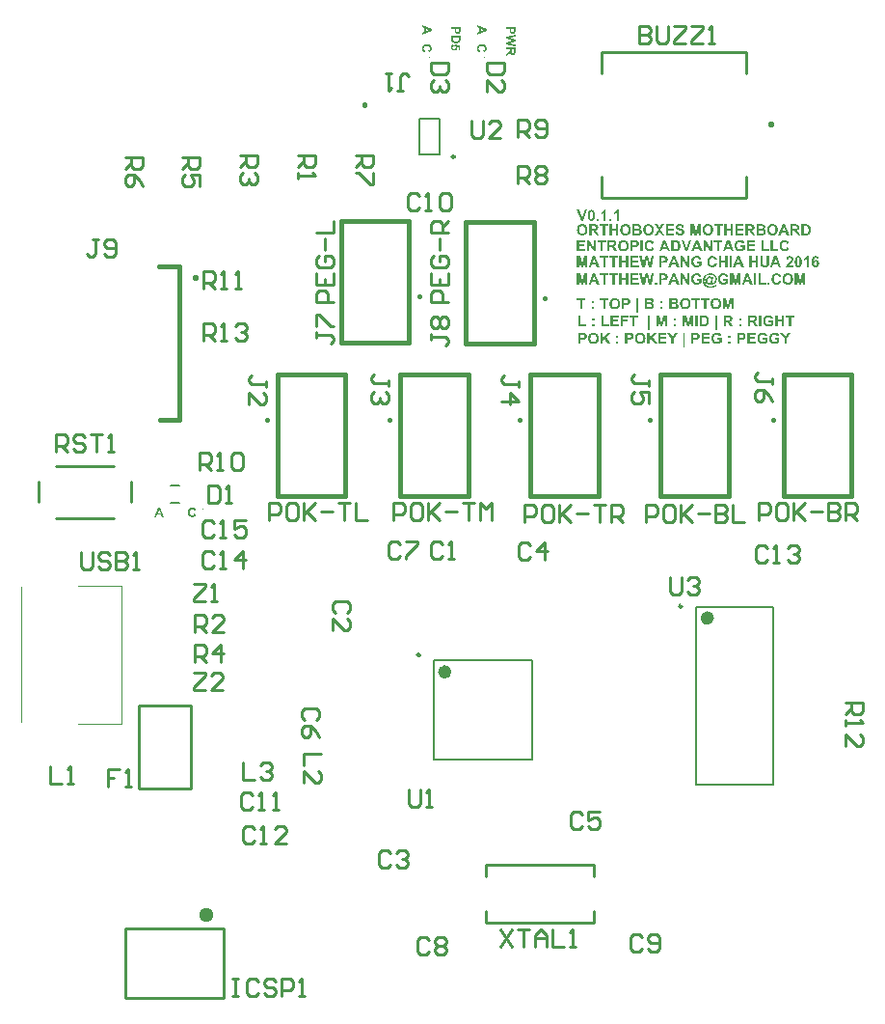
<source format=gto>
G04 Layer_Color=65535*
%FSAX24Y24*%
%MOIN*%
G70*
G01*
G75*
%ADD42C,0.0098*%
%ADD43C,0.0236*%
%ADD44C,0.0039*%
%ADD45C,0.0079*%
%ADD46C,0.0100*%
%ADD47C,0.0150*%
%ADD48C,0.0394*%
G36*
X031119Y036164D02*
X031007D01*
Y035850D01*
X030931D01*
Y036164D01*
X030819D01*
Y036228D01*
X031119D01*
Y036164D01*
D02*
G37*
G36*
X031830D02*
X031626D01*
Y036081D01*
X031816D01*
Y036017D01*
X031626D01*
Y035914D01*
X031838D01*
Y035850D01*
X031550D01*
Y036228D01*
X031830D01*
Y036164D01*
D02*
G37*
G36*
X030796D02*
X030685D01*
Y035850D01*
X030609D01*
Y036164D01*
X030496D01*
Y036228D01*
X030796D01*
Y036164D01*
D02*
G37*
G36*
X037358Y036229D02*
X037362D01*
X037367Y036228D01*
X037372Y036228D01*
X037378Y036226D01*
X037385Y036225D01*
X037391Y036223D01*
X037398Y036220D01*
X037406Y036217D01*
X037413Y036213D01*
X037419Y036209D01*
X037426Y036203D01*
X037433Y036197D01*
X037439Y036190D01*
X037440Y036190D01*
X037441Y036188D01*
X037442Y036185D01*
X037445Y036181D01*
X037448Y036176D01*
X037451Y036170D01*
X037454Y036162D01*
X037458Y036153D01*
X037461Y036144D01*
X037465Y036132D01*
X037467Y036119D01*
X037470Y036105D01*
X037473Y036090D01*
X037474Y036073D01*
X037476Y036055D01*
X037476Y036036D01*
Y036036D01*
Y036035D01*
Y036033D01*
Y036032D01*
Y036029D01*
X037476Y036026D01*
Y036023D01*
Y036019D01*
X037475Y036010D01*
X037474Y036000D01*
X037473Y035989D01*
X037472Y035977D01*
X037469Y035964D01*
X037467Y035951D01*
X037464Y035938D01*
X037460Y035925D01*
X037456Y035914D01*
X037451Y035902D01*
X037445Y035891D01*
X037439Y035882D01*
X037438Y035881D01*
X037438Y035880D01*
X037435Y035878D01*
X037433Y035875D01*
X037430Y035873D01*
X037426Y035869D01*
X037422Y035866D01*
X037417Y035862D01*
X037411Y035859D01*
X037404Y035855D01*
X037397Y035852D01*
X037390Y035849D01*
X037381Y035847D01*
X037372Y035845D01*
X037363Y035843D01*
X037353Y035843D01*
X037351D01*
X037348Y035843D01*
X037344Y035844D01*
X037339Y035844D01*
X037334Y035845D01*
X037328Y035847D01*
X037321Y035848D01*
X037314Y035850D01*
X037307Y035853D01*
X037300Y035857D01*
X037292Y035861D01*
X037285Y035866D01*
X037278Y035871D01*
X037271Y035878D01*
X037264Y035885D01*
X037264Y035886D01*
X037263Y035887D01*
X037261Y035890D01*
X037259Y035893D01*
X037256Y035898D01*
X037253Y035905D01*
X037251Y035912D01*
X037247Y035920D01*
X037244Y035930D01*
X037241Y035941D01*
X037238Y035953D01*
X037236Y035967D01*
X037234Y035982D01*
X037232Y035999D01*
X037231Y036017D01*
X037230Y036037D01*
Y036037D01*
Y036038D01*
Y036040D01*
Y036041D01*
Y036044D01*
X037231Y036047D01*
Y036050D01*
Y036054D01*
X037232Y036063D01*
X037233Y036073D01*
X037234Y036084D01*
X037235Y036096D01*
X037237Y036109D01*
X037239Y036121D01*
X037242Y036134D01*
X037246Y036147D01*
X037250Y036159D01*
X037255Y036171D01*
X037261Y036181D01*
X037267Y036191D01*
X037268Y036191D01*
X037269Y036192D01*
X037271Y036194D01*
X037273Y036197D01*
X037276Y036200D01*
X037280Y036203D01*
X037285Y036207D01*
X037290Y036210D01*
X037295Y036214D01*
X037302Y036217D01*
X037309Y036221D01*
X037317Y036224D01*
X037325Y036226D01*
X037334Y036228D01*
X037343Y036229D01*
X037353Y036230D01*
X037356D01*
X037358Y036229D01*
D02*
G37*
G36*
X030483Y035850D02*
X030399D01*
X030366Y035936D01*
X030215D01*
X030183Y035850D01*
X030103D01*
X030250Y036228D01*
X030331D01*
X030483Y035850D01*
D02*
G37*
G36*
X032694Y036228D02*
X032701D01*
X032708Y036228D01*
X032724Y036227D01*
X032731Y036226D01*
X032739Y036226D01*
X032745Y036226D01*
X032752Y036225D01*
X032757Y036224D01*
X032761Y036223D01*
X032762D01*
X032763Y036222D01*
X032765Y036222D01*
X032767Y036221D01*
X032770Y036220D01*
X032773Y036219D01*
X032780Y036215D01*
X032789Y036210D01*
X032798Y036203D01*
X032803Y036199D01*
X032807Y036195D01*
X032812Y036191D01*
X032816Y036185D01*
X032816Y036185D01*
X032817Y036184D01*
X032818Y036183D01*
X032819Y036180D01*
X032821Y036178D01*
X032823Y036174D01*
X032825Y036170D01*
X032827Y036166D01*
X032829Y036160D01*
X032831Y036155D01*
X032833Y036149D01*
X032835Y036142D01*
X032836Y036135D01*
X032837Y036128D01*
X032838Y036120D01*
X032838Y036112D01*
Y036111D01*
Y036110D01*
Y036108D01*
Y036106D01*
X032838Y036103D01*
X032837Y036099D01*
X032837Y036096D01*
X032836Y036091D01*
X032835Y036082D01*
X032833Y036072D01*
X032830Y036062D01*
X032825Y036053D01*
Y036053D01*
X032825Y036052D01*
X032824Y036051D01*
X032823Y036049D01*
X032821Y036045D01*
X032817Y036039D01*
X032812Y036034D01*
X032807Y036028D01*
X032800Y036021D01*
X032793Y036016D01*
X032793D01*
X032792Y036015D01*
X032790Y036014D01*
X032786Y036011D01*
X032781Y036008D01*
X032775Y036005D01*
X032768Y036003D01*
X032761Y036000D01*
X032754Y035998D01*
X032753D01*
X032752Y035998D01*
X032751D01*
X032749Y035997D01*
X032746Y035997D01*
X032742Y035996D01*
X032738Y035996D01*
X032734Y035996D01*
X032728Y035995D01*
X032722Y035994D01*
X032716Y035994D01*
X032709Y035993D01*
X032701Y035993D01*
X032693D01*
X032684Y035993D01*
X032625D01*
Y035850D01*
X032548D01*
Y036228D01*
X032688D01*
X032694Y036228D01*
D02*
G37*
G36*
X036766Y035850D02*
X036683D01*
X036649Y035936D01*
X036498D01*
X036467Y035850D01*
X036386D01*
X036533Y036228D01*
X036614D01*
X036766Y035850D01*
D02*
G37*
G36*
X037071Y036229D02*
X037075Y036229D01*
X037081Y036228D01*
X037087Y036227D01*
X037094Y036226D01*
X037101Y036224D01*
X037107Y036222D01*
X037115Y036220D01*
X037122Y036217D01*
X037129Y036213D01*
X037136Y036209D01*
X037143Y036205D01*
X037149Y036199D01*
X037150Y036199D01*
X037151Y036198D01*
X037152Y036196D01*
X037154Y036194D01*
X037157Y036191D01*
X037160Y036187D01*
X037162Y036183D01*
X037166Y036178D01*
X037169Y036173D01*
X037171Y036168D01*
X037174Y036162D01*
X037177Y036155D01*
X037179Y036148D01*
X037180Y036140D01*
X037181Y036132D01*
X037182Y036124D01*
Y036124D01*
Y036123D01*
Y036122D01*
Y036120D01*
X037181Y036118D01*
Y036115D01*
X037180Y036109D01*
X037179Y036101D01*
X037178Y036093D01*
X037176Y036084D01*
X037172Y036075D01*
Y036075D01*
X037172Y036075D01*
X037171Y036073D01*
X037171Y036071D01*
X037169Y036069D01*
X037168Y036067D01*
X037165Y036061D01*
X037161Y036054D01*
X037156Y036046D01*
X037150Y036037D01*
X037143Y036027D01*
X037142Y036026D01*
X037141Y036024D01*
X037137Y036020D01*
X037132Y036015D01*
X037129Y036012D01*
X037126Y036008D01*
X037122Y036004D01*
X037118Y036000D01*
X037113Y035995D01*
X037107Y035990D01*
X037102Y035984D01*
X037096Y035979D01*
X037095Y035978D01*
X037094Y035978D01*
X037092Y035976D01*
X037090Y035974D01*
X037087Y035971D01*
X037084Y035968D01*
X037077Y035962D01*
X037070Y035955D01*
X037063Y035948D01*
X037060Y035945D01*
X037057Y035942D01*
X037054Y035939D01*
X037052Y035937D01*
X037052Y035937D01*
X037050Y035935D01*
X037049Y035933D01*
X037047Y035931D01*
X037045Y035927D01*
X037042Y035924D01*
X037037Y035917D01*
X037182D01*
Y035850D01*
X036927D01*
Y035850D01*
X036928Y035852D01*
Y035854D01*
X036928Y035857D01*
X036929Y035860D01*
X036930Y035864D01*
X036931Y035868D01*
X036932Y035873D01*
X036935Y035884D01*
X036940Y035897D01*
X036945Y035909D01*
X036952Y035922D01*
X036952Y035923D01*
X036953Y035924D01*
X036955Y035926D01*
X036956Y035928D01*
X036959Y035932D01*
X036962Y035936D01*
X036966Y035941D01*
X036970Y035946D01*
X036975Y035952D01*
X036981Y035959D01*
X036988Y035967D01*
X036995Y035975D01*
X037003Y035983D01*
X037013Y035993D01*
X037023Y036003D01*
X037034Y036013D01*
X037034Y036013D01*
X037036Y036015D01*
X037038Y036017D01*
X037041Y036020D01*
X037046Y036024D01*
X037050Y036028D01*
X037055Y036033D01*
X037060Y036038D01*
X037070Y036048D01*
X037080Y036058D01*
X037084Y036063D01*
X037088Y036067D01*
X037091Y036071D01*
X037094Y036075D01*
Y036075D01*
X037095Y036075D01*
X037095Y036077D01*
X037096Y036078D01*
X037099Y036083D01*
X037102Y036089D01*
X037104Y036095D01*
X037107Y036103D01*
X037108Y036111D01*
X037109Y036119D01*
Y036119D01*
Y036120D01*
Y036121D01*
Y036123D01*
X037108Y036127D01*
X037107Y036133D01*
X037106Y036139D01*
X037104Y036145D01*
X037101Y036151D01*
X037096Y036156D01*
X037096Y036157D01*
X037094Y036158D01*
X037091Y036160D01*
X037087Y036163D01*
X037081Y036165D01*
X037075Y036167D01*
X037068Y036169D01*
X037060Y036169D01*
X037056D01*
X037052Y036169D01*
X037047Y036168D01*
X037041Y036166D01*
X037035Y036164D01*
X037029Y036160D01*
X037023Y036155D01*
X037023Y036155D01*
X037021Y036153D01*
X037019Y036150D01*
X037016Y036145D01*
X037014Y036139D01*
X037012Y036131D01*
X037009Y036121D01*
X037009Y036116D01*
X037008Y036110D01*
X036936Y036117D01*
Y036118D01*
X036937Y036120D01*
X036937Y036123D01*
X036938Y036127D01*
X036939Y036132D01*
X036940Y036138D01*
X036941Y036144D01*
X036943Y036151D01*
X036946Y036158D01*
X036949Y036164D01*
X036952Y036172D01*
X036956Y036179D01*
X036960Y036186D01*
X036965Y036192D01*
X036970Y036198D01*
X036976Y036203D01*
X036977Y036204D01*
X036978Y036205D01*
X036980Y036206D01*
X036982Y036208D01*
X036986Y036210D01*
X036990Y036212D01*
X036994Y036214D01*
X037000Y036217D01*
X037006Y036219D01*
X037012Y036221D01*
X037019Y036224D01*
X037027Y036226D01*
X037034Y036227D01*
X037043Y036228D01*
X037052Y036229D01*
X037062Y036230D01*
X037067D01*
X037071Y036229D01*
D02*
G37*
G36*
X035474Y035850D02*
X035391D01*
X035358Y035936D01*
X035206D01*
X035175Y035850D01*
X035094D01*
X035241Y036228D01*
X035322D01*
X035474Y035850D01*
D02*
G37*
G36*
X033242D02*
X033159D01*
X033126Y035936D01*
X032975D01*
X032943Y035850D01*
X032862D01*
X033010Y036228D01*
X033091D01*
X033242Y035850D01*
D02*
G37*
G36*
X035060D02*
X034983D01*
Y036228D01*
X035060D01*
Y035850D01*
D02*
G37*
G36*
X029917Y037450D02*
X029835D01*
X029700Y037828D01*
X029782D01*
X029878Y037548D01*
X029971Y037828D01*
X030052D01*
X029917Y037450D01*
D02*
G37*
G36*
X032219Y036784D02*
X032224Y036784D01*
X032230Y036783D01*
X032237Y036783D01*
X032244Y036781D01*
X032253Y036779D01*
X032261Y036777D01*
X032270Y036774D01*
X032280Y036771D01*
X032289Y036767D01*
X032299Y036762D01*
X032308Y036757D01*
X032317Y036751D01*
X032325Y036743D01*
X032326Y036743D01*
X032326Y036742D01*
X032328Y036741D01*
X032329Y036739D01*
X032332Y036736D01*
X032334Y036733D01*
X032337Y036730D01*
X032340Y036726D01*
X032343Y036721D01*
X032346Y036716D01*
X032349Y036710D01*
X032353Y036704D01*
X032356Y036697D01*
X032359Y036690D01*
X032362Y036682D01*
X032364Y036674D01*
X032289Y036656D01*
Y036656D01*
X032288Y036657D01*
X032288Y036659D01*
X032288Y036661D01*
X032287Y036663D01*
X032285Y036666D01*
X032283Y036673D01*
X032279Y036680D01*
X032274Y036688D01*
X032268Y036695D01*
X032260Y036702D01*
X032260Y036703D01*
X032260Y036703D01*
X032258Y036704D01*
X032257Y036705D01*
X032255Y036706D01*
X032252Y036707D01*
X032246Y036711D01*
X032238Y036714D01*
X032230Y036717D01*
X032220Y036719D01*
X032209Y036719D01*
X032205D01*
X032202Y036719D01*
X032198Y036719D01*
X032194Y036718D01*
X032190Y036717D01*
X032185Y036716D01*
X032179Y036714D01*
X032174Y036712D01*
X032168Y036710D01*
X032162Y036707D01*
X032156Y036703D01*
X032151Y036699D01*
X032145Y036694D01*
X032140Y036689D01*
X032140Y036689D01*
X032139Y036688D01*
X032138Y036686D01*
X032136Y036683D01*
X032134Y036680D01*
X032132Y036676D01*
X032130Y036671D01*
X032128Y036665D01*
X032125Y036659D01*
X032123Y036652D01*
X032121Y036644D01*
X032119Y036635D01*
X032117Y036625D01*
X032116Y036615D01*
X032115Y036603D01*
X032114Y036591D01*
Y036590D01*
Y036588D01*
Y036584D01*
X032115Y036580D01*
X032115Y036573D01*
X032116Y036567D01*
X032117Y036559D01*
X032118Y036551D01*
X032121Y036534D01*
X032123Y036526D01*
X032125Y036518D01*
X032128Y036509D01*
X032132Y036502D01*
X032135Y036495D01*
X032140Y036489D01*
X032140Y036489D01*
X032141Y036488D01*
X032143Y036486D01*
X032144Y036484D01*
X032147Y036482D01*
X032150Y036480D01*
X032154Y036477D01*
X032158Y036474D01*
X032162Y036471D01*
X032168Y036468D01*
X032173Y036466D01*
X032179Y036464D01*
X032185Y036462D01*
X032192Y036460D01*
X032200Y036459D01*
X032207Y036459D01*
X032210D01*
X032212Y036459D01*
X032215D01*
X032218Y036460D01*
X032225Y036461D01*
X032233Y036464D01*
X032242Y036467D01*
X032251Y036472D01*
X032255Y036475D01*
X032259Y036478D01*
X032260Y036478D01*
X032260Y036479D01*
X032261Y036480D01*
X032263Y036482D01*
X032265Y036484D01*
X032267Y036486D01*
X032269Y036489D01*
X032272Y036493D01*
X032274Y036497D01*
X032277Y036501D01*
X032279Y036506D01*
X032282Y036512D01*
X032285Y036518D01*
X032287Y036524D01*
X032289Y036532D01*
X032291Y036539D01*
X032365Y036516D01*
Y036515D01*
X032365Y036513D01*
X032364Y036510D01*
X032362Y036506D01*
X032360Y036501D01*
X032358Y036495D01*
X032355Y036488D01*
X032352Y036481D01*
X032348Y036474D01*
X032344Y036466D01*
X032339Y036458D01*
X032334Y036451D01*
X032329Y036443D01*
X032322Y036436D01*
X032316Y036430D01*
X032308Y036423D01*
X032308Y036423D01*
X032307Y036422D01*
X032304Y036421D01*
X032301Y036419D01*
X032297Y036416D01*
X032293Y036414D01*
X032288Y036411D01*
X032281Y036409D01*
X032274Y036406D01*
X032267Y036403D01*
X032258Y036400D01*
X032249Y036398D01*
X032240Y036396D01*
X032230Y036395D01*
X032219Y036394D01*
X032208Y036393D01*
X032205D01*
X032201Y036394D01*
X032195Y036394D01*
X032189Y036395D01*
X032182Y036396D01*
X032173Y036398D01*
X032164Y036400D01*
X032155Y036402D01*
X032144Y036406D01*
X032134Y036410D01*
X032124Y036415D01*
X032114Y036421D01*
X032103Y036428D01*
X032094Y036436D01*
X032084Y036445D01*
X032084Y036445D01*
X032082Y036447D01*
X032080Y036450D01*
X032077Y036454D01*
X032073Y036459D01*
X032069Y036466D01*
X032064Y036473D01*
X032060Y036482D01*
X032055Y036491D01*
X032051Y036502D01*
X032047Y036513D01*
X032043Y036526D01*
X032040Y036539D01*
X032038Y036554D01*
X032036Y036569D01*
X032036Y036585D01*
Y036586D01*
Y036587D01*
Y036588D01*
Y036589D01*
Y036592D01*
X032036Y036594D01*
X032037Y036601D01*
X032037Y036609D01*
X032038Y036618D01*
X032040Y036628D01*
X032042Y036639D01*
X032044Y036651D01*
X032048Y036663D01*
X032051Y036675D01*
X032056Y036687D01*
X032062Y036699D01*
X032068Y036711D01*
X032076Y036722D01*
X032084Y036732D01*
X032085Y036733D01*
X032087Y036735D01*
X032089Y036737D01*
X032093Y036740D01*
X032098Y036744D01*
X032104Y036749D01*
X032111Y036753D01*
X032119Y036758D01*
X032127Y036763D01*
X032137Y036768D01*
X032147Y036772D01*
X032159Y036776D01*
X032171Y036780D01*
X032184Y036783D01*
X032198Y036784D01*
X032212Y036785D01*
X032216D01*
X032219Y036784D01*
D02*
G37*
G36*
X036887D02*
X036892Y036784D01*
X036898Y036783D01*
X036905Y036783D01*
X036913Y036781D01*
X036921Y036779D01*
X036930Y036777D01*
X036939Y036774D01*
X036948Y036771D01*
X036957Y036767D01*
X036967Y036762D01*
X036976Y036757D01*
X036985Y036751D01*
X036993Y036743D01*
X036994Y036743D01*
X036995Y036742D01*
X036996Y036741D01*
X036998Y036739D01*
X037000Y036736D01*
X037003Y036733D01*
X037005Y036730D01*
X037008Y036726D01*
X037011Y036721D01*
X037014Y036716D01*
X037018Y036710D01*
X037021Y036704D01*
X037024Y036697D01*
X037027Y036690D01*
X037030Y036682D01*
X037032Y036674D01*
X036957Y036656D01*
Y036656D01*
X036957Y036657D01*
X036956Y036659D01*
X036956Y036661D01*
X036955Y036663D01*
X036954Y036666D01*
X036951Y036673D01*
X036947Y036680D01*
X036942Y036688D01*
X036936Y036695D01*
X036929Y036702D01*
X036928Y036703D01*
X036928Y036703D01*
X036927Y036704D01*
X036925Y036705D01*
X036923Y036706D01*
X036921Y036707D01*
X036914Y036711D01*
X036907Y036714D01*
X036898Y036717D01*
X036888Y036719D01*
X036877Y036719D01*
X036873D01*
X036870Y036719D01*
X036866Y036719D01*
X036862Y036718D01*
X036858Y036717D01*
X036853Y036716D01*
X036848Y036714D01*
X036842Y036712D01*
X036836Y036710D01*
X036830Y036707D01*
X036825Y036703D01*
X036819Y036699D01*
X036813Y036694D01*
X036809Y036689D01*
X036808Y036689D01*
X036807Y036688D01*
X036806Y036686D01*
X036804Y036683D01*
X036802Y036680D01*
X036800Y036676D01*
X036798Y036671D01*
X036796Y036665D01*
X036793Y036659D01*
X036791Y036652D01*
X036789Y036644D01*
X036787Y036635D01*
X036785Y036625D01*
X036784Y036615D01*
X036783Y036603D01*
X036783Y036591D01*
Y036590D01*
Y036588D01*
Y036584D01*
X036783Y036580D01*
X036784Y036573D01*
X036784Y036567D01*
X036785Y036559D01*
X036786Y036551D01*
X036789Y036534D01*
X036791Y036526D01*
X036793Y036518D01*
X036796Y036509D01*
X036800Y036502D01*
X036804Y036495D01*
X036808Y036489D01*
X036809Y036489D01*
X036809Y036488D01*
X036811Y036486D01*
X036813Y036484D01*
X036816Y036482D01*
X036818Y036480D01*
X036822Y036477D01*
X036826Y036474D01*
X036831Y036471D01*
X036836Y036468D01*
X036841Y036466D01*
X036848Y036464D01*
X036854Y036462D01*
X036861Y036460D01*
X036868Y036459D01*
X036875Y036459D01*
X036878D01*
X036880Y036459D01*
X036883D01*
X036886Y036460D01*
X036893Y036461D01*
X036902Y036464D01*
X036910Y036467D01*
X036919Y036472D01*
X036923Y036475D01*
X036927Y036478D01*
X036928Y036478D01*
X036928Y036479D01*
X036930Y036480D01*
X036931Y036482D01*
X036933Y036484D01*
X036935Y036486D01*
X036937Y036489D01*
X036940Y036493D01*
X036942Y036497D01*
X036945Y036501D01*
X036948Y036506D01*
X036950Y036512D01*
X036953Y036518D01*
X036955Y036524D01*
X036957Y036532D01*
X036959Y036539D01*
X037034Y036516D01*
Y036515D01*
X037033Y036513D01*
X037032Y036510D01*
X037030Y036506D01*
X037028Y036501D01*
X037026Y036495D01*
X037023Y036488D01*
X037020Y036481D01*
X037016Y036474D01*
X037012Y036466D01*
X037007Y036458D01*
X037003Y036451D01*
X036997Y036443D01*
X036991Y036436D01*
X036984Y036430D01*
X036977Y036423D01*
X036976Y036423D01*
X036975Y036422D01*
X036973Y036421D01*
X036970Y036419D01*
X036966Y036416D01*
X036961Y036414D01*
X036956Y036411D01*
X036949Y036409D01*
X036943Y036406D01*
X036935Y036403D01*
X036927Y036400D01*
X036918Y036398D01*
X036908Y036396D01*
X036898Y036395D01*
X036887Y036394D01*
X036876Y036393D01*
X036873D01*
X036869Y036394D01*
X036864Y036394D01*
X036857Y036395D01*
X036850Y036396D01*
X036841Y036398D01*
X036832Y036400D01*
X036823Y036402D01*
X036813Y036406D01*
X036802Y036410D01*
X036792Y036415D01*
X036782Y036421D01*
X036772Y036428D01*
X036762Y036436D01*
X036752Y036445D01*
X036752Y036445D01*
X036750Y036447D01*
X036748Y036450D01*
X036745Y036454D01*
X036741Y036459D01*
X036737Y036466D01*
X036733Y036473D01*
X036728Y036482D01*
X036724Y036491D01*
X036719Y036502D01*
X036715Y036513D01*
X036711Y036526D01*
X036709Y036539D01*
X036706Y036554D01*
X036704Y036569D01*
X036704Y036585D01*
Y036586D01*
Y036587D01*
Y036588D01*
Y036589D01*
Y036592D01*
X036704Y036594D01*
X036705Y036601D01*
X036706Y036609D01*
X036706Y036618D01*
X036708Y036628D01*
X036710Y036639D01*
X036713Y036651D01*
X036716Y036663D01*
X036720Y036675D01*
X036725Y036687D01*
X036730Y036699D01*
X036736Y036711D01*
X036744Y036722D01*
X036752Y036732D01*
X036753Y036733D01*
X036755Y036735D01*
X036757Y036737D01*
X036761Y036740D01*
X036766Y036744D01*
X036772Y036749D01*
X036779Y036753D01*
X036787Y036758D01*
X036795Y036763D01*
X036805Y036768D01*
X036816Y036772D01*
X036827Y036776D01*
X036839Y036780D01*
X036852Y036783D01*
X036866Y036784D01*
X036881Y036785D01*
X036884D01*
X036887Y036784D01*
D02*
G37*
G36*
X034376Y036400D02*
X034300D01*
X034147Y036648D01*
Y036400D01*
X034076D01*
Y036778D01*
X034150D01*
X034306Y036524D01*
Y036778D01*
X034376D01*
Y036400D01*
D02*
G37*
G36*
X033520D02*
X033438D01*
X033303Y036778D01*
X033385D01*
X033481Y036498D01*
X033574Y036778D01*
X033655D01*
X033520Y036400D01*
D02*
G37*
G36*
X030354D02*
X030277D01*
X030124Y036648D01*
Y036400D01*
X030053D01*
Y036778D01*
X030127D01*
X030283Y036524D01*
Y036778D01*
X030354D01*
Y036400D01*
D02*
G37*
G36*
X035348Y036784D02*
X035354Y036784D01*
X035361Y036783D01*
X035368Y036782D01*
X035376Y036781D01*
X035385Y036779D01*
X035394Y036777D01*
X035403Y036775D01*
X035413Y036772D01*
X035422Y036769D01*
X035430Y036765D01*
X035438Y036760D01*
X035446Y036755D01*
X035447Y036755D01*
X035448Y036754D01*
X035450Y036752D01*
X035453Y036750D01*
X035456Y036746D01*
X035459Y036743D01*
X035463Y036739D01*
X035467Y036734D01*
X035472Y036728D01*
X035476Y036722D01*
X035481Y036715D01*
X035485Y036708D01*
X035488Y036701D01*
X035492Y036692D01*
X035495Y036683D01*
X035497Y036673D01*
X035422Y036659D01*
Y036660D01*
X035421Y036660D01*
X035421Y036662D01*
X035420Y036664D01*
X035419Y036666D01*
X035418Y036669D01*
X035415Y036675D01*
X035410Y036682D01*
X035405Y036689D01*
X035399Y036696D01*
X035391Y036703D01*
X035391D01*
X035390Y036704D01*
X035389Y036705D01*
X035387Y036705D01*
X035385Y036707D01*
X035383Y036708D01*
X035379Y036710D01*
X035376Y036711D01*
X035368Y036714D01*
X035359Y036717D01*
X035348Y036719D01*
X035336Y036719D01*
X035331D01*
X035328Y036719D01*
X035324Y036719D01*
X035319Y036718D01*
X035313Y036717D01*
X035308Y036715D01*
X035301Y036714D01*
X035295Y036712D01*
X035288Y036709D01*
X035282Y036706D01*
X035275Y036702D01*
X035269Y036698D01*
X035262Y036693D01*
X035257Y036687D01*
X035256Y036687D01*
X035255Y036686D01*
X035254Y036684D01*
X035252Y036681D01*
X035250Y036678D01*
X035247Y036674D01*
X035245Y036669D01*
X035242Y036664D01*
X035239Y036657D01*
X035237Y036651D01*
X035234Y036643D01*
X035232Y036634D01*
X035230Y036625D01*
X035228Y036615D01*
X035228Y036605D01*
X035227Y036593D01*
Y036592D01*
Y036590D01*
X035228Y036587D01*
Y036582D01*
X035228Y036576D01*
X035229Y036570D01*
X035230Y036563D01*
X035231Y036555D01*
X035233Y036547D01*
X035235Y036539D01*
X035237Y036530D01*
X035240Y036522D01*
X035243Y036514D01*
X035247Y036506D01*
X035252Y036498D01*
X035257Y036492D01*
X035258Y036491D01*
X035258Y036491D01*
X035260Y036489D01*
X035262Y036487D01*
X035266Y036484D01*
X035269Y036481D01*
X035274Y036478D01*
X035278Y036475D01*
X035283Y036472D01*
X035290Y036469D01*
X035296Y036466D01*
X035303Y036464D01*
X035310Y036462D01*
X035318Y036460D01*
X035326Y036459D01*
X035335Y036458D01*
X035340D01*
X035342Y036459D01*
X035344D01*
X035351Y036459D01*
X035358Y036461D01*
X035366Y036462D01*
X035374Y036464D01*
X035383Y036468D01*
X035384D01*
X035385Y036468D01*
X035386Y036468D01*
X035388Y036469D01*
X035392Y036471D01*
X035398Y036474D01*
X035404Y036477D01*
X035411Y036481D01*
X035418Y036485D01*
X035425Y036490D01*
Y036539D01*
X035338D01*
Y036603D01*
X035502D01*
Y036451D01*
X035502Y036451D01*
X035501Y036450D01*
X035500Y036449D01*
X035498Y036448D01*
X035495Y036446D01*
X035492Y036443D01*
X035489Y036441D01*
X035485Y036438D01*
X035480Y036434D01*
X035475Y036431D01*
X035469Y036428D01*
X035463Y036425D01*
X035456Y036421D01*
X035449Y036418D01*
X035441Y036414D01*
X035433Y036411D01*
X035432D01*
X035431Y036410D01*
X035428Y036409D01*
X035425Y036408D01*
X035421Y036407D01*
X035416Y036405D01*
X035410Y036404D01*
X035404Y036402D01*
X035397Y036400D01*
X035390Y036399D01*
X035383Y036397D01*
X035374Y036396D01*
X035358Y036394D01*
X035349Y036393D01*
X035340Y036393D01*
X035335D01*
X035331Y036393D01*
X035325Y036394D01*
X035319Y036394D01*
X035312Y036395D01*
X035305Y036396D01*
X035297Y036398D01*
X035289Y036399D01*
X035281Y036401D01*
X035271Y036403D01*
X035262Y036406D01*
X035254Y036409D01*
X035245Y036413D01*
X035237Y036418D01*
X035236Y036418D01*
X035235Y036419D01*
X035233Y036420D01*
X035229Y036422D01*
X035226Y036425D01*
X035221Y036428D01*
X035217Y036432D01*
X035212Y036436D01*
X035207Y036441D01*
X035201Y036446D01*
X035196Y036452D01*
X035190Y036458D01*
X035185Y036465D01*
X035180Y036473D01*
X035175Y036480D01*
X035171Y036489D01*
X035170Y036489D01*
X035170Y036491D01*
X035169Y036493D01*
X035167Y036497D01*
X035166Y036501D01*
X035164Y036507D01*
X035162Y036512D01*
X035160Y036519D01*
X035158Y036526D01*
X035155Y036534D01*
X035154Y036542D01*
X035152Y036551D01*
X035151Y036560D01*
X035149Y036570D01*
X035149Y036580D01*
X035148Y036590D01*
Y036591D01*
Y036592D01*
Y036596D01*
X035149Y036600D01*
X035149Y036605D01*
X035150Y036611D01*
X035151Y036618D01*
X035152Y036625D01*
X035153Y036633D01*
X035155Y036641D01*
X035157Y036650D01*
X035159Y036659D01*
X035162Y036668D01*
X035165Y036677D01*
X035169Y036686D01*
X035173Y036695D01*
X035173Y036695D01*
X035174Y036697D01*
X035176Y036699D01*
X035178Y036703D01*
X035180Y036706D01*
X035183Y036711D01*
X035187Y036716D01*
X035192Y036721D01*
X035196Y036727D01*
X035202Y036733D01*
X035208Y036738D01*
X035214Y036744D01*
X035221Y036750D01*
X035229Y036755D01*
X035237Y036761D01*
X035246Y036766D01*
X035246Y036766D01*
X035247Y036767D01*
X035249Y036767D01*
X035252Y036769D01*
X035256Y036770D01*
X035260Y036772D01*
X035265Y036774D01*
X035271Y036775D01*
X035277Y036777D01*
X035284Y036778D01*
X035291Y036780D01*
X035299Y036782D01*
X035308Y036783D01*
X035317Y036784D01*
X035326Y036785D01*
X035343D01*
X035348Y036784D01*
D02*
G37*
G36*
X030898Y037450D02*
X030825D01*
Y037523D01*
X030898D01*
Y037450D01*
D02*
G37*
G36*
X031142D02*
X031069D01*
Y037723D01*
X031069Y037722D01*
X031068Y037721D01*
X031065Y037719D01*
X031062Y037717D01*
X031059Y037714D01*
X031054Y037710D01*
X031049Y037706D01*
X031043Y037702D01*
X031036Y037697D01*
X031029Y037693D01*
X031021Y037688D01*
X031013Y037684D01*
X031005Y037679D01*
X030995Y037675D01*
X030986Y037671D01*
X030976Y037668D01*
Y037734D01*
X030976D01*
X030977Y037734D01*
X030979Y037735D01*
X030981Y037735D01*
X030984Y037737D01*
X030987Y037738D01*
X030990Y037739D01*
X030994Y037742D01*
X031003Y037746D01*
X031014Y037752D01*
X031025Y037760D01*
X031037Y037769D01*
X031038Y037769D01*
X031039Y037770D01*
X031041Y037771D01*
X031043Y037773D01*
X031046Y037776D01*
X031048Y037779D01*
X031052Y037782D01*
X031055Y037786D01*
X031063Y037795D01*
X031071Y037805D01*
X031078Y037817D01*
X031080Y037823D01*
X031083Y037830D01*
X031142D01*
Y037450D01*
D02*
G37*
G36*
X030701D02*
X030629D01*
Y037723D01*
X030628Y037722D01*
X030627Y037721D01*
X030625Y037719D01*
X030622Y037717D01*
X030618Y037714D01*
X030613Y037710D01*
X030608Y037706D01*
X030602Y037702D01*
X030595Y037697D01*
X030588Y037693D01*
X030581Y037688D01*
X030572Y037684D01*
X030564Y037679D01*
X030554Y037675D01*
X030545Y037671D01*
X030535Y037668D01*
Y037734D01*
X030536D01*
X030536Y037734D01*
X030538Y037735D01*
X030540Y037735D01*
X030543Y037737D01*
X030546Y037738D01*
X030550Y037739D01*
X030554Y037742D01*
X030563Y037746D01*
X030573Y037752D01*
X030584Y037760D01*
X030597Y037769D01*
X030597Y037769D01*
X030598Y037770D01*
X030600Y037771D01*
X030602Y037773D01*
X030605Y037776D01*
X030608Y037779D01*
X030611Y037782D01*
X030615Y037786D01*
X030622Y037795D01*
X030630Y037805D01*
X030637Y037817D01*
X030640Y037823D01*
X030642Y037830D01*
X030701D01*
Y037450D01*
D02*
G37*
G36*
X030203Y037829D02*
X030206D01*
X030211Y037828D01*
X030216Y037828D01*
X030222Y037826D01*
X030229Y037825D01*
X030235Y037823D01*
X030242Y037820D01*
X030250Y037817D01*
X030257Y037813D01*
X030264Y037809D01*
X030271Y037803D01*
X030277Y037797D01*
X030283Y037790D01*
X030284Y037790D01*
X030285Y037788D01*
X030287Y037785D01*
X030289Y037781D01*
X030292Y037776D01*
X030295Y037770D01*
X030299Y037762D01*
X030302Y037753D01*
X030305Y037744D01*
X030309Y037732D01*
X030312Y037719D01*
X030315Y037705D01*
X030317Y037690D01*
X030319Y037673D01*
X030320Y037655D01*
X030320Y037636D01*
Y037636D01*
Y037635D01*
Y037633D01*
Y037632D01*
Y037629D01*
X030320Y037626D01*
Y037623D01*
Y037619D01*
X030319Y037610D01*
X030318Y037600D01*
X030317Y037589D01*
X030316Y037577D01*
X030314Y037564D01*
X030311Y037551D01*
X030308Y037538D01*
X030305Y037525D01*
X030300Y037514D01*
X030295Y037502D01*
X030290Y037491D01*
X030283Y037482D01*
X030283Y037481D01*
X030282Y037480D01*
X030280Y037478D01*
X030277Y037475D01*
X030274Y037473D01*
X030270Y037469D01*
X030266Y037466D01*
X030261Y037462D01*
X030255Y037459D01*
X030249Y037455D01*
X030242Y037452D01*
X030234Y037449D01*
X030226Y037447D01*
X030217Y037445D01*
X030207Y037443D01*
X030197Y037443D01*
X030195D01*
X030192Y037443D01*
X030188Y037444D01*
X030183Y037444D01*
X030178Y037445D01*
X030172Y037447D01*
X030165Y037448D01*
X030158Y037450D01*
X030151Y037453D01*
X030144Y037457D01*
X030137Y037461D01*
X030129Y037466D01*
X030122Y037471D01*
X030115Y037478D01*
X030108Y037485D01*
X030108Y037486D01*
X030107Y037487D01*
X030105Y037490D01*
X030103Y037493D01*
X030101Y037498D01*
X030098Y037505D01*
X030095Y037512D01*
X030092Y037520D01*
X030088Y037530D01*
X030085Y037541D01*
X030083Y037553D01*
X030080Y037567D01*
X030078Y037582D01*
X030076Y037599D01*
X030075Y037617D01*
X030075Y037637D01*
Y037637D01*
Y037638D01*
Y037640D01*
Y037641D01*
Y037644D01*
X030075Y037647D01*
Y037650D01*
Y037654D01*
X030076Y037663D01*
X030077Y037673D01*
X030078Y037684D01*
X030079Y037696D01*
X030081Y037709D01*
X030084Y037721D01*
X030087Y037734D01*
X030090Y037747D01*
X030094Y037759D01*
X030099Y037771D01*
X030105Y037781D01*
X030112Y037791D01*
X030112Y037791D01*
X030113Y037792D01*
X030115Y037794D01*
X030117Y037797D01*
X030121Y037800D01*
X030124Y037803D01*
X030129Y037807D01*
X030134Y037810D01*
X030140Y037814D01*
X030146Y037817D01*
X030153Y037821D01*
X030161Y037824D01*
X030169Y037826D01*
X030178Y037828D01*
X030187Y037829D01*
X030197Y037830D01*
X030200D01*
X030203Y037829D01*
D02*
G37*
G36*
X030457Y037450D02*
X030384D01*
Y037523D01*
X030457D01*
Y037450D01*
D02*
G37*
G36*
X031830Y035564D02*
X031626D01*
Y035481D01*
X031816D01*
Y035417D01*
X031626D01*
Y035314D01*
X031838D01*
Y035250D01*
X031550D01*
Y035628D01*
X031830D01*
Y035564D01*
D02*
G37*
G36*
X032473Y035250D02*
X032401D01*
Y035323D01*
X032473D01*
Y035250D01*
D02*
G37*
G36*
X031119Y035564D02*
X031007D01*
Y035250D01*
X030931D01*
Y035564D01*
X030819D01*
Y035628D01*
X031119D01*
Y035564D01*
D02*
G37*
G36*
X030483Y035250D02*
X030399D01*
X030366Y035336D01*
X030215D01*
X030183Y035250D01*
X030103D01*
X030250Y035628D01*
X030331D01*
X030483Y035250D01*
D02*
G37*
G36*
X030796Y035564D02*
X030685D01*
Y035250D01*
X030609D01*
Y035564D01*
X030496D01*
Y035628D01*
X030796D01*
Y035564D01*
D02*
G37*
G36*
X032694Y035628D02*
X032701D01*
X032708Y035628D01*
X032724Y035627D01*
X032731Y035626D01*
X032739Y035626D01*
X032745Y035626D01*
X032752Y035625D01*
X032757Y035624D01*
X032761Y035623D01*
X032762D01*
X032763Y035622D01*
X032765Y035622D01*
X032767Y035621D01*
X032770Y035620D01*
X032773Y035619D01*
X032780Y035615D01*
X032789Y035610D01*
X032798Y035603D01*
X032803Y035599D01*
X032807Y035595D01*
X032812Y035591D01*
X032816Y035585D01*
X032816Y035585D01*
X032817Y035584D01*
X032818Y035583D01*
X032819Y035580D01*
X032821Y035578D01*
X032823Y035574D01*
X032825Y035570D01*
X032827Y035566D01*
X032829Y035560D01*
X032831Y035555D01*
X032833Y035549D01*
X032835Y035542D01*
X032836Y035535D01*
X032837Y035528D01*
X032838Y035520D01*
X032838Y035512D01*
Y035511D01*
Y035510D01*
Y035508D01*
Y035506D01*
X032838Y035503D01*
X032837Y035499D01*
X032837Y035496D01*
X032836Y035491D01*
X032835Y035482D01*
X032833Y035472D01*
X032830Y035462D01*
X032825Y035453D01*
Y035453D01*
X032825Y035452D01*
X032824Y035451D01*
X032823Y035449D01*
X032821Y035445D01*
X032817Y035439D01*
X032812Y035434D01*
X032807Y035428D01*
X032800Y035421D01*
X032793Y035416D01*
X032793D01*
X032792Y035415D01*
X032790Y035414D01*
X032786Y035411D01*
X032781Y035408D01*
X032775Y035405D01*
X032768Y035403D01*
X032761Y035400D01*
X032754Y035398D01*
X032753D01*
X032752Y035398D01*
X032751D01*
X032749Y035397D01*
X032746Y035397D01*
X032742Y035396D01*
X032738Y035396D01*
X032734Y035396D01*
X032728Y035395D01*
X032722Y035394D01*
X032716Y035394D01*
X032709Y035394D01*
X032701Y035393D01*
X032693D01*
X032684Y035393D01*
X032625D01*
Y035250D01*
X032548D01*
Y035628D01*
X032688D01*
X032694Y035628D01*
D02*
G37*
G36*
X036049Y035314D02*
X036239D01*
Y035250D01*
X035973D01*
Y035625D01*
X036049D01*
Y035314D01*
D02*
G37*
G36*
X036365Y035250D02*
X036293D01*
Y035323D01*
X036365D01*
Y035250D01*
D02*
G37*
G36*
X035898D02*
X035822D01*
Y035628D01*
X035898D01*
Y035250D01*
D02*
G37*
G36*
X033242D02*
X033159D01*
X033126Y035336D01*
X032975D01*
X032943Y035250D01*
X032862D01*
X033010Y035628D01*
X033091D01*
X033242Y035250D01*
D02*
G37*
G36*
X035784D02*
X035701D01*
X035668Y035336D01*
X035516D01*
X035485Y035250D01*
X035404D01*
X035551Y035628D01*
X035632D01*
X035784Y035250D01*
D02*
G37*
G36*
X036998Y035634D02*
X037003Y035634D01*
X037010Y035633D01*
X037018Y035632D01*
X037028Y035630D01*
X037037Y035628D01*
X037048Y035625D01*
X037059Y035622D01*
X037070Y035618D01*
X037081Y035612D01*
X037092Y035607D01*
X037103Y035600D01*
X037113Y035592D01*
X037123Y035583D01*
X037123Y035582D01*
X037125Y035580D01*
X037128Y035577D01*
X037131Y035573D01*
X037135Y035568D01*
X037139Y035561D01*
X037144Y035554D01*
X037148Y035545D01*
X037153Y035535D01*
X037157Y035524D01*
X037162Y035512D01*
X037166Y035500D01*
X037169Y035486D01*
X037171Y035471D01*
X037173Y035455D01*
X037173Y035438D01*
Y035438D01*
Y035437D01*
Y035436D01*
Y035434D01*
Y035432D01*
X037173Y035430D01*
X037173Y035423D01*
X037172Y035415D01*
X037171Y035407D01*
X037169Y035396D01*
X037167Y035386D01*
X037164Y035375D01*
X037161Y035363D01*
X037157Y035351D01*
X037153Y035339D01*
X037147Y035327D01*
X037140Y035316D01*
X037132Y035305D01*
X037123Y035295D01*
X037123Y035294D01*
X037121Y035293D01*
X037119Y035290D01*
X037114Y035286D01*
X037110Y035283D01*
X037103Y035278D01*
X037096Y035274D01*
X037088Y035269D01*
X037079Y035264D01*
X037069Y035259D01*
X037058Y035255D01*
X037046Y035251D01*
X037034Y035248D01*
X037020Y035245D01*
X037005Y035243D01*
X036990Y035243D01*
X036987D01*
X036982Y035243D01*
X036976Y035244D01*
X036969Y035245D01*
X036961Y035246D01*
X036952Y035247D01*
X036942Y035250D01*
X036931Y035252D01*
X036921Y035256D01*
X036909Y035260D01*
X036898Y035265D01*
X036887Y035271D01*
X036876Y035277D01*
X036866Y035285D01*
X036856Y035294D01*
X036856Y035295D01*
X036854Y035297D01*
X036852Y035300D01*
X036848Y035304D01*
X036845Y035309D01*
X036841Y035316D01*
X036836Y035323D01*
X036832Y035332D01*
X036827Y035341D01*
X036822Y035352D01*
X036818Y035363D01*
X036814Y035376D01*
X036811Y035389D01*
X036809Y035404D01*
X036807Y035420D01*
X036807Y035436D01*
Y035437D01*
Y035439D01*
Y035442D01*
X036807Y035446D01*
Y035451D01*
X036807Y035457D01*
X036808Y035463D01*
X036809Y035470D01*
X036810Y035478D01*
X036811Y035485D01*
X036814Y035502D01*
X036818Y035518D01*
X036821Y035526D01*
X036824Y035533D01*
Y035534D01*
X036824Y035535D01*
X036825Y035536D01*
X036826Y035538D01*
X036827Y035541D01*
X036829Y035544D01*
X036833Y035551D01*
X036838Y035559D01*
X036844Y035568D01*
X036851Y035576D01*
X036859Y035585D01*
X036859Y035586D01*
X036860Y035586D01*
X036861Y035587D01*
X036863Y035589D01*
X036865Y035591D01*
X036867Y035593D01*
X036873Y035598D01*
X036880Y035604D01*
X036889Y035610D01*
X036898Y035615D01*
X036908Y035619D01*
X036908D01*
X036909Y035620D01*
X036911Y035621D01*
X036914Y035622D01*
X036917Y035623D01*
X036921Y035624D01*
X036926Y035626D01*
X036931Y035627D01*
X036937Y035628D01*
X036943Y035630D01*
X036950Y035631D01*
X036957Y035632D01*
X036973Y035634D01*
X036989Y035635D01*
X036993D01*
X036998Y035634D01*
D02*
G37*
G36*
X030064Y035850D02*
X029994D01*
X029994Y036148D01*
X029919Y035850D01*
X029845D01*
X029771Y036148D01*
Y035850D01*
X029700D01*
Y036228D01*
X029814D01*
X029882Y035970D01*
X029950Y036228D01*
X030064D01*
Y035850D01*
D02*
G37*
G36*
X033584D02*
X033507D01*
X033354Y036098D01*
Y035850D01*
X033283D01*
Y036228D01*
X033357D01*
X033513Y035974D01*
Y036228D01*
X033584D01*
Y035850D01*
D02*
G37*
G36*
X032271D02*
X032188D01*
X032114Y036133D01*
X032038Y035850D01*
X031955D01*
X031866Y036228D01*
X031944D01*
X032001Y035968D01*
X032070Y036228D01*
X032161D01*
X032227Y035964D01*
X032284Y036228D01*
X032361D01*
X032271Y035850D01*
D02*
G37*
G36*
X037710D02*
X037638D01*
Y036123D01*
X037637Y036122D01*
X037636Y036121D01*
X037634Y036119D01*
X037631Y036116D01*
X037627Y036114D01*
X037622Y036110D01*
X037617Y036106D01*
X037611Y036102D01*
X037604Y036097D01*
X037597Y036093D01*
X037590Y036088D01*
X037581Y036084D01*
X037573Y036079D01*
X037563Y036075D01*
X037554Y036071D01*
X037544Y036068D01*
Y036134D01*
X037545D01*
X037545Y036134D01*
X037547Y036135D01*
X037549Y036135D01*
X037552Y036137D01*
X037555Y036138D01*
X037558Y036139D01*
X037563Y036142D01*
X037572Y036146D01*
X037582Y036152D01*
X037593Y036160D01*
X037606Y036169D01*
X037606Y036169D01*
X037607Y036170D01*
X037609Y036171D01*
X037611Y036173D01*
X037614Y036176D01*
X037617Y036179D01*
X037620Y036182D01*
X037624Y036186D01*
X037631Y036195D01*
X037639Y036205D01*
X037646Y036217D01*
X037649Y036223D01*
X037651Y036230D01*
X037710D01*
Y035850D01*
D02*
G37*
G36*
X036344Y036029D02*
Y036028D01*
Y036026D01*
Y036023D01*
Y036018D01*
Y036012D01*
X036343Y036006D01*
Y035999D01*
X036343Y035991D01*
X036342Y035976D01*
X036341Y035960D01*
X036340Y035952D01*
X036339Y035945D01*
X036338Y035939D01*
X036337Y035933D01*
Y035932D01*
X036337Y035932D01*
X036336Y035930D01*
X036336Y035928D01*
X036335Y035926D01*
X036334Y035923D01*
X036332Y035916D01*
X036329Y035909D01*
X036325Y035901D01*
X036320Y035893D01*
X036314Y035885D01*
Y035885D01*
X036313Y035884D01*
X036311Y035882D01*
X036308Y035879D01*
X036303Y035874D01*
X036296Y035869D01*
X036289Y035864D01*
X036280Y035859D01*
X036270Y035855D01*
X036269D01*
X036269Y035854D01*
X036267Y035853D01*
X036265Y035853D01*
X036262Y035852D01*
X036259Y035851D01*
X036255Y035850D01*
X036250Y035849D01*
X036245Y035848D01*
X036240Y035847D01*
X036234Y035846D01*
X036228Y035845D01*
X036221Y035844D01*
X036213Y035843D01*
X036205Y035843D01*
X036192D01*
X036188Y035843D01*
X036184D01*
X036179Y035844D01*
X036173Y035844D01*
X036167Y035845D01*
X036153Y035846D01*
X036140Y035848D01*
X036127Y035851D01*
X036121Y035853D01*
X036115Y035855D01*
X036115D01*
X036114Y035856D01*
X036112Y035857D01*
X036111Y035858D01*
X036108Y035859D01*
X036105Y035860D01*
X036099Y035864D01*
X036092Y035869D01*
X036085Y035874D01*
X036078Y035881D01*
X036071Y035888D01*
Y035888D01*
X036070Y035889D01*
X036069Y035890D01*
X036069Y035891D01*
X036066Y035895D01*
X036062Y035900D01*
X036059Y035907D01*
X036055Y035914D01*
X036052Y035922D01*
X036050Y035930D01*
Y035930D01*
X036049Y035932D01*
X036049Y035933D01*
X036048Y035936D01*
X036048Y035939D01*
X036047Y035943D01*
X036047Y035948D01*
X036046Y035954D01*
X036045Y035960D01*
X036045Y035968D01*
X036044Y035975D01*
X036044Y035984D01*
X036043Y035993D01*
X036043Y036003D01*
X036042Y036014D01*
Y036026D01*
Y036228D01*
X036119D01*
Y036023D01*
Y036023D01*
Y036021D01*
Y036019D01*
Y036015D01*
Y036011D01*
Y036007D01*
X036119Y036002D01*
Y035997D01*
Y035986D01*
X036120Y035975D01*
Y035971D01*
X036120Y035966D01*
X036121Y035963D01*
X036121Y035959D01*
Y035959D01*
X036121Y035959D01*
Y035957D01*
X036122Y035956D01*
X036123Y035951D01*
X036126Y035946D01*
X036129Y035940D01*
X036133Y035934D01*
X036138Y035928D01*
X036144Y035922D01*
X036145D01*
X036145Y035922D01*
X036146Y035921D01*
X036148Y035920D01*
X036152Y035918D01*
X036158Y035915D01*
X036165Y035913D01*
X036173Y035910D01*
X036183Y035909D01*
X036195Y035908D01*
X036198D01*
X036200Y035909D01*
X036203D01*
X036206Y035909D01*
X036213Y035910D01*
X036221Y035912D01*
X036229Y035914D01*
X036237Y035917D01*
X036244Y035921D01*
X036245Y035922D01*
X036246Y035924D01*
X036249Y035927D01*
X036253Y035930D01*
X036256Y035935D01*
X036259Y035941D01*
X036262Y035947D01*
X036264Y035954D01*
Y035954D01*
Y035955D01*
X036264Y035956D01*
Y035957D01*
X036265Y035960D01*
X036265Y035962D01*
X036265Y035966D01*
X036266Y035969D01*
Y035973D01*
X036266Y035978D01*
X036267Y035984D01*
X036267Y035989D01*
Y035996D01*
X036267Y036003D01*
Y036010D01*
Y036019D01*
Y036228D01*
X036344D01*
Y036029D01*
D02*
G37*
G36*
X031471Y035850D02*
X031395D01*
Y036016D01*
X031244D01*
Y035850D01*
X031168D01*
Y036228D01*
X031244D01*
Y036080D01*
X031395D01*
Y036228D01*
X031471D01*
Y035850D01*
D02*
G37*
G36*
X033850Y036234D02*
X033857Y036234D01*
X033864Y036233D01*
X033871Y036232D01*
X033879Y036231D01*
X033888Y036229D01*
X033897Y036227D01*
X033906Y036225D01*
X033915Y036222D01*
X033924Y036219D01*
X033933Y036215D01*
X033941Y036210D01*
X033949Y036205D01*
X033949Y036205D01*
X033950Y036204D01*
X033953Y036202D01*
X033955Y036200D01*
X033958Y036196D01*
X033962Y036193D01*
X033966Y036189D01*
X033970Y036184D01*
X033975Y036178D01*
X033979Y036172D01*
X033983Y036165D01*
X033987Y036158D01*
X033991Y036151D01*
X033995Y036142D01*
X033998Y036133D01*
X034000Y036123D01*
X033924Y036109D01*
Y036110D01*
X033924Y036110D01*
X033923Y036112D01*
X033923Y036114D01*
X033922Y036116D01*
X033921Y036119D01*
X033917Y036125D01*
X033913Y036132D01*
X033908Y036139D01*
X033902Y036146D01*
X033894Y036153D01*
X033893D01*
X033893Y036154D01*
X033892Y036155D01*
X033890Y036155D01*
X033888Y036157D01*
X033885Y036158D01*
X033882Y036160D01*
X033879Y036161D01*
X033871Y036164D01*
X033861Y036167D01*
X033851Y036169D01*
X033839Y036169D01*
X033834D01*
X033831Y036169D01*
X033827Y036169D01*
X033822Y036168D01*
X033816Y036167D01*
X033810Y036165D01*
X033804Y036164D01*
X033798Y036162D01*
X033791Y036159D01*
X033784Y036156D01*
X033778Y036152D01*
X033771Y036148D01*
X033765Y036143D01*
X033759Y036137D01*
X033759Y036137D01*
X033758Y036136D01*
X033757Y036134D01*
X033755Y036131D01*
X033752Y036128D01*
X033750Y036124D01*
X033748Y036119D01*
X033745Y036114D01*
X033742Y036107D01*
X033739Y036101D01*
X033737Y036093D01*
X033734Y036084D01*
X033733Y036075D01*
X033731Y036065D01*
X033730Y036055D01*
X033730Y036043D01*
Y036042D01*
Y036040D01*
X033730Y036037D01*
Y036032D01*
X033731Y036026D01*
X033732Y036020D01*
X033732Y036013D01*
X033734Y036005D01*
X033735Y035997D01*
X033737Y035989D01*
X033740Y035980D01*
X033743Y035972D01*
X033746Y035964D01*
X033750Y035956D01*
X033754Y035948D01*
X033760Y035942D01*
X033760Y035941D01*
X033761Y035941D01*
X033763Y035939D01*
X033765Y035937D01*
X033768Y035934D01*
X033772Y035931D01*
X033776Y035928D01*
X033781Y035925D01*
X033786Y035922D01*
X033792Y035919D01*
X033798Y035916D01*
X033805Y035914D01*
X033813Y035912D01*
X033821Y035910D01*
X033829Y035909D01*
X033838Y035908D01*
X033842D01*
X033844Y035909D01*
X033847D01*
X033853Y035909D01*
X033861Y035911D01*
X033868Y035912D01*
X033877Y035914D01*
X033886Y035918D01*
X033887D01*
X033887Y035918D01*
X033889Y035918D01*
X033890Y035919D01*
X033895Y035921D01*
X033900Y035924D01*
X033907Y035927D01*
X033914Y035931D01*
X033921Y035935D01*
X033928Y035940D01*
Y035989D01*
X033841D01*
Y036053D01*
X034005D01*
Y035901D01*
X034005Y035901D01*
X034004Y035900D01*
X034003Y035899D01*
X034000Y035898D01*
X033998Y035896D01*
X033995Y035893D01*
X033991Y035891D01*
X033987Y035888D01*
X033982Y035884D01*
X033978Y035881D01*
X033972Y035878D01*
X033965Y035875D01*
X033959Y035871D01*
X033951Y035868D01*
X033944Y035864D01*
X033935Y035861D01*
X033935D01*
X033933Y035860D01*
X033931Y035859D01*
X033928Y035858D01*
X033923Y035857D01*
X033918Y035855D01*
X033913Y035854D01*
X033907Y035852D01*
X033900Y035850D01*
X033893Y035849D01*
X033885Y035847D01*
X033877Y035846D01*
X033860Y035844D01*
X033852Y035843D01*
X033843Y035843D01*
X033837D01*
X033833Y035843D01*
X033828Y035844D01*
X033822Y035844D01*
X033815Y035845D01*
X033808Y035846D01*
X033800Y035848D01*
X033792Y035849D01*
X033783Y035851D01*
X033774Y035853D01*
X033765Y035856D01*
X033757Y035859D01*
X033748Y035863D01*
X033739Y035868D01*
X033739Y035868D01*
X033737Y035869D01*
X033735Y035870D01*
X033732Y035872D01*
X033729Y035875D01*
X033724Y035878D01*
X033720Y035882D01*
X033715Y035886D01*
X033709Y035891D01*
X033704Y035896D01*
X033698Y035902D01*
X033693Y035908D01*
X033688Y035915D01*
X033682Y035923D01*
X033678Y035930D01*
X033673Y035939D01*
X033673Y035939D01*
X033672Y035941D01*
X033671Y035943D01*
X033670Y035947D01*
X033668Y035951D01*
X033666Y035957D01*
X033664Y035962D01*
X033662Y035969D01*
X033660Y035976D01*
X033658Y035984D01*
X033656Y035992D01*
X033654Y036001D01*
X033653Y036010D01*
X033652Y036020D01*
X033652Y036030D01*
X033651Y036040D01*
Y036041D01*
Y036042D01*
Y036046D01*
X033652Y036050D01*
X033652Y036055D01*
X033652Y036061D01*
X033653Y036068D01*
X033654Y036075D01*
X033656Y036083D01*
X033657Y036091D01*
X033659Y036100D01*
X033661Y036109D01*
X033664Y036118D01*
X033668Y036127D01*
X033671Y036136D01*
X033676Y036145D01*
X033676Y036145D01*
X033677Y036147D01*
X033678Y036149D01*
X033680Y036153D01*
X033683Y036156D01*
X033686Y036161D01*
X033690Y036166D01*
X033694Y036171D01*
X033699Y036177D01*
X033704Y036183D01*
X033710Y036188D01*
X033717Y036194D01*
X033724Y036200D01*
X033732Y036205D01*
X033740Y036211D01*
X033748Y036216D01*
X033749Y036216D01*
X033750Y036217D01*
X033752Y036217D01*
X033755Y036219D01*
X033759Y036220D01*
X033763Y036222D01*
X033768Y036224D01*
X033773Y036225D01*
X033779Y036227D01*
X033786Y036228D01*
X033794Y036230D01*
X033802Y036232D01*
X033811Y036233D01*
X033820Y036234D01*
X033829Y036235D01*
X033846D01*
X033850Y036234D01*
D02*
G37*
G36*
X037964Y036229D02*
X037968Y036229D01*
X037972Y036228D01*
X037977Y036228D01*
X037982Y036227D01*
X037993Y036224D01*
X037999Y036222D01*
X038005Y036219D01*
X038011Y036217D01*
X038017Y036213D01*
X038023Y036210D01*
X038028Y036205D01*
X038029Y036205D01*
X038030Y036204D01*
X038031Y036203D01*
X038033Y036201D01*
X038035Y036198D01*
X038038Y036195D01*
X038041Y036192D01*
X038043Y036187D01*
X038046Y036183D01*
X038050Y036177D01*
X038053Y036171D01*
X038055Y036165D01*
X038058Y036158D01*
X038061Y036151D01*
X038063Y036143D01*
X038064Y036135D01*
X037994Y036127D01*
Y036128D01*
Y036128D01*
X037994Y036131D01*
X037993Y036135D01*
X037991Y036139D01*
X037990Y036144D01*
X037987Y036149D01*
X037984Y036155D01*
X037980Y036159D01*
X037980Y036159D01*
X037978Y036160D01*
X037976Y036162D01*
X037973Y036164D01*
X037969Y036166D01*
X037964Y036168D01*
X037959Y036169D01*
X037952Y036169D01*
X037950D01*
X037949Y036169D01*
X037944Y036168D01*
X037939Y036167D01*
X037933Y036164D01*
X037926Y036161D01*
X037923Y036158D01*
X037920Y036155D01*
X037917Y036152D01*
X037914Y036148D01*
Y036148D01*
X037913Y036148D01*
X037912Y036146D01*
X037911Y036144D01*
X037910Y036142D01*
X037908Y036139D01*
X037907Y036135D01*
X037905Y036130D01*
X037904Y036125D01*
X037902Y036119D01*
X037900Y036112D01*
X037898Y036103D01*
X037897Y036095D01*
X037895Y036085D01*
X037894Y036074D01*
X037893Y036062D01*
X037894Y036063D01*
X037895Y036064D01*
X037896Y036065D01*
X037898Y036067D01*
X037901Y036070D01*
X037904Y036073D01*
X037908Y036075D01*
X037912Y036079D01*
X037917Y036082D01*
X037922Y036085D01*
X037927Y036087D01*
X037934Y036090D01*
X037940Y036092D01*
X037947Y036094D01*
X037954Y036094D01*
X037961Y036095D01*
X037963D01*
X037966Y036094D01*
X037969D01*
X037973Y036094D01*
X037977Y036093D01*
X037982Y036092D01*
X037988Y036090D01*
X037994Y036089D01*
X038000Y036086D01*
X038007Y036083D01*
X038013Y036080D01*
X038020Y036076D01*
X038026Y036071D01*
X038033Y036066D01*
X038039Y036060D01*
X038039Y036060D01*
X038040Y036058D01*
X038042Y036056D01*
X038044Y036054D01*
X038046Y036050D01*
X038049Y036046D01*
X038052Y036041D01*
X038055Y036036D01*
X038058Y036030D01*
X038061Y036023D01*
X038064Y036016D01*
X038066Y036008D01*
X038069Y035999D01*
X038070Y035991D01*
X038071Y035981D01*
X038071Y035971D01*
Y035970D01*
Y035968D01*
X038071Y035965D01*
Y035962D01*
X038070Y035957D01*
X038070Y035951D01*
X038069Y035944D01*
X038067Y035937D01*
X038065Y035930D01*
X038063Y035923D01*
X038060Y035915D01*
X038057Y035907D01*
X038053Y035900D01*
X038048Y035892D01*
X038043Y035885D01*
X038037Y035878D01*
X038037Y035877D01*
X038035Y035876D01*
X038034Y035875D01*
X038031Y035873D01*
X038028Y035870D01*
X038023Y035867D01*
X038018Y035864D01*
X038013Y035861D01*
X038007Y035857D01*
X038001Y035854D01*
X037993Y035851D01*
X037986Y035848D01*
X037977Y035846D01*
X037969Y035845D01*
X037959Y035843D01*
X037950Y035843D01*
X037947D01*
X037944Y035843D01*
X037940Y035844D01*
X037935Y035844D01*
X037930Y035845D01*
X037923Y035847D01*
X037916Y035849D01*
X037909Y035851D01*
X037901Y035854D01*
X037893Y035857D01*
X037886Y035862D01*
X037878Y035867D01*
X037870Y035873D01*
X037862Y035880D01*
X037855Y035887D01*
X037855Y035888D01*
X037854Y035889D01*
X037852Y035892D01*
X037850Y035896D01*
X037847Y035901D01*
X037844Y035907D01*
X037841Y035914D01*
X037837Y035922D01*
X037834Y035932D01*
X037830Y035943D01*
X037827Y035955D01*
X037825Y035968D01*
X037822Y035982D01*
X037820Y035998D01*
X037819Y036015D01*
X037819Y036033D01*
Y036034D01*
Y036035D01*
Y036036D01*
Y036038D01*
Y036040D01*
X037819Y036043D01*
Y036046D01*
Y036050D01*
X037820Y036059D01*
X037821Y036069D01*
X037822Y036080D01*
X037824Y036091D01*
X037826Y036103D01*
X037828Y036116D01*
X037831Y036128D01*
X037835Y036141D01*
X037839Y036153D01*
X037844Y036164D01*
X037850Y036174D01*
X037857Y036183D01*
X037857Y036184D01*
X037859Y036185D01*
X037861Y036187D01*
X037864Y036191D01*
X037868Y036194D01*
X037873Y036198D01*
X037878Y036202D01*
X037884Y036207D01*
X037891Y036211D01*
X037898Y036215D01*
X037907Y036219D01*
X037916Y036222D01*
X037925Y036226D01*
X037935Y036228D01*
X037946Y036229D01*
X037957Y036230D01*
X037961D01*
X037964Y036229D01*
D02*
G37*
G36*
X034392Y036234D02*
X034397Y036234D01*
X034403Y036233D01*
X034410Y036233D01*
X034417Y036231D01*
X034426Y036229D01*
X034434Y036227D01*
X034443Y036224D01*
X034453Y036221D01*
X034462Y036217D01*
X034472Y036212D01*
X034481Y036207D01*
X034490Y036201D01*
X034498Y036193D01*
X034499Y036193D01*
X034499Y036192D01*
X034501Y036191D01*
X034502Y036189D01*
X034505Y036186D01*
X034507Y036183D01*
X034510Y036180D01*
X034513Y036176D01*
X034516Y036171D01*
X034519Y036166D01*
X034522Y036160D01*
X034526Y036154D01*
X034529Y036147D01*
X034532Y036140D01*
X034535Y036132D01*
X034537Y036124D01*
X034462Y036106D01*
Y036106D01*
X034461Y036107D01*
X034461Y036109D01*
X034461Y036111D01*
X034460Y036113D01*
X034458Y036116D01*
X034456Y036123D01*
X034452Y036130D01*
X034447Y036138D01*
X034441Y036145D01*
X034433Y036152D01*
X034433Y036153D01*
X034433Y036153D01*
X034431Y036154D01*
X034430Y036155D01*
X034428Y036156D01*
X034425Y036158D01*
X034419Y036161D01*
X034411Y036164D01*
X034403Y036167D01*
X034393Y036169D01*
X034382Y036169D01*
X034378D01*
X034375Y036169D01*
X034371Y036169D01*
X034367Y036168D01*
X034363Y036167D01*
X034358Y036166D01*
X034352Y036164D01*
X034347Y036162D01*
X034341Y036160D01*
X034335Y036157D01*
X034329Y036153D01*
X034324Y036149D01*
X034318Y036144D01*
X034313Y036139D01*
X034313Y036139D01*
X034312Y036138D01*
X034311Y036136D01*
X034309Y036133D01*
X034307Y036130D01*
X034305Y036126D01*
X034303Y036121D01*
X034301Y036115D01*
X034298Y036109D01*
X034296Y036102D01*
X034294Y036094D01*
X034292Y036085D01*
X034290Y036075D01*
X034289Y036065D01*
X034288Y036053D01*
X034287Y036041D01*
Y036040D01*
Y036038D01*
Y036034D01*
X034288Y036030D01*
X034288Y036023D01*
X034289Y036017D01*
X034290Y036009D01*
X034291Y036001D01*
X034294Y035984D01*
X034296Y035976D01*
X034298Y035968D01*
X034301Y035959D01*
X034305Y035952D01*
X034308Y035945D01*
X034313Y035939D01*
X034313Y035939D01*
X034314Y035938D01*
X034316Y035936D01*
X034317Y035934D01*
X034320Y035932D01*
X034323Y035930D01*
X034327Y035927D01*
X034331Y035924D01*
X034335Y035921D01*
X034341Y035918D01*
X034346Y035916D01*
X034352Y035914D01*
X034358Y035912D01*
X034365Y035910D01*
X034373Y035909D01*
X034380Y035909D01*
X034383D01*
X034385Y035909D01*
X034388D01*
X034391Y035910D01*
X034398Y035911D01*
X034406Y035914D01*
X034415Y035917D01*
X034424Y035922D01*
X034428Y035925D01*
X034432Y035928D01*
X034433Y035928D01*
X034433Y035929D01*
X034434Y035930D01*
X034436Y035932D01*
X034438Y035934D01*
X034440Y035936D01*
X034442Y035939D01*
X034445Y035943D01*
X034447Y035947D01*
X034450Y035951D01*
X034452Y035956D01*
X034455Y035962D01*
X034458Y035968D01*
X034460Y035974D01*
X034462Y035982D01*
X034464Y035989D01*
X034538Y035966D01*
Y035965D01*
X034538Y035963D01*
X034537Y035960D01*
X034535Y035956D01*
X034533Y035951D01*
X034531Y035945D01*
X034528Y035938D01*
X034525Y035931D01*
X034521Y035924D01*
X034517Y035916D01*
X034512Y035908D01*
X034507Y035901D01*
X034502Y035893D01*
X034495Y035886D01*
X034489Y035880D01*
X034481Y035873D01*
X034481Y035873D01*
X034480Y035872D01*
X034477Y035870D01*
X034474Y035869D01*
X034470Y035866D01*
X034466Y035864D01*
X034461Y035861D01*
X034454Y035859D01*
X034447Y035856D01*
X034440Y035853D01*
X034431Y035850D01*
X034422Y035848D01*
X034413Y035846D01*
X034403Y035845D01*
X034392Y035844D01*
X034381Y035843D01*
X034378D01*
X034374Y035844D01*
X034368Y035844D01*
X034362Y035845D01*
X034355Y035846D01*
X034346Y035848D01*
X034337Y035850D01*
X034328Y035852D01*
X034317Y035856D01*
X034307Y035860D01*
X034297Y035865D01*
X034287Y035871D01*
X034276Y035878D01*
X034267Y035886D01*
X034257Y035895D01*
X034257Y035895D01*
X034255Y035897D01*
X034253Y035900D01*
X034250Y035904D01*
X034246Y035909D01*
X034242Y035916D01*
X034237Y035923D01*
X034233Y035932D01*
X034228Y035941D01*
X034224Y035952D01*
X034220Y035963D01*
X034216Y035976D01*
X034213Y035989D01*
X034211Y036004D01*
X034209Y036019D01*
X034209Y036035D01*
Y036036D01*
Y036037D01*
Y036038D01*
Y036039D01*
Y036042D01*
X034209Y036044D01*
X034210Y036051D01*
X034210Y036059D01*
X034211Y036068D01*
X034213Y036078D01*
X034215Y036089D01*
X034217Y036101D01*
X034221Y036113D01*
X034224Y036125D01*
X034229Y036137D01*
X034235Y036149D01*
X034241Y036161D01*
X034249Y036172D01*
X034257Y036182D01*
X034258Y036183D01*
X034260Y036185D01*
X034262Y036187D01*
X034266Y036190D01*
X034271Y036194D01*
X034277Y036199D01*
X034284Y036203D01*
X034292Y036208D01*
X034300Y036213D01*
X034310Y036218D01*
X034320Y036222D01*
X034332Y036226D01*
X034344Y036230D01*
X034357Y036233D01*
X034371Y036234D01*
X034385Y036235D01*
X034389D01*
X034392Y036234D01*
D02*
G37*
G36*
X034907Y035850D02*
X034830D01*
Y036016D01*
X034680D01*
Y035850D01*
X034604D01*
Y036228D01*
X034680D01*
Y036080D01*
X034830D01*
Y036228D01*
X034907D01*
Y035850D01*
D02*
G37*
G36*
X035964D02*
X035887D01*
Y036016D01*
X035737D01*
Y035850D01*
X035661D01*
Y036228D01*
X035737D01*
Y036080D01*
X035887D01*
Y036228D01*
X035964D01*
Y035850D01*
D02*
G37*
G36*
X036473Y036464D02*
X036663D01*
Y036400D01*
X036397D01*
Y036775D01*
X036473D01*
Y036464D01*
D02*
G37*
G36*
X034237Y037334D02*
X034243Y037334D01*
X034250Y037333D01*
X034258Y037332D01*
X034267Y037330D01*
X034277Y037328D01*
X034288Y037325D01*
X034299Y037322D01*
X034310Y037318D01*
X034321Y037312D01*
X034332Y037307D01*
X034343Y037300D01*
X034353Y037292D01*
X034363Y037283D01*
X034363Y037282D01*
X034365Y037280D01*
X034367Y037277D01*
X034371Y037273D01*
X034375Y037268D01*
X034379Y037261D01*
X034383Y037254D01*
X034388Y037245D01*
X034393Y037235D01*
X034397Y037224D01*
X034402Y037212D01*
X034406Y037200D01*
X034409Y037186D01*
X034411Y037171D01*
X034413Y037155D01*
X034413Y037138D01*
Y037138D01*
Y037137D01*
Y037136D01*
Y037134D01*
Y037132D01*
X034413Y037130D01*
X034413Y037123D01*
X034412Y037115D01*
X034411Y037107D01*
X034409Y037096D01*
X034407Y037086D01*
X034404Y037075D01*
X034401Y037063D01*
X034397Y037051D01*
X034392Y037039D01*
X034387Y037027D01*
X034380Y037016D01*
X034372Y037005D01*
X034363Y036995D01*
X034363Y036994D01*
X034361Y036993D01*
X034358Y036990D01*
X034354Y036986D01*
X034349Y036983D01*
X034343Y036978D01*
X034336Y036974D01*
X034328Y036969D01*
X034319Y036964D01*
X034309Y036959D01*
X034298Y036955D01*
X034286Y036951D01*
X034274Y036948D01*
X034260Y036945D01*
X034245Y036943D01*
X034230Y036943D01*
X034226D01*
X034222Y036943D01*
X034216Y036944D01*
X034209Y036945D01*
X034201Y036946D01*
X034192Y036947D01*
X034182Y036950D01*
X034171Y036952D01*
X034160Y036956D01*
X034149Y036960D01*
X034138Y036965D01*
X034127Y036971D01*
X034116Y036977D01*
X034106Y036985D01*
X034096Y036994D01*
X034096Y036995D01*
X034094Y036997D01*
X034092Y037000D01*
X034088Y037004D01*
X034085Y037009D01*
X034080Y037016D01*
X034076Y037023D01*
X034071Y037032D01*
X034067Y037041D01*
X034062Y037052D01*
X034058Y037063D01*
X034054Y037076D01*
X034051Y037089D01*
X034048Y037104D01*
X034047Y037120D01*
X034046Y037136D01*
Y037137D01*
Y037139D01*
Y037142D01*
X034047Y037146D01*
Y037151D01*
X034047Y037157D01*
X034048Y037163D01*
X034048Y037170D01*
X034050Y037178D01*
X034051Y037185D01*
X034054Y037202D01*
X034058Y037218D01*
X034061Y037226D01*
X034064Y037233D01*
Y037234D01*
X034064Y037235D01*
X034065Y037236D01*
X034066Y037238D01*
X034067Y037241D01*
X034069Y037244D01*
X034073Y037251D01*
X034078Y037259D01*
X034084Y037268D01*
X034091Y037276D01*
X034098Y037285D01*
X034099Y037286D01*
X034100Y037286D01*
X034101Y037287D01*
X034103Y037289D01*
X034105Y037291D01*
X034107Y037293D01*
X034113Y037298D01*
X034120Y037304D01*
X034129Y037310D01*
X034138Y037315D01*
X034148Y037319D01*
X034148D01*
X034149Y037320D01*
X034151Y037321D01*
X034154Y037322D01*
X034157Y037323D01*
X034161Y037324D01*
X034166Y037326D01*
X034171Y037327D01*
X034177Y037328D01*
X034183Y037330D01*
X034190Y037331D01*
X034197Y037332D01*
X034212Y037334D01*
X034229Y037335D01*
X034233D01*
X034237Y037334D01*
D02*
G37*
G36*
X036469D02*
X036475Y037334D01*
X036482Y037333D01*
X036490Y037332D01*
X036499Y037330D01*
X036509Y037328D01*
X036520Y037325D01*
X036530Y037322D01*
X036541Y037318D01*
X036553Y037312D01*
X036564Y037307D01*
X036574Y037300D01*
X036585Y037292D01*
X036595Y037283D01*
X036595Y037282D01*
X036597Y037280D01*
X036599Y037277D01*
X036602Y037273D01*
X036606Y037268D01*
X036611Y037261D01*
X036615Y037254D01*
X036620Y037245D01*
X036624Y037235D01*
X036629Y037224D01*
X036634Y037212D01*
X036637Y037200D01*
X036640Y037186D01*
X036643Y037171D01*
X036645Y037155D01*
X036645Y037138D01*
Y037138D01*
Y037137D01*
Y037136D01*
Y037134D01*
Y037132D01*
X036645Y037130D01*
X036644Y037123D01*
X036643Y037115D01*
X036643Y037107D01*
X036641Y037096D01*
X036639Y037086D01*
X036636Y037075D01*
X036633Y037063D01*
X036629Y037051D01*
X036624Y037039D01*
X036618Y037027D01*
X036611Y037016D01*
X036604Y037005D01*
X036595Y036995D01*
X036595Y036994D01*
X036593Y036993D01*
X036590Y036990D01*
X036586Y036986D01*
X036581Y036983D01*
X036575Y036978D01*
X036568Y036974D01*
X036560Y036969D01*
X036551Y036964D01*
X036541Y036959D01*
X036530Y036955D01*
X036518Y036951D01*
X036505Y036948D01*
X036492Y036945D01*
X036477Y036943D01*
X036462Y036943D01*
X036458D01*
X036454Y036943D01*
X036448Y036944D01*
X036441Y036945D01*
X036432Y036946D01*
X036423Y036947D01*
X036413Y036950D01*
X036403Y036952D01*
X036392Y036956D01*
X036381Y036960D01*
X036369Y036965D01*
X036358Y036971D01*
X036348Y036977D01*
X036337Y036985D01*
X036328Y036994D01*
X036327Y036995D01*
X036326Y036997D01*
X036323Y037000D01*
X036320Y037004D01*
X036316Y037009D01*
X036312Y037016D01*
X036308Y037023D01*
X036303Y037032D01*
X036298Y037041D01*
X036294Y037052D01*
X036290Y037063D01*
X036286Y037076D01*
X036283Y037089D01*
X036280Y037104D01*
X036278Y037120D01*
X036278Y037136D01*
Y037137D01*
Y037139D01*
Y037142D01*
X036278Y037146D01*
Y037151D01*
X036279Y037157D01*
X036280Y037163D01*
X036280Y037170D01*
X036281Y037178D01*
X036282Y037185D01*
X036285Y037202D01*
X036290Y037218D01*
X036292Y037226D01*
X036295Y037233D01*
Y037234D01*
X036296Y037235D01*
X036296Y037236D01*
X036298Y037238D01*
X036299Y037241D01*
X036301Y037244D01*
X036304Y037251D01*
X036309Y037259D01*
X036315Y037268D01*
X036322Y037276D01*
X036330Y037285D01*
X036331Y037286D01*
X036331Y037286D01*
X036333Y037287D01*
X036334Y037289D01*
X036336Y037291D01*
X036339Y037293D01*
X036345Y037298D01*
X036352Y037304D01*
X036360Y037310D01*
X036369Y037315D01*
X036379Y037319D01*
X036380D01*
X036381Y037320D01*
X036383Y037321D01*
X036385Y037322D01*
X036389Y037323D01*
X036393Y037324D01*
X036397Y037326D01*
X036403Y037327D01*
X036408Y037328D01*
X036415Y037330D01*
X036422Y037331D01*
X036429Y037332D01*
X036444Y037334D01*
X036461Y037335D01*
X036465D01*
X036469Y037334D01*
D02*
G37*
G36*
X032181D02*
X032187Y037334D01*
X032194Y037333D01*
X032202Y037332D01*
X032211Y037330D01*
X032221Y037328D01*
X032232Y037325D01*
X032242Y037322D01*
X032253Y037318D01*
X032265Y037312D01*
X032276Y037307D01*
X032287Y037300D01*
X032297Y037292D01*
X032307Y037283D01*
X032307Y037282D01*
X032309Y037280D01*
X032311Y037277D01*
X032315Y037273D01*
X032319Y037268D01*
X032323Y037261D01*
X032327Y037254D01*
X032332Y037245D01*
X032337Y037235D01*
X032341Y037224D01*
X032346Y037212D01*
X032349Y037200D01*
X032353Y037186D01*
X032355Y037171D01*
X032357Y037155D01*
X032357Y037138D01*
Y037138D01*
Y037137D01*
Y037136D01*
Y037134D01*
Y037132D01*
X032357Y037130D01*
X032356Y037123D01*
X032356Y037115D01*
X032355Y037107D01*
X032353Y037096D01*
X032351Y037086D01*
X032348Y037075D01*
X032345Y037063D01*
X032341Y037051D01*
X032336Y037039D01*
X032331Y037027D01*
X032324Y037016D01*
X032316Y037005D01*
X032307Y036995D01*
X032307Y036994D01*
X032305Y036993D01*
X032302Y036990D01*
X032298Y036986D01*
X032293Y036983D01*
X032287Y036978D01*
X032280Y036974D01*
X032272Y036969D01*
X032263Y036964D01*
X032253Y036959D01*
X032242Y036955D01*
X032230Y036951D01*
X032217Y036948D01*
X032204Y036945D01*
X032189Y036943D01*
X032174Y036943D01*
X032170D01*
X032166Y036943D01*
X032160Y036944D01*
X032153Y036945D01*
X032144Y036946D01*
X032135Y036947D01*
X032126Y036950D01*
X032115Y036952D01*
X032104Y036956D01*
X032093Y036960D01*
X032082Y036965D01*
X032071Y036971D01*
X032060Y036977D01*
X032050Y036985D01*
X032040Y036994D01*
X032039Y036995D01*
X032038Y036997D01*
X032035Y037000D01*
X032032Y037004D01*
X032028Y037009D01*
X032024Y037016D01*
X032020Y037023D01*
X032015Y037032D01*
X032010Y037041D01*
X032006Y037052D01*
X032002Y037063D01*
X031998Y037076D01*
X031995Y037089D01*
X031992Y037104D01*
X031991Y037120D01*
X031990Y037136D01*
Y037137D01*
Y037139D01*
Y037142D01*
X031991Y037146D01*
Y037151D01*
X031991Y037157D01*
X031992Y037163D01*
X031992Y037170D01*
X031994Y037178D01*
X031994Y037185D01*
X031998Y037202D01*
X032002Y037218D01*
X032005Y037226D01*
X032007Y037233D01*
Y037234D01*
X032008Y037235D01*
X032009Y037236D01*
X032010Y037238D01*
X032011Y037241D01*
X032013Y037244D01*
X032016Y037251D01*
X032021Y037259D01*
X032028Y037268D01*
X032035Y037276D01*
X032042Y037285D01*
X032043Y037286D01*
X032044Y037286D01*
X032045Y037287D01*
X032046Y037289D01*
X032048Y037291D01*
X032051Y037293D01*
X032057Y037298D01*
X032064Y037304D01*
X032073Y037310D01*
X032082Y037315D01*
X032092Y037319D01*
X032092D01*
X032093Y037320D01*
X032095Y037321D01*
X032098Y037322D01*
X032101Y037323D01*
X032105Y037324D01*
X032110Y037326D01*
X032115Y037327D01*
X032121Y037328D01*
X032127Y037330D01*
X032134Y037331D01*
X032141Y037332D01*
X032156Y037334D01*
X032173Y037335D01*
X032177D01*
X032181Y037334D01*
D02*
G37*
G36*
X029891D02*
X029897Y037334D01*
X029904Y037333D01*
X029912Y037332D01*
X029921Y037330D01*
X029931Y037328D01*
X029941Y037325D01*
X029952Y037322D01*
X029963Y037318D01*
X029975Y037312D01*
X029986Y037307D01*
X029996Y037300D01*
X030007Y037292D01*
X030017Y037283D01*
X030017Y037282D01*
X030019Y037280D01*
X030021Y037277D01*
X030024Y037273D01*
X030028Y037268D01*
X030033Y037261D01*
X030037Y037254D01*
X030042Y037245D01*
X030046Y037235D01*
X030051Y037224D01*
X030055Y037212D01*
X030059Y037200D01*
X030062Y037186D01*
X030065Y037171D01*
X030067Y037155D01*
X030067Y037138D01*
Y037138D01*
Y037137D01*
Y037136D01*
Y037134D01*
Y037132D01*
X030067Y037130D01*
X030066Y037123D01*
X030065Y037115D01*
X030064Y037107D01*
X030063Y037096D01*
X030061Y037086D01*
X030058Y037075D01*
X030055Y037063D01*
X030051Y037051D01*
X030046Y037039D01*
X030040Y037027D01*
X030033Y037016D01*
X030026Y037005D01*
X030017Y036995D01*
X030017Y036994D01*
X030014Y036993D01*
X030012Y036990D01*
X030008Y036986D01*
X030003Y036983D01*
X029997Y036978D01*
X029990Y036974D01*
X029982Y036969D01*
X029973Y036964D01*
X029963Y036959D01*
X029952Y036955D01*
X029940Y036951D01*
X029927Y036948D01*
X029914Y036945D01*
X029899Y036943D01*
X029884Y036943D01*
X029880D01*
X029875Y036943D01*
X029870Y036944D01*
X029863Y036945D01*
X029854Y036946D01*
X029845Y036947D01*
X029835Y036950D01*
X029825Y036952D01*
X029814Y036956D01*
X029802Y036960D01*
X029791Y036965D01*
X029780Y036971D01*
X029770Y036977D01*
X029759Y036985D01*
X029750Y036994D01*
X029749Y036995D01*
X029748Y036997D01*
X029745Y037000D01*
X029742Y037004D01*
X029738Y037009D01*
X029734Y037016D01*
X029730Y037023D01*
X029725Y037032D01*
X029720Y037041D01*
X029716Y037052D01*
X029711Y037063D01*
X029708Y037076D01*
X029705Y037089D01*
X029702Y037104D01*
X029700Y037120D01*
X029700Y037136D01*
Y037137D01*
Y037139D01*
Y037142D01*
X029700Y037146D01*
Y037151D01*
X029701Y037157D01*
X029702Y037163D01*
X029702Y037170D01*
X029703Y037178D01*
X029704Y037185D01*
X029707Y037202D01*
X029711Y037218D01*
X029714Y037226D01*
X029717Y037233D01*
Y037234D01*
X029718Y037235D01*
X029718Y037236D01*
X029720Y037238D01*
X029721Y037241D01*
X029723Y037244D01*
X029726Y037251D01*
X029731Y037259D01*
X029737Y037268D01*
X029744Y037276D01*
X029752Y037285D01*
X029752Y037286D01*
X029753Y037286D01*
X029755Y037287D01*
X029756Y037289D01*
X029758Y037291D01*
X029761Y037293D01*
X029767Y037298D01*
X029774Y037304D01*
X029782Y037310D01*
X029791Y037315D01*
X029801Y037319D01*
X029802D01*
X029803Y037320D01*
X029805Y037321D01*
X029807Y037322D01*
X029811Y037323D01*
X029815Y037324D01*
X029819Y037326D01*
X029825Y037327D01*
X029830Y037328D01*
X029837Y037330D01*
X029843Y037331D01*
X029850Y037332D01*
X029866Y037334D01*
X029883Y037335D01*
X029887D01*
X029891Y037334D01*
D02*
G37*
G36*
X031388D02*
X031394Y037334D01*
X031401Y037333D01*
X031409Y037332D01*
X031418Y037330D01*
X031428Y037328D01*
X031439Y037325D01*
X031449Y037322D01*
X031461Y037318D01*
X031472Y037312D01*
X031483Y037307D01*
X031494Y037300D01*
X031504Y037292D01*
X031514Y037283D01*
X031514Y037282D01*
X031516Y037280D01*
X031518Y037277D01*
X031522Y037273D01*
X031526Y037268D01*
X031530Y037261D01*
X031534Y037254D01*
X031539Y037245D01*
X031544Y037235D01*
X031548Y037224D01*
X031553Y037212D01*
X031556Y037200D01*
X031560Y037186D01*
X031562Y037171D01*
X031564Y037155D01*
X031564Y037138D01*
Y037138D01*
Y037137D01*
Y037136D01*
Y037134D01*
Y037132D01*
X031564Y037130D01*
X031563Y037123D01*
X031563Y037115D01*
X031562Y037107D01*
X031560Y037096D01*
X031558Y037086D01*
X031555Y037075D01*
X031552Y037063D01*
X031548Y037051D01*
X031543Y037039D01*
X031538Y037027D01*
X031531Y037016D01*
X031523Y037005D01*
X031514Y036995D01*
X031514Y036994D01*
X031512Y036993D01*
X031509Y036990D01*
X031505Y036986D01*
X031500Y036983D01*
X031494Y036978D01*
X031487Y036974D01*
X031479Y036969D01*
X031470Y036964D01*
X031460Y036959D01*
X031449Y036955D01*
X031437Y036951D01*
X031424Y036948D01*
X031411Y036945D01*
X031396Y036943D01*
X031381Y036943D01*
X031377D01*
X031373Y036943D01*
X031367Y036944D01*
X031360Y036945D01*
X031351Y036946D01*
X031342Y036947D01*
X031333Y036950D01*
X031322Y036952D01*
X031311Y036956D01*
X031300Y036960D01*
X031289Y036965D01*
X031278Y036971D01*
X031267Y036977D01*
X031257Y036985D01*
X031247Y036994D01*
X031247Y036995D01*
X031245Y036997D01*
X031242Y037000D01*
X031239Y037004D01*
X031235Y037009D01*
X031231Y037016D01*
X031227Y037023D01*
X031222Y037032D01*
X031217Y037041D01*
X031213Y037052D01*
X031209Y037063D01*
X031205Y037076D01*
X031202Y037089D01*
X031199Y037104D01*
X031198Y037120D01*
X031197Y037136D01*
Y037137D01*
Y037139D01*
Y037142D01*
X031198Y037146D01*
Y037151D01*
X031198Y037157D01*
X031199Y037163D01*
X031199Y037170D01*
X031201Y037178D01*
X031201Y037185D01*
X031205Y037202D01*
X031209Y037218D01*
X031212Y037226D01*
X031215Y037233D01*
Y037234D01*
X031215Y037235D01*
X031216Y037236D01*
X031217Y037238D01*
X031218Y037241D01*
X031220Y037244D01*
X031224Y037251D01*
X031228Y037259D01*
X031235Y037268D01*
X031242Y037276D01*
X031249Y037285D01*
X031250Y037286D01*
X031251Y037286D01*
X031252Y037287D01*
X031253Y037289D01*
X031256Y037291D01*
X031258Y037293D01*
X031264Y037298D01*
X031271Y037304D01*
X031280Y037310D01*
X031289Y037315D01*
X031299Y037319D01*
X031299D01*
X031300Y037320D01*
X031302Y037321D01*
X031305Y037322D01*
X031308Y037323D01*
X031312Y037324D01*
X031317Y037326D01*
X031322Y037327D01*
X031328Y037328D01*
X031334Y037330D01*
X031341Y037331D01*
X031348Y037332D01*
X031363Y037334D01*
X031380Y037335D01*
X031384D01*
X031388Y037334D01*
D02*
G37*
G36*
X030302Y037328D02*
X030308D01*
X030315Y037328D01*
X030321Y037327D01*
X030336Y037326D01*
X030350Y037324D01*
X030357Y037323D01*
X030364Y037321D01*
X030370Y037320D01*
X030376Y037318D01*
X030376D01*
X030377Y037318D01*
X030378Y037317D01*
X030380Y037316D01*
X030383Y037315D01*
X030385Y037314D01*
X030392Y037310D01*
X030399Y037305D01*
X030406Y037299D01*
X030413Y037291D01*
X030420Y037282D01*
Y037281D01*
X030420Y037280D01*
X030421Y037279D01*
X030422Y037277D01*
X030424Y037275D01*
X030425Y037272D01*
X030427Y037268D01*
X030428Y037264D01*
X030431Y037256D01*
X030434Y037246D01*
X030436Y037235D01*
X030436Y037222D01*
Y037222D01*
Y037220D01*
Y037218D01*
X030436Y037215D01*
X030436Y037212D01*
X030435Y037207D01*
X030434Y037203D01*
X030433Y037198D01*
X030430Y037186D01*
X030428Y037180D01*
X030426Y037175D01*
X030423Y037169D01*
X030420Y037163D01*
X030416Y037157D01*
X030411Y037152D01*
X030411Y037151D01*
X030410Y037150D01*
X030409Y037149D01*
X030407Y037147D01*
X030404Y037145D01*
X030401Y037143D01*
X030397Y037140D01*
X030392Y037137D01*
X030388Y037134D01*
X030382Y037131D01*
X030376Y037128D01*
X030369Y037125D01*
X030362Y037123D01*
X030354Y037120D01*
X030345Y037118D01*
X030336Y037116D01*
X030337D01*
X030338Y037116D01*
X030339Y037115D01*
X030340Y037114D01*
X030345Y037111D01*
X030351Y037107D01*
X030357Y037103D01*
X030364Y037097D01*
X030371Y037091D01*
X030377Y037085D01*
X030378Y037084D01*
X030379Y037083D01*
X030380Y037082D01*
X030382Y037080D01*
X030384Y037077D01*
X030386Y037074D01*
X030389Y037071D01*
X030392Y037067D01*
X030395Y037062D01*
X030399Y037057D01*
X030402Y037052D01*
X030406Y037046D01*
X030411Y037039D01*
X030416Y037032D01*
X030421Y037023D01*
X030467Y036950D01*
X030376D01*
X030320Y037032D01*
X030320Y037033D01*
X030319Y037034D01*
X030317Y037037D01*
X030315Y037039D01*
X030313Y037043D01*
X030310Y037047D01*
X030304Y037056D01*
X030297Y037065D01*
X030291Y037074D01*
X030288Y037078D01*
X030285Y037082D01*
X030282Y037085D01*
X030280Y037088D01*
X030279Y037088D01*
X030278Y037090D01*
X030276Y037091D01*
X030273Y037094D01*
X030269Y037097D01*
X030265Y037099D01*
X030261Y037102D01*
X030257Y037103D01*
X030256Y037104D01*
X030254Y037104D01*
X030251Y037105D01*
X030247Y037106D01*
X030242Y037107D01*
X030235Y037107D01*
X030228Y037108D01*
X030203D01*
Y036950D01*
X030127D01*
Y037328D01*
X030297D01*
X030302Y037328D01*
D02*
G37*
G36*
X034747Y037264D02*
X034635D01*
Y036950D01*
X034559D01*
Y037264D01*
X034447D01*
Y037328D01*
X034747D01*
Y037264D01*
D02*
G37*
G36*
X035458D02*
X035254D01*
Y037181D01*
X035444D01*
Y037117D01*
X035254D01*
Y037014D01*
X035465D01*
Y036950D01*
X035178D01*
Y037328D01*
X035458D01*
Y037264D01*
D02*
G37*
G36*
X033050D02*
X032846D01*
Y037181D01*
X033036D01*
Y037117D01*
X032846D01*
Y037014D01*
X033057D01*
Y036950D01*
X032770D01*
Y037328D01*
X033050D01*
Y037264D01*
D02*
G37*
G36*
X030782D02*
X030670D01*
Y036950D01*
X030594D01*
Y037264D01*
X030482D01*
Y037328D01*
X030782D01*
Y037264D01*
D02*
G37*
G36*
X031796Y037328D02*
X031800D01*
X031811Y037328D01*
X031823Y037327D01*
X031833Y037326D01*
X031838Y037325D01*
X031842Y037324D01*
X031843D01*
X031844Y037324D01*
X031846Y037324D01*
X031850Y037323D01*
X031855Y037321D01*
X031862Y037319D01*
X031868Y037316D01*
X031875Y037313D01*
X031882Y037309D01*
X031882D01*
X031882Y037308D01*
X031884Y037307D01*
X031888Y037304D01*
X031892Y037301D01*
X031896Y037296D01*
X031901Y037290D01*
X031906Y037284D01*
X031911Y037277D01*
Y037277D01*
X031911Y037276D01*
X031912Y037275D01*
X031913Y037274D01*
X031914Y037270D01*
X031917Y037264D01*
X031919Y037258D01*
X031921Y037250D01*
X031922Y037242D01*
X031923Y037233D01*
Y037232D01*
Y037232D01*
Y037230D01*
X031922Y037228D01*
Y037226D01*
X031922Y037223D01*
X031921Y037217D01*
X031919Y037209D01*
X031916Y037201D01*
X031913Y037193D01*
X031908Y037184D01*
Y037184D01*
X031907Y037183D01*
X031907Y037182D01*
X031906Y037180D01*
X031903Y037177D01*
X031898Y037172D01*
X031892Y037166D01*
X031886Y037161D01*
X031878Y037155D01*
X031869Y037151D01*
X031870D01*
X031871Y037150D01*
X031873Y037150D01*
X031875Y037149D01*
X031878Y037148D01*
X031881Y037146D01*
X031889Y037143D01*
X031897Y037138D01*
X031906Y037132D01*
X031915Y037125D01*
X031922Y037116D01*
X031923Y037116D01*
X031923Y037115D01*
X031924Y037114D01*
X031925Y037112D01*
X031927Y037110D01*
X031928Y037107D01*
X031930Y037104D01*
X031932Y037100D01*
X031935Y037092D01*
X031938Y037082D01*
X031940Y037071D01*
X031941Y037066D01*
Y037059D01*
Y037059D01*
Y037058D01*
Y037057D01*
Y037055D01*
X031941Y037053D01*
X031940Y037050D01*
X031939Y037043D01*
X031938Y037036D01*
X031936Y037027D01*
X031933Y037018D01*
X031929Y037009D01*
Y037009D01*
X031928Y037008D01*
X031928Y037007D01*
X031927Y037005D01*
X031924Y037000D01*
X031920Y036995D01*
X031916Y036989D01*
X031910Y036982D01*
X031903Y036976D01*
X031896Y036970D01*
X031896D01*
X031895Y036970D01*
X031894Y036969D01*
X031892Y036968D01*
X031890Y036967D01*
X031888Y036966D01*
X031882Y036963D01*
X031875Y036959D01*
X031866Y036957D01*
X031856Y036954D01*
X031845Y036952D01*
X031843D01*
X031841Y036952D01*
X031838D01*
X031835Y036952D01*
X031831D01*
X031826Y036951D01*
X031821D01*
X031814Y036951D01*
X031807D01*
X031798Y036950D01*
X031778D01*
X031766Y036950D01*
X031624D01*
Y037328D01*
X031791D01*
X031796Y037328D01*
D02*
G37*
G36*
X027570Y044046D02*
Y044046D01*
Y044044D01*
Y044041D01*
Y044037D01*
Y044032D01*
X027570Y044026D01*
Y044021D01*
X027570Y044015D01*
X027569Y044001D01*
X027569Y043995D01*
X027568Y043989D01*
X027568Y043983D01*
X027567Y043978D01*
X027566Y043973D01*
X027565Y043970D01*
Y043969D01*
X027565Y043968D01*
X027565Y043967D01*
X027564Y043965D01*
X027563Y043963D01*
X027562Y043960D01*
X027559Y043954D01*
X027555Y043946D01*
X027549Y043939D01*
X027546Y043935D01*
X027542Y043931D01*
X027538Y043927D01*
X027534Y043923D01*
X027534Y043923D01*
X027533Y043923D01*
X027531Y043922D01*
X027530Y043921D01*
X027527Y043919D01*
X027524Y043918D01*
X027521Y043916D01*
X027517Y043914D01*
X027513Y043912D01*
X027508Y043911D01*
X027503Y043909D01*
X027497Y043907D01*
X027492Y043906D01*
X027485Y043905D01*
X027478Y043905D01*
X027471Y043905D01*
X027467D01*
X027464Y043905D01*
X027461Y043905D01*
X027458Y043906D01*
X027454Y043906D01*
X027446Y043907D01*
X027438Y043909D01*
X027430Y043912D01*
X027422Y043915D01*
X027421D01*
X027421Y043916D01*
X027420Y043916D01*
X027419Y043918D01*
X027415Y043920D01*
X027410Y043923D01*
X027405Y043927D01*
X027400Y043931D01*
X027395Y043937D01*
X027390Y043943D01*
Y043943D01*
X027390Y043944D01*
X027388Y043946D01*
X027386Y043949D01*
X027384Y043953D01*
X027382Y043958D01*
X027379Y043964D01*
X027377Y043970D01*
X027375Y043976D01*
Y043976D01*
X027375Y043977D01*
Y043979D01*
X027375Y043980D01*
X027374Y043983D01*
X027374Y043986D01*
X027374Y043989D01*
X027373Y043993D01*
X027372Y043998D01*
X027372Y044003D01*
X027372Y044008D01*
X027371Y044014D01*
X027371Y044021D01*
Y044028D01*
X027371Y044035D01*
Y044043D01*
Y044085D01*
X027250D01*
Y044150D01*
X027570D01*
Y044046D01*
D02*
G37*
G36*
X026570Y044075D02*
Y044007D01*
X026250Y043878D01*
Y043949D01*
X026323Y043977D01*
Y044105D01*
X026250Y044132D01*
Y044200D01*
X026570Y044075D01*
D02*
G37*
G36*
X024670D02*
Y044007D01*
X024350Y043878D01*
Y043949D01*
X024423Y043977D01*
Y044105D01*
X024350Y044132D01*
Y044200D01*
X024670Y044075D01*
D02*
G37*
G36*
X026414Y043550D02*
X026420Y043549D01*
X026427Y043549D01*
X026435Y043548D01*
X026443Y043547D01*
X026452Y043545D01*
X026462Y043543D01*
X026472Y043540D01*
X026483Y043537D01*
X026493Y043533D01*
X026503Y043528D01*
X026513Y043523D01*
X026522Y043516D01*
X026531Y043509D01*
X026531Y043509D01*
X026533Y043507D01*
X026535Y043505D01*
X026538Y043501D01*
X026541Y043497D01*
X026545Y043492D01*
X026549Y043486D01*
X026553Y043480D01*
X026557Y043473D01*
X026562Y043464D01*
X026565Y043456D01*
X026569Y043446D01*
X026571Y043435D01*
X026574Y043424D01*
X026575Y043413D01*
X026575Y043400D01*
Y043400D01*
Y043398D01*
X026575Y043395D01*
X026575Y043391D01*
X026574Y043386D01*
X026574Y043380D01*
X026573Y043373D01*
X026571Y043366D01*
X026569Y043359D01*
X026567Y043352D01*
X026564Y043344D01*
X026561Y043336D01*
X026557Y043328D01*
X026552Y043320D01*
X026547Y043312D01*
X026540Y043305D01*
X026540Y043305D01*
X026539Y043304D01*
X026538Y043303D01*
X026537Y043302D01*
X026535Y043299D01*
X026532Y043297D01*
X026529Y043295D01*
X026526Y043293D01*
X026521Y043290D01*
X026517Y043287D01*
X026512Y043285D01*
X026507Y043282D01*
X026501Y043279D01*
X026495Y043277D01*
X026489Y043274D01*
X026482Y043272D01*
X026467Y043336D01*
X026467D01*
X026468Y043336D01*
X026469Y043337D01*
X026471Y043337D01*
X026473Y043338D01*
X026475Y043339D01*
X026481Y043341D01*
X026487Y043344D01*
X026494Y043348D01*
X026500Y043354D01*
X026506Y043360D01*
X026506Y043360D01*
X026506Y043361D01*
X026507Y043362D01*
X026508Y043363D01*
X026509Y043365D01*
X026510Y043367D01*
X026513Y043372D01*
X026516Y043379D01*
X026518Y043386D01*
X026520Y043394D01*
X026520Y043404D01*
Y043404D01*
Y043405D01*
Y043407D01*
X026520Y043409D01*
X026520Y043413D01*
X026519Y043416D01*
X026518Y043420D01*
X026517Y043424D01*
X026516Y043429D01*
X026514Y043433D01*
X026512Y043438D01*
X026510Y043443D01*
X026506Y043448D01*
X026503Y043452D01*
X026499Y043457D01*
X026495Y043462D01*
X026494Y043462D01*
X026494Y043463D01*
X026492Y043464D01*
X026490Y043465D01*
X026487Y043467D01*
X026484Y043468D01*
X026479Y043471D01*
X026475Y043472D01*
X026469Y043474D01*
X026463Y043476D01*
X026456Y043478D01*
X026449Y043480D01*
X026440Y043481D01*
X026432Y043482D01*
X026422Y043483D01*
X026412Y043483D01*
X026406D01*
X026402Y043483D01*
X026397Y043483D01*
X026391Y043482D01*
X026385Y043482D01*
X026378Y043481D01*
X026364Y043478D01*
X026357Y043476D01*
X026350Y043474D01*
X026343Y043472D01*
X026336Y043469D01*
X026330Y043466D01*
X026325Y043462D01*
X026325Y043462D01*
X026324Y043461D01*
X026323Y043459D01*
X026321Y043458D01*
X026319Y043456D01*
X026317Y043453D01*
X026315Y043450D01*
X026312Y043447D01*
X026310Y043443D01*
X026308Y043438D01*
X026306Y043434D01*
X026304Y043429D01*
X026302Y043423D01*
X026301Y043417D01*
X026300Y043411D01*
X026300Y043405D01*
Y043405D01*
Y043404D01*
Y043403D01*
X026300Y043401D01*
Y043398D01*
X026301Y043396D01*
X026302Y043390D01*
X026304Y043383D01*
X026307Y043375D01*
X026311Y043368D01*
X026313Y043364D01*
X026316Y043361D01*
X026316Y043361D01*
X026317Y043360D01*
X026318Y043359D01*
X026319Y043358D01*
X026321Y043356D01*
X026323Y043355D01*
X026326Y043353D01*
X026328Y043350D01*
X026332Y043348D01*
X026336Y043346D01*
X026340Y043344D01*
X026345Y043341D01*
X026350Y043339D01*
X026355Y043337D01*
X026361Y043336D01*
X026368Y043334D01*
X026348Y043271D01*
X026348D01*
X026346Y043272D01*
X026343Y043272D01*
X026340Y043274D01*
X026335Y043276D01*
X026330Y043277D01*
X026325Y043280D01*
X026319Y043282D01*
X026312Y043286D01*
X026306Y043289D01*
X026299Y043293D01*
X026293Y043297D01*
X026286Y043302D01*
X026281Y043307D01*
X026275Y043313D01*
X026270Y043319D01*
X026269Y043320D01*
X026269Y043321D01*
X026267Y043323D01*
X026266Y043325D01*
X026264Y043329D01*
X026262Y043332D01*
X026259Y043337D01*
X026257Y043342D01*
X026255Y043348D01*
X026252Y043355D01*
X026250Y043362D01*
X026248Y043369D01*
X026247Y043377D01*
X026245Y043386D01*
X026245Y043395D01*
X026244Y043404D01*
Y043405D01*
Y043405D01*
Y043407D01*
X026245Y043411D01*
X026245Y043415D01*
X026246Y043420D01*
X026247Y043426D01*
X026248Y043434D01*
X026250Y043441D01*
X026252Y043449D01*
X026255Y043458D01*
X026259Y043467D01*
X026263Y043475D01*
X026268Y043484D01*
X026274Y043493D01*
X026280Y043501D01*
X026288Y043509D01*
X026288Y043509D01*
X026290Y043511D01*
X026292Y043513D01*
X026296Y043515D01*
X026300Y043518D01*
X026306Y043522D01*
X026312Y043526D01*
X026319Y043530D01*
X026327Y043533D01*
X026336Y043537D01*
X026346Y043541D01*
X026357Y043544D01*
X026368Y043546D01*
X026380Y043548D01*
X026393Y043550D01*
X026407Y043550D01*
X026412D01*
X026414Y043550D01*
D02*
G37*
G36*
X016405Y027545D02*
X016409Y027545D01*
X016414Y027544D01*
X016420Y027544D01*
X016427Y027543D01*
X016434Y027541D01*
X016441Y027539D01*
X016448Y027537D01*
X016456Y027534D01*
X016464Y027531D01*
X016472Y027527D01*
X016480Y027522D01*
X016488Y027517D01*
X016495Y027510D01*
X016495Y027510D01*
X016496Y027509D01*
X016497Y027508D01*
X016498Y027507D01*
X016501Y027505D01*
X016503Y027502D01*
X016505Y027499D01*
X016507Y027496D01*
X016510Y027491D01*
X016513Y027487D01*
X016515Y027482D01*
X016518Y027477D01*
X016521Y027471D01*
X016523Y027465D01*
X016526Y027459D01*
X016528Y027452D01*
X016464Y027437D01*
Y027437D01*
X016464Y027438D01*
X016463Y027439D01*
X016463Y027441D01*
X016462Y027443D01*
X016461Y027445D01*
X016459Y027451D01*
X016456Y027457D01*
X016452Y027464D01*
X016446Y027470D01*
X016440Y027476D01*
X016440Y027476D01*
X016439Y027476D01*
X016438Y027477D01*
X016437Y027478D01*
X016435Y027479D01*
X016433Y027480D01*
X016428Y027483D01*
X016421Y027486D01*
X016414Y027488D01*
X016406Y027490D01*
X016396Y027490D01*
X016393D01*
X016391Y027490D01*
X016387Y027490D01*
X016384Y027489D01*
X016380Y027488D01*
X016376Y027487D01*
X016371Y027486D01*
X016367Y027484D01*
X016362Y027482D01*
X016357Y027480D01*
X016352Y027476D01*
X016348Y027473D01*
X016343Y027469D01*
X016338Y027465D01*
X016338Y027464D01*
X016337Y027464D01*
X016336Y027462D01*
X016335Y027460D01*
X016333Y027457D01*
X016332Y027454D01*
X016329Y027449D01*
X016328Y027445D01*
X016326Y027439D01*
X016324Y027433D01*
X016322Y027426D01*
X016320Y027419D01*
X016319Y027411D01*
X016318Y027402D01*
X016317Y027392D01*
X016317Y027382D01*
Y027381D01*
Y027379D01*
Y027376D01*
X016317Y027372D01*
X016317Y027367D01*
X016318Y027361D01*
X016318Y027355D01*
X016319Y027348D01*
X016322Y027334D01*
X016324Y027327D01*
X016326Y027320D01*
X016328Y027313D01*
X016331Y027306D01*
X016334Y027301D01*
X016338Y027295D01*
X016338Y027295D01*
X016339Y027294D01*
X016341Y027293D01*
X016342Y027291D01*
X016344Y027289D01*
X016347Y027287D01*
X016350Y027285D01*
X016353Y027282D01*
X016357Y027280D01*
X016362Y027278D01*
X016366Y027276D01*
X016371Y027274D01*
X016377Y027272D01*
X016383Y027271D01*
X016389Y027270D01*
X016395Y027270D01*
X016397D01*
X016399Y027270D01*
X016402D01*
X016404Y027271D01*
X016410Y027272D01*
X016417Y027274D01*
X016425Y027277D01*
X016432Y027281D01*
X016436Y027283D01*
X016439Y027286D01*
X016439Y027286D01*
X016440Y027287D01*
X016441Y027288D01*
X016442Y027289D01*
X016444Y027291D01*
X016445Y027293D01*
X016447Y027296D01*
X016450Y027298D01*
X016452Y027302D01*
X016454Y027306D01*
X016456Y027310D01*
X016459Y027315D01*
X016461Y027320D01*
X016463Y027325D01*
X016464Y027331D01*
X016466Y027338D01*
X016529Y027318D01*
Y027318D01*
X016528Y027316D01*
X016528Y027313D01*
X016526Y027310D01*
X016524Y027305D01*
X016523Y027300D01*
X016520Y027295D01*
X016518Y027289D01*
X016514Y027282D01*
X016511Y027276D01*
X016507Y027269D01*
X016503Y027263D01*
X016498Y027256D01*
X016493Y027251D01*
X016487Y027245D01*
X016481Y027240D01*
X016480Y027239D01*
X016479Y027239D01*
X016477Y027237D01*
X016475Y027236D01*
X016471Y027234D01*
X016468Y027232D01*
X016463Y027229D01*
X016458Y027227D01*
X016452Y027225D01*
X016445Y027222D01*
X016438Y027220D01*
X016431Y027218D01*
X016423Y027217D01*
X016414Y027215D01*
X016405Y027215D01*
X016396Y027214D01*
X016393D01*
X016389Y027215D01*
X016385Y027215D01*
X016380Y027216D01*
X016374Y027217D01*
X016366Y027218D01*
X016359Y027220D01*
X016351Y027222D01*
X016342Y027225D01*
X016333Y027229D01*
X016325Y027233D01*
X016316Y027238D01*
X016307Y027244D01*
X016299Y027250D01*
X016291Y027258D01*
X016291Y027258D01*
X016289Y027260D01*
X016287Y027262D01*
X016285Y027266D01*
X016282Y027270D01*
X016278Y027276D01*
X016274Y027282D01*
X016270Y027289D01*
X016267Y027297D01*
X016263Y027306D01*
X016259Y027316D01*
X016256Y027327D01*
X016254Y027338D01*
X016252Y027350D01*
X016250Y027363D01*
X016250Y027377D01*
Y027377D01*
Y027378D01*
Y027379D01*
Y027380D01*
Y027382D01*
X016250Y027384D01*
X016251Y027390D01*
X016251Y027397D01*
X016252Y027405D01*
X016253Y027413D01*
X016255Y027422D01*
X016257Y027432D01*
X016260Y027442D01*
X016263Y027453D01*
X016267Y027463D01*
X016272Y027473D01*
X016277Y027483D01*
X016284Y027492D01*
X016291Y027501D01*
X016291Y027501D01*
X016293Y027503D01*
X016295Y027505D01*
X016299Y027508D01*
X016303Y027511D01*
X016308Y027515D01*
X016314Y027519D01*
X016320Y027523D01*
X016327Y027527D01*
X016336Y027532D01*
X016344Y027535D01*
X016354Y027539D01*
X016365Y027541D01*
X016376Y027544D01*
X016387Y027545D01*
X016400Y027545D01*
X016402D01*
X016405Y027545D01*
D02*
G37*
G36*
X015422Y027220D02*
X015351D01*
X015323Y027293D01*
X015195D01*
X015168Y027220D01*
X015100D01*
X015225Y027540D01*
X015293D01*
X015422Y027220D01*
D02*
G37*
G36*
X024514Y043550D02*
X024520Y043549D01*
X024527Y043549D01*
X024535Y043548D01*
X024543Y043547D01*
X024552Y043545D01*
X024562Y043543D01*
X024572Y043540D01*
X024583Y043537D01*
X024593Y043533D01*
X024603Y043528D01*
X024613Y043523D01*
X024622Y043516D01*
X024631Y043509D01*
X024631Y043509D01*
X024633Y043507D01*
X024635Y043505D01*
X024638Y043501D01*
X024641Y043497D01*
X024645Y043492D01*
X024649Y043486D01*
X024653Y043480D01*
X024657Y043473D01*
X024662Y043464D01*
X024665Y043456D01*
X024669Y043446D01*
X024671Y043435D01*
X024674Y043424D01*
X024675Y043413D01*
X024675Y043400D01*
Y043400D01*
Y043398D01*
X024675Y043395D01*
X024675Y043391D01*
X024674Y043386D01*
X024674Y043380D01*
X024673Y043373D01*
X024671Y043366D01*
X024669Y043359D01*
X024667Y043352D01*
X024664Y043344D01*
X024661Y043336D01*
X024657Y043328D01*
X024652Y043320D01*
X024647Y043312D01*
X024640Y043305D01*
X024640Y043305D01*
X024639Y043304D01*
X024638Y043303D01*
X024637Y043302D01*
X024635Y043299D01*
X024632Y043297D01*
X024629Y043295D01*
X024626Y043293D01*
X024621Y043290D01*
X024617Y043287D01*
X024612Y043285D01*
X024607Y043282D01*
X024601Y043279D01*
X024595Y043277D01*
X024589Y043274D01*
X024582Y043272D01*
X024567Y043336D01*
X024567D01*
X024568Y043336D01*
X024569Y043337D01*
X024571Y043337D01*
X024573Y043338D01*
X024575Y043339D01*
X024581Y043341D01*
X024587Y043344D01*
X024594Y043348D01*
X024600Y043354D01*
X024606Y043360D01*
X024606Y043360D01*
X024606Y043361D01*
X024607Y043362D01*
X024608Y043363D01*
X024609Y043365D01*
X024610Y043367D01*
X024613Y043372D01*
X024616Y043379D01*
X024618Y043386D01*
X024620Y043394D01*
X024620Y043404D01*
Y043404D01*
Y043405D01*
Y043407D01*
X024620Y043409D01*
X024620Y043413D01*
X024619Y043416D01*
X024618Y043420D01*
X024617Y043424D01*
X024616Y043429D01*
X024614Y043433D01*
X024612Y043438D01*
X024610Y043443D01*
X024606Y043448D01*
X024603Y043452D01*
X024599Y043457D01*
X024595Y043462D01*
X024594Y043462D01*
X024594Y043463D01*
X024592Y043464D01*
X024590Y043465D01*
X024587Y043467D01*
X024584Y043468D01*
X024579Y043471D01*
X024575Y043472D01*
X024569Y043474D01*
X024563Y043476D01*
X024556Y043478D01*
X024549Y043480D01*
X024541Y043481D01*
X024532Y043482D01*
X024522Y043483D01*
X024512Y043483D01*
X024506D01*
X024502Y043483D01*
X024497Y043483D01*
X024491Y043482D01*
X024485Y043482D01*
X024478Y043481D01*
X024464Y043478D01*
X024457Y043476D01*
X024450Y043474D01*
X024443Y043472D01*
X024436Y043469D01*
X024430Y043466D01*
X024425Y043462D01*
X024425Y043462D01*
X024424Y043461D01*
X024423Y043459D01*
X024421Y043458D01*
X024419Y043456D01*
X024417Y043453D01*
X024415Y043450D01*
X024412Y043447D01*
X024410Y043443D01*
X024408Y043438D01*
X024406Y043434D01*
X024404Y043429D01*
X024402Y043423D01*
X024401Y043417D01*
X024400Y043411D01*
X024400Y043405D01*
Y043405D01*
Y043404D01*
Y043403D01*
X024400Y043401D01*
Y043398D01*
X024401Y043396D01*
X024402Y043390D01*
X024404Y043383D01*
X024407Y043375D01*
X024411Y043368D01*
X024413Y043364D01*
X024416Y043361D01*
X024416Y043361D01*
X024417Y043360D01*
X024418Y043359D01*
X024419Y043358D01*
X024421Y043356D01*
X024423Y043355D01*
X024426Y043353D01*
X024428Y043350D01*
X024432Y043348D01*
X024436Y043346D01*
X024440Y043344D01*
X024445Y043341D01*
X024450Y043339D01*
X024455Y043337D01*
X024461Y043336D01*
X024468Y043334D01*
X024448Y043271D01*
X024448D01*
X024446Y043272D01*
X024443Y043272D01*
X024440Y043274D01*
X024435Y043276D01*
X024430Y043277D01*
X024425Y043280D01*
X024419Y043282D01*
X024412Y043286D01*
X024406Y043289D01*
X024399Y043293D01*
X024393Y043297D01*
X024386Y043302D01*
X024381Y043307D01*
X024375Y043313D01*
X024370Y043319D01*
X024369Y043320D01*
X024369Y043321D01*
X024367Y043323D01*
X024366Y043325D01*
X024364Y043329D01*
X024362Y043332D01*
X024359Y043337D01*
X024357Y043342D01*
X024355Y043348D01*
X024352Y043355D01*
X024350Y043362D01*
X024348Y043369D01*
X024347Y043377D01*
X024345Y043386D01*
X024345Y043395D01*
X024344Y043404D01*
Y043405D01*
Y043405D01*
Y043407D01*
X024345Y043411D01*
X024345Y043415D01*
X024346Y043420D01*
X024347Y043426D01*
X024348Y043434D01*
X024350Y043441D01*
X024352Y043449D01*
X024355Y043458D01*
X024359Y043467D01*
X024363Y043475D01*
X024368Y043484D01*
X024374Y043493D01*
X024380Y043501D01*
X024388Y043509D01*
X024388Y043509D01*
X024390Y043511D01*
X024392Y043513D01*
X024396Y043515D01*
X024400Y043518D01*
X024406Y043522D01*
X024412Y043526D01*
X024419Y043530D01*
X024427Y043533D01*
X024436Y043537D01*
X024446Y043541D01*
X024457Y043544D01*
X024468Y043546D01*
X024480Y043548D01*
X024493Y043550D01*
X024507Y043550D01*
X024512D01*
X024514Y043550D01*
D02*
G37*
G36*
X027570Y043293D02*
Y043293D01*
Y043291D01*
Y043288D01*
Y043285D01*
X027570Y043281D01*
Y043276D01*
X027570Y043270D01*
X027569Y043265D01*
X027568Y043252D01*
X027566Y043240D01*
X027566Y043234D01*
X027564Y043228D01*
X027563Y043223D01*
X027562Y043219D01*
Y043218D01*
X027561Y043218D01*
X027561Y043217D01*
X027560Y043215D01*
X027559Y043213D01*
X027558Y043211D01*
X027555Y043205D01*
X027550Y043199D01*
X027545Y043193D01*
X027538Y043187D01*
X027531Y043182D01*
X027530D01*
X027530Y043181D01*
X027529Y043180D01*
X027527Y043179D01*
X027525Y043178D01*
X027522Y043177D01*
X027519Y043176D01*
X027516Y043174D01*
X027509Y043172D01*
X027500Y043169D01*
X027491Y043168D01*
X027480Y043167D01*
X027477D01*
X027475Y043168D01*
X027471Y043168D01*
X027468Y043168D01*
X027464Y043169D01*
X027460Y043170D01*
X027450Y043172D01*
X027445Y043174D01*
X027440Y043176D01*
X027435Y043179D01*
X027430Y043182D01*
X027425Y043185D01*
X027421Y043188D01*
X027420Y043189D01*
X027420Y043190D01*
X027419Y043191D01*
X027417Y043192D01*
X027415Y043195D01*
X027413Y043197D01*
X027411Y043201D01*
X027408Y043204D01*
X027405Y043209D01*
X027403Y043213D01*
X027401Y043218D01*
X027398Y043224D01*
X027396Y043230D01*
X027394Y043237D01*
X027392Y043244D01*
X027391Y043252D01*
Y043252D01*
X027390Y043251D01*
X027390Y043250D01*
X027389Y043248D01*
X027386Y043245D01*
X027383Y043240D01*
X027379Y043234D01*
X027375Y043228D01*
X027369Y043222D01*
X027364Y043217D01*
X027363Y043217D01*
X027362Y043216D01*
X027361Y043215D01*
X027360Y043213D01*
X027358Y043212D01*
X027355Y043210D01*
X027352Y043208D01*
X027349Y043205D01*
X027345Y043202D01*
X027341Y043199D01*
X027336Y043196D01*
X027331Y043193D01*
X027325Y043189D01*
X027319Y043185D01*
X027312Y043180D01*
X027250Y043141D01*
Y043219D01*
X027320Y043266D01*
X027320Y043266D01*
X027321Y043267D01*
X027323Y043268D01*
X027326Y043270D01*
X027329Y043271D01*
X027332Y043274D01*
X027340Y043279D01*
X027348Y043285D01*
X027355Y043290D01*
X027359Y043293D01*
X027362Y043296D01*
X027365Y043298D01*
X027367Y043300D01*
X027367Y043300D01*
X027368Y043301D01*
X027370Y043303D01*
X027372Y043306D01*
X027374Y043309D01*
X027376Y043312D01*
X027378Y043315D01*
X027380Y043319D01*
X027380Y043320D01*
X027380Y043321D01*
X027381Y043324D01*
X027382Y043327D01*
X027383Y043332D01*
X027383Y043337D01*
X027384Y043344D01*
Y043352D01*
Y043365D01*
X027250D01*
Y043429D01*
X027570D01*
Y043293D01*
D02*
G37*
G36*
Y043817D02*
X027350Y043769D01*
X027570Y043710D01*
Y043633D01*
X027346Y043577D01*
X027570Y043529D01*
Y043463D01*
X027250Y043540D01*
Y043610D01*
X027489Y043673D01*
X027250Y043737D01*
Y043807D01*
X027570Y043883D01*
Y043817D01*
D02*
G37*
G36*
X025670Y044046D02*
Y044046D01*
Y044044D01*
Y044041D01*
Y044037D01*
Y044032D01*
X025670Y044026D01*
Y044021D01*
X025670Y044015D01*
X025669Y044001D01*
X025669Y043995D01*
X025668Y043989D01*
X025668Y043983D01*
X025667Y043978D01*
X025666Y043973D01*
X025665Y043970D01*
Y043969D01*
X025665Y043968D01*
X025665Y043967D01*
X025664Y043965D01*
X025663Y043963D01*
X025662Y043960D01*
X025659Y043954D01*
X025655Y043946D01*
X025649Y043939D01*
X025646Y043935D01*
X025642Y043931D01*
X025638Y043927D01*
X025634Y043923D01*
X025633Y043923D01*
X025633Y043923D01*
X025631Y043922D01*
X025630Y043921D01*
X025627Y043919D01*
X025624Y043918D01*
X025621Y043916D01*
X025617Y043914D01*
X025613Y043912D01*
X025608Y043911D01*
X025603Y043909D01*
X025597Y043907D01*
X025592Y043906D01*
X025585Y043905D01*
X025578Y043905D01*
X025571Y043905D01*
X025567D01*
X025564Y043905D01*
X025561Y043905D01*
X025558Y043906D01*
X025554Y043906D01*
X025546Y043907D01*
X025538Y043909D01*
X025530Y043912D01*
X025522Y043915D01*
X025521D01*
X025521Y043916D01*
X025520Y043916D01*
X025519Y043918D01*
X025515Y043920D01*
X025510Y043923D01*
X025505Y043927D01*
X025500Y043931D01*
X025495Y043937D01*
X025490Y043943D01*
Y043943D01*
X025490Y043944D01*
X025488Y043946D01*
X025486Y043949D01*
X025484Y043953D01*
X025482Y043958D01*
X025479Y043964D01*
X025477Y043970D01*
X025475Y043976D01*
Y043976D01*
X025475Y043977D01*
Y043979D01*
X025475Y043980D01*
X025474Y043983D01*
X025474Y043986D01*
X025474Y043989D01*
X025473Y043993D01*
X025472Y043998D01*
X025472Y044003D01*
X025472Y044008D01*
X025471Y044014D01*
X025471Y044021D01*
Y044028D01*
X025471Y044035D01*
Y044043D01*
Y044085D01*
X025350D01*
Y044150D01*
X025670D01*
Y044046D01*
D02*
G37*
G36*
X025438Y043480D02*
X025437D01*
X025436Y043480D01*
X025435Y043480D01*
X025431Y043479D01*
X025427Y043478D01*
X025421Y043475D01*
X025416Y043473D01*
X025410Y043469D01*
X025406Y043465D01*
X025405Y043464D01*
X025404Y043463D01*
X025402Y043460D01*
X025400Y043456D01*
X025397Y043452D01*
X025395Y043447D01*
X025394Y043441D01*
X025393Y043435D01*
Y043435D01*
Y043434D01*
Y043433D01*
X025394Y043432D01*
X025394Y043428D01*
X025395Y043424D01*
X025397Y043419D01*
X025400Y043413D01*
X025404Y043408D01*
X025406Y043405D01*
X025409Y043403D01*
X025409D01*
X025410Y043402D01*
X025411Y043401D01*
X025412Y043400D01*
X025413Y043399D01*
X025416Y043398D01*
X025418Y043397D01*
X025421Y043396D01*
X025424Y043395D01*
X025427Y043393D01*
X025431Y043392D01*
X025435Y043391D01*
X025440Y043390D01*
X025445Y043390D01*
X025451Y043389D01*
X025459D01*
X025461Y043389D01*
X025463D01*
X025466Y043390D01*
X025473Y043391D01*
X025480Y043392D01*
X025487Y043395D01*
X025494Y043398D01*
X025501Y043403D01*
X025501D01*
X025501Y043403D01*
X025503Y043405D01*
X025505Y043408D01*
X025508Y043412D01*
X025511Y043417D01*
X025513Y043423D01*
X025515Y043429D01*
X025516Y043433D01*
Y043437D01*
Y043437D01*
Y043438D01*
Y043439D01*
X025515Y043441D01*
X025515Y043444D01*
X025514Y043446D01*
X025513Y043453D01*
X025510Y043460D01*
X025508Y043464D01*
X025506Y043468D01*
X025503Y043472D01*
X025500Y043476D01*
X025496Y043481D01*
X025492Y043484D01*
X025499Y043534D01*
X025666Y043502D01*
Y043340D01*
X025609D01*
Y043456D01*
X025554Y043466D01*
Y043466D01*
X025554Y043465D01*
X025555Y043464D01*
X025556Y043463D01*
X025556Y043461D01*
X025558Y043458D01*
X025559Y043453D01*
X025561Y043447D01*
X025563Y043440D01*
X025564Y043432D01*
X025564Y043424D01*
Y043424D01*
Y043422D01*
X025564Y043420D01*
Y043417D01*
X025563Y043414D01*
X025563Y043410D01*
X025562Y043405D01*
X025561Y043400D01*
X025559Y043395D01*
X025557Y043389D01*
X025555Y043383D01*
X025552Y043378D01*
X025548Y043372D01*
X025544Y043366D01*
X025540Y043360D01*
X025535Y043355D01*
X025534Y043354D01*
X025533Y043353D01*
X025531Y043352D01*
X025529Y043350D01*
X025526Y043348D01*
X025523Y043346D01*
X025519Y043343D01*
X025514Y043340D01*
X025509Y043338D01*
X025503Y043335D01*
X025496Y043332D01*
X025489Y043330D01*
X025482Y043329D01*
X025474Y043327D01*
X025466Y043326D01*
X025457Y043326D01*
X025453D01*
X025451Y043326D01*
X025447Y043327D01*
X025443Y043327D01*
X025438Y043328D01*
X025434Y043329D01*
X025428Y043330D01*
X025423Y043331D01*
X025417Y043334D01*
X025411Y043336D01*
X025404Y043338D01*
X025399Y043341D01*
X025392Y043345D01*
X025386Y043349D01*
X025386Y043349D01*
X025385Y043351D01*
X025383Y043352D01*
X025380Y043355D01*
X025377Y043358D01*
X025373Y043362D01*
X025369Y043366D01*
X025365Y043372D01*
X025361Y043378D01*
X025358Y043384D01*
X025354Y043391D01*
X025351Y043399D01*
X025348Y043407D01*
X025346Y043416D01*
X025344Y043426D01*
X025344Y043436D01*
Y043436D01*
Y043438D01*
Y043440D01*
X025344Y043443D01*
X025345Y043447D01*
X025345Y043451D01*
X025346Y043456D01*
X025347Y043462D01*
X025350Y043473D01*
X025352Y043479D01*
X025354Y043485D01*
X025357Y043491D01*
X025360Y043497D01*
X025364Y043503D01*
X025368Y043508D01*
X025368Y043509D01*
X025369Y043509D01*
X025370Y043511D01*
X025372Y043513D01*
X025375Y043515D01*
X025377Y043517D01*
X025381Y043520D01*
X025385Y043523D01*
X025389Y043526D01*
X025394Y043529D01*
X025399Y043531D01*
X025405Y043534D01*
X025411Y043537D01*
X025418Y043539D01*
X025425Y043540D01*
X025432Y043541D01*
X025438Y043480D01*
D02*
G37*
G36*
X025670Y043734D02*
Y043733D01*
Y043732D01*
Y043730D01*
Y043727D01*
X025670Y043724D01*
Y043720D01*
Y043716D01*
X025670Y043711D01*
X025669Y043701D01*
X025668Y043691D01*
X025666Y043682D01*
X025665Y043677D01*
X025664Y043673D01*
Y043673D01*
X025664Y043671D01*
X025663Y043670D01*
X025662Y043668D01*
X025662Y043666D01*
X025660Y043663D01*
X025657Y043656D01*
X025653Y043649D01*
X025648Y043641D01*
X025642Y043633D01*
X025635Y043625D01*
X025634Y043624D01*
X025633Y043624D01*
X025632Y043623D01*
X025631Y043621D01*
X025629Y043620D01*
X025626Y043618D01*
X025623Y043616D01*
X025620Y043613D01*
X025617Y043611D01*
X025613Y043608D01*
X025604Y043603D01*
X025594Y043598D01*
X025582Y043594D01*
X025582D01*
X025581Y043594D01*
X025579Y043593D01*
X025577Y043592D01*
X025574Y043592D01*
X025570Y043591D01*
X025566Y043590D01*
X025562Y043589D01*
X025556Y043588D01*
X025551Y043587D01*
X025544Y043586D01*
X025538Y043585D01*
X025530Y043584D01*
X025523Y043584D01*
X025515Y043583D01*
X025500D01*
X025497Y043584D01*
X025493D01*
X025488Y043584D01*
X025484Y043585D01*
X025473Y043586D01*
X025461Y043588D01*
X025450Y043590D01*
X025439Y043593D01*
X025438D01*
X025437Y043594D01*
X025435Y043595D01*
X025433Y043595D01*
X025430Y043597D01*
X025427Y043598D01*
X025423Y043600D01*
X025419Y043602D01*
X025410Y043607D01*
X025400Y043613D01*
X025391Y043620D01*
X025382Y043628D01*
X025382Y043628D01*
X025382Y043628D01*
X025381Y043629D01*
X025380Y043631D01*
X025378Y043633D01*
X025376Y043634D01*
X025375Y043637D01*
X025373Y043640D01*
X025369Y043646D01*
X025365Y043654D01*
X025360Y043663D01*
X025357Y043673D01*
Y043673D01*
X025356Y043674D01*
X025356Y043675D01*
X025356Y043677D01*
X025355Y043679D01*
X025355Y043682D01*
X025354Y043685D01*
X025353Y043688D01*
X025353Y043692D01*
X025352Y043696D01*
X025351Y043701D01*
X025351Y043706D01*
X025351Y043711D01*
X025350Y043717D01*
X025350Y043724D01*
Y043730D01*
Y043852D01*
X025670D01*
Y043734D01*
D02*
G37*
G36*
X031976Y036400D02*
X031900D01*
Y036778D01*
X031976D01*
Y036400D01*
D02*
G37*
G36*
X032919D02*
X032836D01*
X032803Y036486D01*
X032652D01*
X032620Y036400D01*
X032539D01*
X032686Y036778D01*
X032768D01*
X032919Y036400D01*
D02*
G37*
G36*
X031696Y036778D02*
X031702D01*
X031710Y036778D01*
X031725Y036777D01*
X031733Y036776D01*
X031740Y036776D01*
X031747Y036776D01*
X031753Y036775D01*
X031759Y036774D01*
X031763Y036773D01*
X031764D01*
X031765Y036772D01*
X031766Y036772D01*
X031768Y036771D01*
X031771Y036770D01*
X031775Y036769D01*
X031782Y036765D01*
X031791Y036760D01*
X031800Y036753D01*
X031805Y036749D01*
X031809Y036745D01*
X031814Y036741D01*
X031818Y036735D01*
X031818Y036735D01*
X031818Y036734D01*
X031820Y036733D01*
X031821Y036730D01*
X031823Y036728D01*
X031825Y036724D01*
X031827Y036720D01*
X031829Y036716D01*
X031831Y036710D01*
X031833Y036705D01*
X031835Y036699D01*
X031837Y036692D01*
X031838Y036685D01*
X031839Y036678D01*
X031839Y036670D01*
X031840Y036662D01*
Y036661D01*
Y036660D01*
Y036658D01*
Y036656D01*
X031839Y036653D01*
X031839Y036649D01*
X031839Y036646D01*
X031838Y036641D01*
X031837Y036632D01*
X031834Y036622D01*
X031831Y036612D01*
X031827Y036603D01*
Y036603D01*
X031827Y036602D01*
X031826Y036601D01*
X031825Y036599D01*
X031822Y036595D01*
X031818Y036589D01*
X031814Y036584D01*
X031808Y036578D01*
X031802Y036571D01*
X031795Y036566D01*
X031794D01*
X031794Y036565D01*
X031791Y036564D01*
X031788Y036561D01*
X031782Y036558D01*
X031777Y036555D01*
X031770Y036553D01*
X031763Y036550D01*
X031755Y036548D01*
X031755D01*
X031754Y036548D01*
X031752D01*
X031750Y036547D01*
X031748Y036547D01*
X031744Y036546D01*
X031740Y036546D01*
X031735Y036546D01*
X031730Y036545D01*
X031724Y036544D01*
X031717Y036544D01*
X031710Y036544D01*
X031702Y036543D01*
X031694D01*
X031685Y036543D01*
X031626D01*
Y036400D01*
X031550D01*
Y036778D01*
X031689D01*
X031696Y036778D01*
D02*
G37*
G36*
X030708Y036714D02*
X030596D01*
Y036400D01*
X030520D01*
Y036714D01*
X030408D01*
Y036778D01*
X030708D01*
Y036714D01*
D02*
G37*
G36*
X030932Y036778D02*
X030938D01*
X030945Y036778D01*
X030951Y036777D01*
X030966Y036776D01*
X030980Y036774D01*
X030987Y036773D01*
X030994Y036771D01*
X031001Y036770D01*
X031006Y036768D01*
X031006D01*
X031007Y036768D01*
X031008Y036767D01*
X031010Y036766D01*
X031013Y036765D01*
X031015Y036764D01*
X031022Y036760D01*
X031029Y036755D01*
X031036Y036748D01*
X031043Y036741D01*
X031050Y036732D01*
Y036731D01*
X031051Y036730D01*
X031051Y036729D01*
X031052Y036727D01*
X031054Y036725D01*
X031055Y036722D01*
X031057Y036718D01*
X031058Y036714D01*
X031061Y036706D01*
X031064Y036696D01*
X031066Y036685D01*
X031067Y036672D01*
Y036672D01*
Y036670D01*
Y036668D01*
X031066Y036665D01*
X031066Y036662D01*
X031065Y036657D01*
X031064Y036653D01*
X031063Y036648D01*
X031060Y036636D01*
X031058Y036630D01*
X031056Y036625D01*
X031053Y036619D01*
X031050Y036613D01*
X031046Y036607D01*
X031042Y036602D01*
X031041Y036601D01*
X031040Y036600D01*
X031039Y036599D01*
X031037Y036597D01*
X031034Y036595D01*
X031031Y036593D01*
X031027Y036590D01*
X031023Y036587D01*
X031018Y036584D01*
X031012Y036581D01*
X031006Y036578D01*
X030999Y036575D01*
X030992Y036573D01*
X030984Y036570D01*
X030976Y036568D01*
X030966Y036566D01*
X030967D01*
X030968Y036566D01*
X030969Y036565D01*
X030971Y036564D01*
X030975Y036561D01*
X030981Y036557D01*
X030987Y036553D01*
X030994Y036547D01*
X031001Y036541D01*
X031007Y036535D01*
X031008Y036534D01*
X031009Y036533D01*
X031010Y036532D01*
X031012Y036530D01*
X031014Y036527D01*
X031017Y036524D01*
X031019Y036521D01*
X031022Y036517D01*
X031025Y036512D01*
X031029Y036507D01*
X031033Y036502D01*
X031037Y036496D01*
X031041Y036489D01*
X031046Y036482D01*
X031051Y036473D01*
X031097Y036400D01*
X031006D01*
X030951Y036482D01*
X030950Y036483D01*
X030949Y036484D01*
X030948Y036487D01*
X030946Y036489D01*
X030944Y036493D01*
X030941Y036497D01*
X030935Y036506D01*
X030928Y036515D01*
X030921Y036524D01*
X030918Y036528D01*
X030915Y036532D01*
X030912Y036535D01*
X030910Y036538D01*
X030910Y036538D01*
X030908Y036540D01*
X030906Y036541D01*
X030903Y036544D01*
X030900Y036547D01*
X030896Y036549D01*
X030891Y036552D01*
X030887Y036553D01*
X030887Y036554D01*
X030884Y036554D01*
X030882Y036555D01*
X030878Y036556D01*
X030872Y036557D01*
X030866Y036557D01*
X030858Y036558D01*
X030833D01*
Y036400D01*
X030757D01*
Y036778D01*
X030928D01*
X030932Y036778D01*
D02*
G37*
G36*
X033111D02*
X033120D01*
X033126Y036778D01*
X033137Y036777D01*
X033149Y036775D01*
X033160Y036774D01*
X033166Y036772D01*
X033171Y036771D01*
X033171D01*
X033172Y036771D01*
X033174Y036770D01*
X033176Y036769D01*
X033179Y036768D01*
X033183Y036767D01*
X033190Y036763D01*
X033199Y036758D01*
X033209Y036752D01*
X033218Y036745D01*
X033228Y036736D01*
X033228Y036736D01*
X033229Y036735D01*
X033230Y036734D01*
X033232Y036732D01*
X033233Y036729D01*
X033236Y036726D01*
X033238Y036723D01*
X033241Y036719D01*
X033244Y036715D01*
X033247Y036710D01*
X033253Y036700D01*
X033259Y036688D01*
X033264Y036675D01*
Y036674D01*
X033264Y036673D01*
X033265Y036671D01*
X033266Y036668D01*
X033267Y036665D01*
X033268Y036660D01*
X033269Y036655D01*
X033270Y036650D01*
X033271Y036644D01*
X033272Y036637D01*
X033274Y036630D01*
X033274Y036622D01*
X033275Y036613D01*
X033276Y036605D01*
X033276Y036595D01*
Y036585D01*
Y036585D01*
Y036583D01*
Y036581D01*
Y036578D01*
X033276Y036573D01*
Y036569D01*
X033276Y036564D01*
X033275Y036558D01*
X033274Y036545D01*
X033272Y036532D01*
X033269Y036518D01*
X033265Y036505D01*
Y036505D01*
X033264Y036503D01*
X033263Y036501D01*
X033262Y036498D01*
X033260Y036495D01*
X033259Y036491D01*
X033257Y036486D01*
X033254Y036481D01*
X033249Y036471D01*
X033242Y036459D01*
X033233Y036448D01*
X033224Y036438D01*
X033224Y036438D01*
X033223Y036437D01*
X033222Y036436D01*
X033220Y036435D01*
X033218Y036433D01*
X033216Y036431D01*
X033213Y036429D01*
X033210Y036427D01*
X033202Y036422D01*
X033193Y036417D01*
X033183Y036412D01*
X033171Y036408D01*
X033170D01*
X033169Y036407D01*
X033168Y036407D01*
X033166Y036407D01*
X033164Y036406D01*
X033160Y036405D01*
X033157Y036405D01*
X033153Y036404D01*
X033148Y036403D01*
X033143Y036402D01*
X033137Y036402D01*
X033131Y036401D01*
X033125Y036401D01*
X033118Y036400D01*
X033111Y036400D01*
X032959D01*
Y036778D01*
X033107D01*
X033111Y036778D01*
D02*
G37*
G36*
X035853Y036714D02*
X035649D01*
Y036631D01*
X035839D01*
Y036567D01*
X035649D01*
Y036464D01*
X035861D01*
Y036400D01*
X035573D01*
Y036778D01*
X035853D01*
Y036714D01*
D02*
G37*
G36*
X036151Y036464D02*
X036340D01*
Y036400D01*
X036074D01*
Y036775D01*
X036151D01*
Y036464D01*
D02*
G37*
G36*
X035121Y036400D02*
X035038D01*
X035005Y036486D01*
X034854D01*
X034822Y036400D01*
X034741D01*
X034889Y036778D01*
X034970D01*
X035121Y036400D01*
D02*
G37*
G36*
X034035D02*
X033952D01*
X033919Y036486D01*
X033768D01*
X033736Y036400D01*
X033655D01*
X033802Y036778D01*
X033884D01*
X034035Y036400D01*
D02*
G37*
G36*
X034731Y036714D02*
X034619D01*
Y036400D01*
X034543D01*
Y036714D01*
X034431D01*
Y036778D01*
X034731D01*
Y036714D01*
D02*
G37*
G36*
X029980D02*
X029776D01*
Y036631D01*
X029966D01*
Y036567D01*
X029776D01*
Y036464D01*
X029988D01*
Y036400D01*
X029700D01*
Y036778D01*
X029980D01*
Y036714D01*
D02*
G37*
G36*
X037262Y037328D02*
X037268D01*
X037274Y037328D01*
X037281Y037327D01*
X037296Y037326D01*
X037310Y037324D01*
X037317Y037323D01*
X037324Y037321D01*
X037330Y037320D01*
X037335Y037318D01*
X037336D01*
X037337Y037318D01*
X037338Y037317D01*
X037340Y037316D01*
X037342Y037315D01*
X037345Y037314D01*
X037351Y037310D01*
X037358Y037305D01*
X037365Y037299D01*
X037373Y037291D01*
X037379Y037282D01*
Y037281D01*
X037380Y037280D01*
X037381Y037279D01*
X037382Y037277D01*
X037383Y037275D01*
X037385Y037272D01*
X037386Y037268D01*
X037388Y037264D01*
X037391Y037256D01*
X037394Y037246D01*
X037395Y037235D01*
X037396Y037222D01*
Y037222D01*
Y037220D01*
Y037218D01*
X037396Y037215D01*
X037395Y037212D01*
X037395Y037207D01*
X037394Y037203D01*
X037393Y037198D01*
X037390Y037186D01*
X037388Y037180D01*
X037385Y037175D01*
X037383Y037169D01*
X037379Y037163D01*
X037376Y037157D01*
X037371Y037152D01*
X037371Y037151D01*
X037370Y037150D01*
X037369Y037149D01*
X037367Y037147D01*
X037364Y037145D01*
X037360Y037143D01*
X037357Y037140D01*
X037352Y037137D01*
X037347Y037134D01*
X037342Y037131D01*
X037336Y037128D01*
X037329Y037125D01*
X037321Y037123D01*
X037314Y037120D01*
X037305Y037118D01*
X037296Y037116D01*
X037296D01*
X037297Y037116D01*
X037299Y037115D01*
X037300Y037114D01*
X037305Y037111D01*
X037310Y037107D01*
X037317Y037103D01*
X037324Y037097D01*
X037331Y037091D01*
X037337Y037085D01*
X037338Y037084D01*
X037339Y037083D01*
X037340Y037082D01*
X037342Y037080D01*
X037344Y037077D01*
X037346Y037074D01*
X037349Y037071D01*
X037351Y037067D01*
X037355Y037062D01*
X037358Y037057D01*
X037362Y037052D01*
X037366Y037046D01*
X037371Y037039D01*
X037376Y037032D01*
X037381Y037023D01*
X037427Y036950D01*
X037335D01*
X037280Y037032D01*
X037280Y037033D01*
X037279Y037034D01*
X037277Y037037D01*
X037275Y037039D01*
X037273Y037043D01*
X037270Y037047D01*
X037264Y037056D01*
X037257Y037065D01*
X037251Y037074D01*
X037247Y037078D01*
X037244Y037082D01*
X037242Y037085D01*
X037239Y037088D01*
X037239Y037088D01*
X037238Y037090D01*
X037235Y037091D01*
X037233Y037094D01*
X037229Y037097D01*
X037225Y037099D01*
X037221Y037102D01*
X037217Y037103D01*
X037216Y037104D01*
X037214Y037104D01*
X037211Y037105D01*
X037207Y037106D01*
X037202Y037107D01*
X037195Y037107D01*
X037187Y037108D01*
X037163D01*
Y036950D01*
X037087D01*
Y037328D01*
X037257D01*
X037262Y037328D01*
D02*
G37*
G36*
X037620D02*
X037629D01*
X037634Y037328D01*
X037646Y037327D01*
X037658Y037325D01*
X037669Y037324D01*
X037675Y037322D01*
X037679Y037321D01*
X037680D01*
X037681Y037321D01*
X037683Y037320D01*
X037685Y037319D01*
X037688Y037318D01*
X037691Y037317D01*
X037699Y037313D01*
X037708Y037308D01*
X037718Y037302D01*
X037727Y037295D01*
X037736Y037286D01*
X037737Y037286D01*
X037738Y037285D01*
X037739Y037284D01*
X037741Y037282D01*
X037742Y037279D01*
X037745Y037276D01*
X037747Y037273D01*
X037750Y037269D01*
X037753Y037265D01*
X037756Y037260D01*
X037762Y037250D01*
X037768Y037238D01*
X037772Y037225D01*
Y037224D01*
X037773Y037223D01*
X037774Y037221D01*
X037775Y037218D01*
X037775Y037215D01*
X037777Y037210D01*
X037778Y037205D01*
X037779Y037200D01*
X037780Y037194D01*
X037781Y037187D01*
X037782Y037180D01*
X037783Y037172D01*
X037784Y037163D01*
X037785Y037155D01*
X037785Y037145D01*
Y037135D01*
Y037135D01*
Y037133D01*
Y037131D01*
Y037128D01*
X037785Y037123D01*
Y037119D01*
X037784Y037114D01*
X037784Y037108D01*
X037782Y037095D01*
X037780Y037082D01*
X037777Y037068D01*
X037773Y037055D01*
Y037055D01*
X037772Y037053D01*
X037772Y037051D01*
X037771Y037048D01*
X037769Y037045D01*
X037768Y037041D01*
X037766Y037036D01*
X037763Y037031D01*
X037757Y037021D01*
X037750Y037009D01*
X037742Y036998D01*
X037733Y036988D01*
X037732Y036988D01*
X037732Y036987D01*
X037731Y036986D01*
X037729Y036985D01*
X037727Y036983D01*
X037725Y036981D01*
X037722Y036979D01*
X037719Y036977D01*
X037711Y036972D01*
X037702Y036967D01*
X037691Y036962D01*
X037679Y036958D01*
X037679D01*
X037678Y036957D01*
X037677Y036957D01*
X037675Y036957D01*
X037672Y036956D01*
X037669Y036955D01*
X037665Y036955D01*
X037661Y036954D01*
X037657Y036953D01*
X037652Y036952D01*
X037646Y036952D01*
X037640Y036951D01*
X037634Y036951D01*
X037627Y036950D01*
X037620Y036950D01*
X037468D01*
Y037328D01*
X037615D01*
X037620Y037328D01*
D02*
G37*
G36*
X037046Y036950D02*
X036963D01*
X036930Y037036D01*
X036779D01*
X036747Y036950D01*
X036666D01*
X036813Y037328D01*
X036895D01*
X037046Y036950D01*
D02*
G37*
G36*
X035706Y037328D02*
X035711D01*
X035718Y037328D01*
X035725Y037327D01*
X035739Y037326D01*
X035754Y037324D01*
X035761Y037323D01*
X035768Y037321D01*
X035774Y037320D01*
X035779Y037318D01*
X035779D01*
X035780Y037318D01*
X035782Y037317D01*
X035784Y037316D01*
X035786Y037315D01*
X035789Y037314D01*
X035795Y037310D01*
X035802Y037305D01*
X035809Y037299D01*
X035816Y037291D01*
X035823Y037282D01*
Y037281D01*
X035824Y037280D01*
X035825Y037279D01*
X035825Y037277D01*
X035827Y037275D01*
X035828Y037272D01*
X035830Y037268D01*
X035832Y037264D01*
X035834Y037256D01*
X035837Y037246D01*
X035839Y037235D01*
X035840Y037222D01*
Y037222D01*
Y037220D01*
Y037218D01*
X035839Y037215D01*
X035839Y037212D01*
X035839Y037207D01*
X035838Y037203D01*
X035836Y037198D01*
X035834Y037186D01*
X035832Y037180D01*
X035829Y037175D01*
X035826Y037169D01*
X035823Y037163D01*
X035819Y037157D01*
X035815Y037152D01*
X035814Y037151D01*
X035814Y037150D01*
X035812Y037149D01*
X035810Y037147D01*
X035807Y037145D01*
X035804Y037143D01*
X035800Y037140D01*
X035796Y037137D01*
X035791Y037134D01*
X035786Y037131D01*
X035779Y037128D01*
X035773Y037125D01*
X035765Y037123D01*
X035757Y037120D01*
X035749Y037118D01*
X035740Y037116D01*
X035740D01*
X035741Y037116D01*
X035742Y037115D01*
X035744Y037114D01*
X035748Y037111D01*
X035754Y037107D01*
X035761Y037103D01*
X035768Y037097D01*
X035775Y037091D01*
X035781Y037085D01*
X035782Y037084D01*
X035782Y037083D01*
X035784Y037082D01*
X035785Y037080D01*
X035787Y037077D01*
X035790Y037074D01*
X035792Y037071D01*
X035795Y037067D01*
X035798Y037062D01*
X035802Y037057D01*
X035806Y037052D01*
X035810Y037046D01*
X035814Y037039D01*
X035819Y037032D01*
X035824Y037023D01*
X035870Y036950D01*
X035779D01*
X035724Y037032D01*
X035723Y037033D01*
X035722Y037034D01*
X035721Y037037D01*
X035719Y037039D01*
X035717Y037043D01*
X035714Y037047D01*
X035708Y037056D01*
X035701Y037065D01*
X035694Y037074D01*
X035691Y037078D01*
X035688Y037082D01*
X035686Y037085D01*
X035683Y037088D01*
X035683Y037088D01*
X035681Y037090D01*
X035679Y037091D01*
X035676Y037094D01*
X035673Y037097D01*
X035669Y037099D01*
X035665Y037102D01*
X035660Y037103D01*
X035660Y037104D01*
X035658Y037104D01*
X035655Y037105D01*
X035651Y037106D01*
X035645Y037107D01*
X035639Y037107D01*
X035631Y037108D01*
X035606D01*
Y036950D01*
X035530D01*
Y037328D01*
X035701D01*
X035706Y037328D01*
D02*
G37*
G36*
X036083D02*
X036088D01*
X036099Y037328D01*
X036110Y037327D01*
X036121Y037326D01*
X036126Y037325D01*
X036130Y037324D01*
X036131D01*
X036132Y037324D01*
X036134Y037324D01*
X036138Y037323D01*
X036143Y037321D01*
X036149Y037319D01*
X036156Y037316D01*
X036163Y037313D01*
X036169Y037309D01*
X036170D01*
X036170Y037308D01*
X036172Y037307D01*
X036176Y037304D01*
X036180Y037301D01*
X036184Y037296D01*
X036189Y037290D01*
X036194Y037284D01*
X036198Y037277D01*
Y037277D01*
X036199Y037276D01*
X036200Y037275D01*
X036201Y037274D01*
X036202Y037270D01*
X036205Y037264D01*
X036207Y037258D01*
X036209Y037250D01*
X036210Y037242D01*
X036210Y037233D01*
Y037232D01*
Y037232D01*
Y037230D01*
X036210Y037228D01*
Y037226D01*
X036210Y037223D01*
X036209Y037217D01*
X036207Y037209D01*
X036204Y037201D01*
X036201Y037193D01*
X036196Y037184D01*
Y037184D01*
X036195Y037183D01*
X036194Y037182D01*
X036194Y037180D01*
X036190Y037177D01*
X036186Y037172D01*
X036180Y037166D01*
X036173Y037161D01*
X036166Y037155D01*
X036157Y037151D01*
X036158D01*
X036159Y037150D01*
X036160Y037150D01*
X036163Y037149D01*
X036166Y037148D01*
X036169Y037146D01*
X036177Y037143D01*
X036185Y037138D01*
X036194Y037132D01*
X036203Y037125D01*
X036210Y037116D01*
X036210Y037116D01*
X036211Y037115D01*
X036212Y037114D01*
X036213Y037112D01*
X036214Y037110D01*
X036216Y037107D01*
X036218Y037104D01*
X036219Y037100D01*
X036223Y037092D01*
X036226Y037082D01*
X036228Y037071D01*
X036229Y037066D01*
Y037059D01*
Y037059D01*
Y037058D01*
Y037057D01*
Y037055D01*
X036228Y037053D01*
X036228Y037050D01*
X036227Y037043D01*
X036226Y037036D01*
X036224Y037027D01*
X036221Y037018D01*
X036217Y037009D01*
Y037009D01*
X036216Y037008D01*
X036215Y037007D01*
X036214Y037005D01*
X036212Y037000D01*
X036208Y036995D01*
X036203Y036989D01*
X036198Y036982D01*
X036191Y036976D01*
X036184Y036970D01*
X036183D01*
X036183Y036970D01*
X036182Y036969D01*
X036180Y036968D01*
X036178Y036967D01*
X036176Y036966D01*
X036170Y036963D01*
X036162Y036959D01*
X036153Y036957D01*
X036144Y036954D01*
X036132Y036952D01*
X036130D01*
X036128Y036952D01*
X036126D01*
X036123Y036952D01*
X036119D01*
X036114Y036951D01*
X036108D01*
X036102Y036951D01*
X036094D01*
X036086Y036950D01*
X036066D01*
X036054Y036950D01*
X035912D01*
Y037328D01*
X036078D01*
X036083Y037328D01*
D02*
G37*
G36*
X033985Y036950D02*
X033915D01*
X033914Y037248D01*
X033840Y036950D01*
X033766D01*
X033691Y037248D01*
Y036950D01*
X033621D01*
Y037328D01*
X033735D01*
X033803Y037070D01*
X033871Y037328D01*
X033985D01*
Y036950D01*
D02*
G37*
G36*
X033266Y037334D02*
X033272Y037334D01*
X033279Y037333D01*
X033287Y037332D01*
X033295Y037330D01*
X033303Y037329D01*
X033312Y037327D01*
X033321Y037324D01*
X033330Y037321D01*
X033338Y037318D01*
X033347Y037313D01*
X033355Y037309D01*
X033362Y037303D01*
X033362Y037303D01*
X033363Y037302D01*
X033365Y037300D01*
X033367Y037297D01*
X033370Y037294D01*
X033373Y037290D01*
X033376Y037286D01*
X033380Y037281D01*
X033383Y037275D01*
X033387Y037269D01*
X033390Y037262D01*
X033393Y037255D01*
X033396Y037247D01*
X033398Y037238D01*
X033399Y037229D01*
X033400Y037220D01*
X033324Y037217D01*
Y037217D01*
X033323Y037218D01*
Y037220D01*
X033323Y037221D01*
X033322Y037224D01*
X033321Y037227D01*
X033319Y037233D01*
X033316Y037239D01*
X033313Y037246D01*
X033308Y037253D01*
X033302Y037258D01*
X033301Y037259D01*
X033299Y037260D01*
X033296Y037262D01*
X033290Y037265D01*
X033283Y037267D01*
X033275Y037269D01*
X033265Y037271D01*
X033254Y037271D01*
X033249D01*
X033246Y037271D01*
X033242Y037271D01*
X033235Y037270D01*
X033226Y037268D01*
X033217Y037266D01*
X033209Y037262D01*
X033201Y037257D01*
X033201Y037257D01*
X033200Y037256D01*
X033198Y037254D01*
X033196Y037251D01*
X033193Y037248D01*
X033192Y037244D01*
X033190Y037239D01*
X033190Y037234D01*
Y037234D01*
Y037232D01*
X033190Y037229D01*
X033191Y037226D01*
X033192Y037223D01*
X033194Y037219D01*
X033197Y037215D01*
X033201Y037211D01*
X033201Y037211D01*
X033202Y037210D01*
X033204Y037209D01*
X033205Y037208D01*
X033208Y037207D01*
X033211Y037205D01*
X033215Y037203D01*
X033219Y037202D01*
X033224Y037200D01*
X033230Y037198D01*
X033236Y037196D01*
X033244Y037193D01*
X033252Y037191D01*
X033261Y037188D01*
X033271Y037186D01*
X033272D01*
X033273Y037185D01*
X033276Y037185D01*
X033280Y037184D01*
X033285Y037182D01*
X033290Y037181D01*
X033296Y037179D01*
X033302Y037178D01*
X033315Y037173D01*
X033329Y037169D01*
X033335Y037166D01*
X033342Y037164D01*
X033348Y037161D01*
X033353Y037159D01*
X033354D01*
X033354Y037158D01*
X033356Y037157D01*
X033358Y037156D01*
X033363Y037153D01*
X033369Y037149D01*
X033375Y037143D01*
X033382Y037137D01*
X033389Y037129D01*
X033395Y037120D01*
Y037120D01*
X033396Y037119D01*
X033397Y037118D01*
X033398Y037116D01*
X033399Y037113D01*
X033400Y037110D01*
X033401Y037107D01*
X033403Y037103D01*
X033404Y037099D01*
X033406Y037095D01*
X033408Y037084D01*
X033410Y037073D01*
X033410Y037060D01*
Y037059D01*
Y037059D01*
Y037057D01*
X033410Y037055D01*
Y037052D01*
X033410Y037048D01*
X033409Y037044D01*
X033408Y037040D01*
X033406Y037031D01*
X033403Y037021D01*
X033398Y037010D01*
X033395Y037004D01*
X033392Y036999D01*
Y036998D01*
X033391Y036998D01*
X033390Y036996D01*
X033389Y036994D01*
X033387Y036992D01*
X033385Y036989D01*
X033379Y036983D01*
X033372Y036976D01*
X033363Y036969D01*
X033353Y036962D01*
X033341Y036957D01*
X033340D01*
X033339Y036956D01*
X033338Y036955D01*
X033335Y036955D01*
X033332Y036953D01*
X033328Y036952D01*
X033323Y036951D01*
X033318Y036950D01*
X033313Y036948D01*
X033306Y036947D01*
X033299Y036946D01*
X033292Y036945D01*
X033285Y036944D01*
X033276Y036943D01*
X033267Y036943D01*
X033255D01*
X033251Y036943D01*
X033247D01*
X033241Y036944D01*
X033234Y036945D01*
X033226Y036946D01*
X033218Y036947D01*
X033209Y036949D01*
X033200Y036951D01*
X033191Y036954D01*
X033182Y036957D01*
X033173Y036961D01*
X033164Y036965D01*
X033156Y036970D01*
X033148Y036976D01*
X033148Y036976D01*
X033146Y036977D01*
X033144Y036980D01*
X033142Y036982D01*
X033139Y036986D01*
X033135Y036990D01*
X033132Y036995D01*
X033128Y037000D01*
X033124Y037007D01*
X033120Y037014D01*
X033116Y037022D01*
X033112Y037031D01*
X033109Y037040D01*
X033106Y037050D01*
X033104Y037061D01*
X033102Y037073D01*
X033176Y037080D01*
Y037080D01*
X033177Y037078D01*
X033177Y037076D01*
X033178Y037074D01*
X033178Y037071D01*
X033180Y037067D01*
X033182Y037059D01*
X033186Y037050D01*
X033191Y037041D01*
X033196Y037032D01*
X033200Y037028D01*
X033203Y037025D01*
X033204D01*
X033204Y037024D01*
X033205Y037023D01*
X033207Y037022D01*
X033209Y037021D01*
X033212Y037019D01*
X033215Y037018D01*
X033218Y037016D01*
X033226Y037013D01*
X033236Y037010D01*
X033247Y037008D01*
X033259Y037007D01*
X033263D01*
X033265Y037008D01*
X033269D01*
X033272Y037008D01*
X033280Y037009D01*
X033289Y037011D01*
X033299Y037014D01*
X033308Y037018D01*
X033312Y037020D01*
X033315Y037023D01*
X033316D01*
X033316Y037024D01*
X033318Y037026D01*
X033322Y037029D01*
X033325Y037033D01*
X033328Y037039D01*
X033331Y037045D01*
X033333Y037052D01*
X033334Y037056D01*
Y037059D01*
Y037060D01*
Y037062D01*
X033334Y037064D01*
X033333Y037067D01*
X033332Y037071D01*
X033331Y037075D01*
X033329Y037079D01*
X033326Y037082D01*
X033326Y037083D01*
X033324Y037084D01*
X033322Y037086D01*
X033320Y037088D01*
X033316Y037091D01*
X033311Y037094D01*
X033306Y037096D01*
X033299Y037099D01*
X033298Y037099D01*
X033297D01*
X033296Y037100D01*
X033294Y037100D01*
X033292Y037101D01*
X033289Y037102D01*
X033286Y037103D01*
X033282Y037104D01*
X033278Y037105D01*
X033273Y037106D01*
X033267Y037108D01*
X033261Y037109D01*
X033254Y037111D01*
X033246Y037113D01*
X033237Y037115D01*
X033237D01*
X033235Y037116D01*
X033232Y037117D01*
X033228Y037118D01*
X033222Y037119D01*
X033217Y037121D01*
X033210Y037123D01*
X033204Y037125D01*
X033190Y037131D01*
X033175Y037137D01*
X033169Y037141D01*
X033162Y037145D01*
X033156Y037148D01*
X033151Y037153D01*
X033151Y037153D01*
X033150Y037154D01*
X033148Y037156D01*
X033146Y037158D01*
X033143Y037161D01*
X033140Y037165D01*
X033137Y037169D01*
X033134Y037174D01*
X033131Y037179D01*
X033128Y037185D01*
X033125Y037191D01*
X033122Y037198D01*
X033120Y037205D01*
X033118Y037213D01*
X033117Y037221D01*
X033117Y037229D01*
Y037229D01*
Y037230D01*
Y037232D01*
X033117Y037234D01*
Y037236D01*
X033117Y037239D01*
X033119Y037246D01*
X033121Y037255D01*
X033124Y037264D01*
X033128Y037273D01*
X033133Y037283D01*
Y037283D01*
X033134Y037284D01*
X033135Y037285D01*
X033136Y037287D01*
X033140Y037292D01*
X033145Y037297D01*
X033152Y037303D01*
X033160Y037310D01*
X033169Y037316D01*
X033180Y037321D01*
X033180D01*
X033181Y037321D01*
X033183Y037322D01*
X033185Y037323D01*
X033189Y037324D01*
X033192Y037325D01*
X033196Y037326D01*
X033201Y037328D01*
X033206Y037329D01*
X033212Y037330D01*
X033218Y037331D01*
X033224Y037333D01*
X033232Y037333D01*
X033239Y037334D01*
X033255Y037335D01*
X033262D01*
X033266Y037334D01*
D02*
G37*
G36*
X031314Y036784D02*
X031320Y036784D01*
X031327Y036783D01*
X031335Y036782D01*
X031344Y036780D01*
X031354Y036778D01*
X031365Y036775D01*
X031375Y036772D01*
X031386Y036768D01*
X031398Y036762D01*
X031409Y036757D01*
X031420Y036750D01*
X031430Y036742D01*
X031440Y036733D01*
X031440Y036732D01*
X031442Y036730D01*
X031444Y036727D01*
X031447Y036723D01*
X031452Y036718D01*
X031456Y036711D01*
X031460Y036704D01*
X031465Y036695D01*
X031470Y036685D01*
X031474Y036674D01*
X031479Y036662D01*
X031482Y036650D01*
X031486Y036636D01*
X031488Y036621D01*
X031490Y036605D01*
X031490Y036588D01*
Y036588D01*
Y036587D01*
Y036586D01*
Y036584D01*
Y036582D01*
X031490Y036580D01*
X031489Y036573D01*
X031488Y036565D01*
X031488Y036557D01*
X031486Y036546D01*
X031484Y036536D01*
X031481Y036525D01*
X031478Y036513D01*
X031474Y036501D01*
X031469Y036489D01*
X031463Y036477D01*
X031456Y036466D01*
X031449Y036455D01*
X031440Y036445D01*
X031440Y036444D01*
X031438Y036443D01*
X031435Y036440D01*
X031431Y036436D01*
X031426Y036433D01*
X031420Y036428D01*
X031413Y036424D01*
X031405Y036419D01*
X031396Y036414D01*
X031386Y036409D01*
X031375Y036405D01*
X031363Y036401D01*
X031350Y036398D01*
X031337Y036395D01*
X031322Y036393D01*
X031307Y036393D01*
X031303D01*
X031299Y036393D01*
X031293Y036394D01*
X031286Y036395D01*
X031277Y036396D01*
X031268Y036397D01*
X031258Y036400D01*
X031248Y036402D01*
X031237Y036406D01*
X031226Y036410D01*
X031215Y036415D01*
X031203Y036421D01*
X031193Y036427D01*
X031183Y036435D01*
X031173Y036444D01*
X031172Y036445D01*
X031171Y036447D01*
X031168Y036450D01*
X031165Y036454D01*
X031161Y036459D01*
X031157Y036466D01*
X031153Y036473D01*
X031148Y036482D01*
X031143Y036491D01*
X031139Y036502D01*
X031135Y036513D01*
X031131Y036526D01*
X031128Y036539D01*
X031125Y036554D01*
X031124Y036570D01*
X031123Y036586D01*
Y036587D01*
Y036589D01*
Y036592D01*
X031124Y036596D01*
Y036601D01*
X031124Y036607D01*
X031125Y036613D01*
X031125Y036620D01*
X031126Y036628D01*
X031127Y036635D01*
X031130Y036652D01*
X031135Y036668D01*
X031137Y036676D01*
X031140Y036683D01*
Y036684D01*
X031141Y036685D01*
X031142Y036686D01*
X031143Y036688D01*
X031144Y036691D01*
X031146Y036694D01*
X031149Y036701D01*
X031154Y036709D01*
X031160Y036718D01*
X031167Y036726D01*
X031175Y036735D01*
X031176Y036736D01*
X031176Y036736D01*
X031178Y036737D01*
X031179Y036739D01*
X031181Y036741D01*
X031184Y036743D01*
X031190Y036748D01*
X031197Y036754D01*
X031206Y036760D01*
X031215Y036765D01*
X031224Y036769D01*
X031225D01*
X031226Y036770D01*
X031228Y036771D01*
X031231Y036772D01*
X031234Y036773D01*
X031238Y036774D01*
X031242Y036776D01*
X031248Y036777D01*
X031253Y036778D01*
X031260Y036780D01*
X031267Y036781D01*
X031274Y036782D01*
X031289Y036784D01*
X031306Y036785D01*
X031310D01*
X031314Y036784D01*
D02*
G37*
G36*
X032600Y037147D02*
X032730Y036950D01*
X032638D01*
X032554Y037078D01*
X032470Y036950D01*
X032379D01*
X032510Y037147D01*
X032391Y037328D01*
X032480D01*
X032555Y037215D01*
X032630Y037328D01*
X032719D01*
X032600Y037147D01*
D02*
G37*
G36*
X031134Y036950D02*
X031058D01*
Y037116D01*
X030907D01*
Y036950D01*
X030831D01*
Y037328D01*
X030907D01*
Y037180D01*
X031058D01*
Y037328D01*
X031134D01*
Y036950D01*
D02*
G37*
G36*
X035098D02*
X035022D01*
Y037116D01*
X034872D01*
Y036950D01*
X034796D01*
Y037328D01*
X034872D01*
Y037180D01*
X035022D01*
Y037328D01*
X035098D01*
Y036950D01*
D02*
G37*
G36*
X036076Y033800D02*
X036000D01*
Y034178D01*
X036076D01*
Y033800D01*
D02*
G37*
G36*
X037215Y034114D02*
X037104D01*
Y033800D01*
X037027D01*
Y034114D01*
X036915D01*
Y034178D01*
X037215D01*
Y034114D01*
D02*
G37*
G36*
X035796Y034178D02*
X035802D01*
X035808Y034178D01*
X035815Y034177D01*
X035829Y034176D01*
X035844Y034174D01*
X035851Y034173D01*
X035858Y034171D01*
X035864Y034170D01*
X035869Y034168D01*
X035870D01*
X035870Y034168D01*
X035872Y034167D01*
X035874Y034166D01*
X035876Y034165D01*
X035879Y034164D01*
X035885Y034160D01*
X035892Y034155D01*
X035899Y034148D01*
X035907Y034141D01*
X035913Y034132D01*
Y034131D01*
X035914Y034130D01*
X035915Y034129D01*
X035916Y034127D01*
X035917Y034125D01*
X035918Y034122D01*
X035920Y034118D01*
X035922Y034114D01*
X035925Y034106D01*
X035927Y034096D01*
X035929Y034085D01*
X035930Y034072D01*
Y034072D01*
Y034070D01*
Y034068D01*
X035930Y034065D01*
X035929Y034062D01*
X035929Y034057D01*
X035928Y034053D01*
X035927Y034048D01*
X035924Y034036D01*
X035922Y034030D01*
X035919Y034025D01*
X035916Y034019D01*
X035913Y034013D01*
X035909Y034007D01*
X035905Y034002D01*
X035905Y034001D01*
X035904Y034000D01*
X035902Y033999D01*
X035900Y033997D01*
X035898Y033995D01*
X035894Y033993D01*
X035891Y033990D01*
X035886Y033987D01*
X035881Y033984D01*
X035876Y033981D01*
X035870Y033978D01*
X035863Y033975D01*
X035855Y033973D01*
X035848Y033970D01*
X035839Y033968D01*
X035830Y033966D01*
X035830D01*
X035831Y033966D01*
X035832Y033965D01*
X035834Y033964D01*
X035838Y033961D01*
X035844Y033957D01*
X035851Y033953D01*
X035858Y033947D01*
X035865Y033941D01*
X035871Y033935D01*
X035872Y033934D01*
X035873Y033933D01*
X035874Y033932D01*
X035875Y033930D01*
X035877Y033927D01*
X035880Y033924D01*
X035882Y033921D01*
X035885Y033917D01*
X035889Y033912D01*
X035892Y033907D01*
X035896Y033902D01*
X035900Y033896D01*
X035905Y033889D01*
X035909Y033882D01*
X035914Y033873D01*
X035961Y033800D01*
X035869D01*
X035814Y033882D01*
X035813Y033883D01*
X035813Y033884D01*
X035811Y033887D01*
X035809Y033889D01*
X035807Y033893D01*
X035804Y033897D01*
X035798Y033906D01*
X035791Y033915D01*
X035784Y033924D01*
X035781Y033928D01*
X035778Y033932D01*
X035776Y033935D01*
X035773Y033938D01*
X035773Y033938D01*
X035772Y033940D01*
X035769Y033941D01*
X035766Y033944D01*
X035763Y033947D01*
X035759Y033949D01*
X035755Y033952D01*
X035750Y033953D01*
X035750Y033954D01*
X035748Y033954D01*
X035745Y033955D01*
X035741Y033956D01*
X035736Y033957D01*
X035729Y033957D01*
X035721Y033958D01*
X035697D01*
Y033800D01*
X035620D01*
Y034178D01*
X035791D01*
X035796Y034178D01*
D02*
G37*
G36*
X034945D02*
X034950D01*
X034957Y034178D01*
X034964Y034177D01*
X034978Y034176D01*
X034993Y034174D01*
X035000Y034173D01*
X035007Y034171D01*
X035013Y034170D01*
X035018Y034168D01*
X035018D01*
X035019Y034168D01*
X035021Y034167D01*
X035023Y034166D01*
X035025Y034165D01*
X035028Y034164D01*
X035034Y034160D01*
X035041Y034155D01*
X035048Y034148D01*
X035055Y034141D01*
X035062Y034132D01*
Y034131D01*
X035063Y034130D01*
X035064Y034129D01*
X035064Y034127D01*
X035066Y034125D01*
X035067Y034122D01*
X035069Y034118D01*
X035071Y034114D01*
X035073Y034106D01*
X035076Y034096D01*
X035078Y034085D01*
X035079Y034072D01*
Y034072D01*
Y034070D01*
Y034068D01*
X035078Y034065D01*
X035078Y034062D01*
X035078Y034057D01*
X035077Y034053D01*
X035075Y034048D01*
X035073Y034036D01*
X035071Y034030D01*
X035068Y034025D01*
X035065Y034019D01*
X035062Y034013D01*
X035058Y034007D01*
X035054Y034002D01*
X035053Y034001D01*
X035053Y034000D01*
X035051Y033999D01*
X035049Y033997D01*
X035046Y033995D01*
X035043Y033993D01*
X035039Y033990D01*
X035035Y033987D01*
X035030Y033984D01*
X035025Y033981D01*
X035018Y033978D01*
X035012Y033975D01*
X035004Y033973D01*
X034996Y033970D01*
X034988Y033968D01*
X034979Y033966D01*
X034979D01*
X034980Y033966D01*
X034981Y033965D01*
X034983Y033964D01*
X034987Y033961D01*
X034993Y033957D01*
X035000Y033953D01*
X035007Y033947D01*
X035014Y033941D01*
X035020Y033935D01*
X035021Y033934D01*
X035021Y033933D01*
X035023Y033932D01*
X035024Y033930D01*
X035026Y033927D01*
X035029Y033924D01*
X035031Y033921D01*
X035034Y033917D01*
X035037Y033912D01*
X035041Y033907D01*
X035045Y033902D01*
X035049Y033896D01*
X035053Y033889D01*
X035058Y033882D01*
X035063Y033873D01*
X035110Y033800D01*
X035018D01*
X034963Y033882D01*
X034962Y033883D01*
X034962Y033884D01*
X034960Y033887D01*
X034958Y033889D01*
X034956Y033893D01*
X034953Y033897D01*
X034947Y033906D01*
X034940Y033915D01*
X034933Y033924D01*
X034930Y033928D01*
X034927Y033932D01*
X034925Y033935D01*
X034922Y033938D01*
X034922Y033938D01*
X034921Y033940D01*
X034918Y033941D01*
X034915Y033944D01*
X034912Y033947D01*
X034908Y033949D01*
X034904Y033952D01*
X034899Y033953D01*
X034899Y033954D01*
X034897Y033954D01*
X034894Y033955D01*
X034890Y033956D01*
X034884Y033957D01*
X034878Y033957D01*
X034870Y033958D01*
X034845D01*
Y033800D01*
X034769D01*
Y034178D01*
X034940D01*
X034945Y034178D01*
D02*
G37*
G36*
X035383Y033800D02*
X035311D01*
Y033873D01*
X035383D01*
Y033800D01*
D02*
G37*
G36*
X032813D02*
X032742D01*
X032742Y034098D01*
X032667Y033800D01*
X032593D01*
X032519Y034098D01*
Y033800D01*
X032448D01*
Y034178D01*
X032563D01*
X032631Y033920D01*
X032698Y034178D01*
X032813D01*
Y033800D01*
D02*
G37*
G36*
X035383Y034002D02*
X035311D01*
Y034074D01*
X035383D01*
Y034002D01*
D02*
G37*
G36*
X036863Y033800D02*
X036786D01*
Y033966D01*
X036636D01*
Y033800D01*
X036560D01*
Y034178D01*
X036636D01*
Y034030D01*
X036786D01*
Y034178D01*
X036863D01*
Y033800D01*
D02*
G37*
G36*
X033122Y034002D02*
X033049D01*
Y034074D01*
X033122D01*
Y034002D01*
D02*
G37*
G36*
X033722Y033800D02*
X033652D01*
X033652Y034098D01*
X033577Y033800D01*
X033503D01*
X033429Y034098D01*
Y033800D01*
X033358D01*
Y034178D01*
X033472D01*
X033540Y033920D01*
X033608Y034178D01*
X033722D01*
Y033800D01*
D02*
G37*
G36*
X030303Y034002D02*
X030231D01*
Y034074D01*
X030303D01*
Y034002D01*
D02*
G37*
G36*
Y033800D02*
X030231D01*
Y033873D01*
X030303D01*
Y033800D01*
D02*
G37*
G36*
X030618Y033864D02*
X030808D01*
Y033800D01*
X030542D01*
Y034175D01*
X030618D01*
Y033864D01*
D02*
G37*
G36*
X029826D02*
X030016D01*
Y033800D01*
X029750D01*
Y034175D01*
X029826D01*
Y033864D01*
D02*
G37*
G36*
X032219Y033688D02*
X032162D01*
Y034185D01*
X032219D01*
Y033688D01*
D02*
G37*
G36*
X034539D02*
X034482D01*
Y034185D01*
X034539D01*
Y033688D01*
D02*
G37*
G36*
X031143Y034114D02*
X030939D01*
Y034031D01*
X031129D01*
Y033967D01*
X030939D01*
Y033864D01*
X031151D01*
Y033800D01*
X030863D01*
Y034178D01*
X031143D01*
Y034114D01*
D02*
G37*
G36*
X033873Y033800D02*
X033797D01*
Y034178D01*
X033873D01*
Y033800D01*
D02*
G37*
G36*
X034097Y034178D02*
X034107D01*
X034112Y034178D01*
X034123Y034177D01*
X034135Y034175D01*
X034147Y034174D01*
X034152Y034172D01*
X034157Y034171D01*
X034158D01*
X034159Y034171D01*
X034160Y034170D01*
X034163Y034169D01*
X034166Y034168D01*
X034169Y034167D01*
X034177Y034163D01*
X034186Y034158D01*
X034195Y034152D01*
X034205Y034145D01*
X034214Y034136D01*
X034214Y034136D01*
X034215Y034135D01*
X034217Y034134D01*
X034218Y034132D01*
X034220Y034129D01*
X034222Y034126D01*
X034225Y034123D01*
X034228Y034119D01*
X034230Y034115D01*
X034233Y034110D01*
X034239Y034100D01*
X034245Y034088D01*
X034250Y034075D01*
Y034074D01*
X034251Y034073D01*
X034251Y034071D01*
X034252Y034068D01*
X034253Y034065D01*
X034254Y034060D01*
X034255Y034055D01*
X034257Y034050D01*
X034258Y034044D01*
X034259Y034037D01*
X034260Y034030D01*
X034261Y034022D01*
X034262Y034013D01*
X034262Y034005D01*
X034263Y033995D01*
Y033985D01*
Y033985D01*
Y033983D01*
Y033981D01*
Y033978D01*
X034262Y033973D01*
Y033969D01*
X034262Y033964D01*
X034261Y033958D01*
X034260Y033945D01*
X034258Y033932D01*
X034255Y033918D01*
X034251Y033905D01*
Y033905D01*
X034250Y033903D01*
X034249Y033901D01*
X034249Y033898D01*
X034247Y033895D01*
X034245Y033891D01*
X034243Y033886D01*
X034241Y033881D01*
X034235Y033871D01*
X034228Y033859D01*
X034220Y033848D01*
X034210Y033838D01*
X034210Y033838D01*
X034210Y033837D01*
X034208Y033836D01*
X034207Y033835D01*
X034205Y033833D01*
X034203Y033831D01*
X034200Y033829D01*
X034196Y033827D01*
X034189Y033822D01*
X034180Y033817D01*
X034169Y033812D01*
X034157Y033808D01*
X034157D01*
X034156Y033807D01*
X034155Y033807D01*
X034153Y033807D01*
X034150Y033806D01*
X034147Y033805D01*
X034143Y033805D01*
X034139Y033804D01*
X034135Y033803D01*
X034130Y033802D01*
X034124Y033802D01*
X034118Y033801D01*
X034112Y033801D01*
X034105Y033800D01*
X034097Y033800D01*
X033946D01*
Y034178D01*
X034093D01*
X034097Y034178D01*
D02*
G37*
G36*
X033122Y033800D02*
X033049D01*
Y033873D01*
X033122D01*
Y033800D01*
D02*
G37*
G36*
X031475Y034114D02*
X031292D01*
Y034025D01*
X031450D01*
Y033961D01*
X031292D01*
Y033800D01*
X031215D01*
Y034178D01*
X031475D01*
Y034114D01*
D02*
G37*
G36*
X031811D02*
X031700D01*
Y033800D01*
X031624D01*
Y034114D01*
X031511D01*
Y034178D01*
X031811D01*
Y034114D01*
D02*
G37*
G36*
X035006Y033402D02*
X034934D01*
Y033474D01*
X035006D01*
Y033402D01*
D02*
G37*
G36*
X030705Y033431D02*
X030856Y033200D01*
X030757D01*
X030652Y033378D01*
X030591Y033314D01*
Y033200D01*
X030515D01*
Y033578D01*
X030591D01*
Y033410D01*
X030745Y033578D01*
X030848D01*
X030705Y033431D01*
D02*
G37*
G36*
X031128Y033402D02*
X031055D01*
Y033474D01*
X031128D01*
Y033402D01*
D02*
G37*
G36*
X035389Y033578D02*
X035396D01*
X035403Y033578D01*
X035419Y033577D01*
X035426Y033576D01*
X035433Y033576D01*
X035440Y033576D01*
X035447Y033575D01*
X035452Y033574D01*
X035456Y033573D01*
X035457D01*
X035458Y033572D01*
X035460Y033572D01*
X035462Y033571D01*
X035465Y033570D01*
X035468Y033569D01*
X035475Y033565D01*
X035484Y033560D01*
X035493Y033553D01*
X035498Y033549D01*
X035502Y033545D01*
X035507Y033541D01*
X035511Y033535D01*
X035511Y033535D01*
X035512Y033534D01*
X035513Y033533D01*
X035514Y033530D01*
X035516Y033528D01*
X035518Y033524D01*
X035520Y033520D01*
X035522Y033516D01*
X035524Y033510D01*
X035526Y033505D01*
X035528Y033499D01*
X035530Y033492D01*
X035531Y033485D01*
X035532Y033478D01*
X035533Y033470D01*
X035533Y033462D01*
Y033461D01*
Y033460D01*
Y033458D01*
Y033456D01*
X035533Y033453D01*
X035532Y033449D01*
X035532Y033446D01*
X035531Y033441D01*
X035530Y033432D01*
X035528Y033422D01*
X035524Y033412D01*
X035520Y033403D01*
Y033403D01*
X035520Y033402D01*
X035519Y033401D01*
X035518Y033399D01*
X035515Y033395D01*
X035512Y033389D01*
X035507Y033384D01*
X035501Y033378D01*
X035495Y033371D01*
X035488Y033366D01*
X035488D01*
X035487Y033365D01*
X035485Y033364D01*
X035481Y033361D01*
X035476Y033358D01*
X035470Y033355D01*
X035463Y033353D01*
X035456Y033350D01*
X035449Y033348D01*
X035448D01*
X035447Y033348D01*
X035446D01*
X035444Y033347D01*
X035441Y033347D01*
X035437Y033346D01*
X035433Y033346D01*
X035429Y033346D01*
X035423Y033345D01*
X035417Y033344D01*
X035410Y033344D01*
X035403Y033344D01*
X035396Y033343D01*
X035387D01*
X035378Y033343D01*
X035319D01*
Y033200D01*
X035243D01*
Y033578D01*
X035383D01*
X035389Y033578D01*
D02*
G37*
G36*
X035876Y033514D02*
X035672D01*
Y033431D01*
X035862D01*
Y033367D01*
X035672D01*
Y033264D01*
X035884D01*
Y033200D01*
X035596D01*
Y033578D01*
X035876D01*
Y033514D01*
D02*
G37*
G36*
X032320Y033431D02*
X032471Y033200D01*
X032372D01*
X032267Y033378D01*
X032206Y033314D01*
Y033200D01*
X032130D01*
Y033578D01*
X032206D01*
Y033410D01*
X032360Y033578D01*
X032463D01*
X032320Y033431D01*
D02*
G37*
G36*
X036135Y033584D02*
X036141Y033584D01*
X036148Y033583D01*
X036155Y033582D01*
X036163Y033581D01*
X036172Y033579D01*
X036181Y033577D01*
X036190Y033575D01*
X036199Y033572D01*
X036208Y033569D01*
X036217Y033565D01*
X036225Y033560D01*
X036233Y033555D01*
X036233Y033555D01*
X036235Y033554D01*
X036237Y033552D01*
X036239Y033550D01*
X036242Y033546D01*
X036246Y033543D01*
X036250Y033539D01*
X036254Y033534D01*
X036259Y033528D01*
X036263Y033522D01*
X036267Y033515D01*
X036271Y033508D01*
X036275Y033501D01*
X036279Y033492D01*
X036282Y033483D01*
X036284Y033473D01*
X036208Y033459D01*
Y033460D01*
X036208Y033460D01*
X036207Y033462D01*
X036207Y033464D01*
X036206Y033466D01*
X036205Y033469D01*
X036201Y033475D01*
X036197Y033482D01*
X036192Y033489D01*
X036186Y033496D01*
X036178Y033503D01*
X036178D01*
X036177Y033504D01*
X036176Y033505D01*
X036174Y033505D01*
X036172Y033507D01*
X036169Y033508D01*
X036166Y033510D01*
X036163Y033511D01*
X036155Y033514D01*
X036146Y033517D01*
X036135Y033519D01*
X036123Y033519D01*
X036118D01*
X036115Y033519D01*
X036111Y033519D01*
X036106Y033518D01*
X036100Y033517D01*
X036094Y033515D01*
X036088Y033514D01*
X036082Y033512D01*
X036075Y033509D01*
X036069Y033506D01*
X036062Y033502D01*
X036055Y033498D01*
X036049Y033493D01*
X036044Y033487D01*
X036043Y033487D01*
X036042Y033486D01*
X036041Y033484D01*
X036039Y033481D01*
X036037Y033478D01*
X036034Y033474D01*
X036032Y033469D01*
X036029Y033464D01*
X036026Y033457D01*
X036023Y033451D01*
X036021Y033443D01*
X036018Y033434D01*
X036017Y033425D01*
X036015Y033415D01*
X036014Y033405D01*
X036014Y033393D01*
Y033392D01*
Y033390D01*
X036014Y033387D01*
Y033382D01*
X036015Y033376D01*
X036016Y033370D01*
X036016Y033363D01*
X036018Y033355D01*
X036019Y033347D01*
X036021Y033339D01*
X036024Y033330D01*
X036027Y033322D01*
X036030Y033314D01*
X036034Y033306D01*
X036039Y033298D01*
X036044Y033292D01*
X036044Y033291D01*
X036045Y033291D01*
X036047Y033289D01*
X036049Y033287D01*
X036053Y033284D01*
X036056Y033281D01*
X036060Y033278D01*
X036065Y033275D01*
X036070Y033272D01*
X036076Y033269D01*
X036082Y033266D01*
X036089Y033264D01*
X036097Y033261D01*
X036105Y033260D01*
X036113Y033259D01*
X036122Y033258D01*
X036126D01*
X036128Y033259D01*
X036131D01*
X036137Y033259D01*
X036145Y033261D01*
X036153Y033262D01*
X036161Y033264D01*
X036170Y033268D01*
X036171D01*
X036171Y033268D01*
X036173Y033268D01*
X036174Y033269D01*
X036179Y033271D01*
X036185Y033274D01*
X036191Y033277D01*
X036198Y033281D01*
X036205Y033285D01*
X036212Y033290D01*
Y033339D01*
X036125D01*
Y033403D01*
X036289D01*
Y033251D01*
X036289Y033251D01*
X036288Y033250D01*
X036287Y033249D01*
X036285Y033248D01*
X036282Y033246D01*
X036279Y033243D01*
X036276Y033241D01*
X036271Y033238D01*
X036267Y033234D01*
X036262Y033231D01*
X036256Y033228D01*
X036249Y033225D01*
X036243Y033221D01*
X036235Y033218D01*
X036228Y033214D01*
X036219Y033211D01*
X036219D01*
X036217Y033210D01*
X036215Y033209D01*
X036212Y033208D01*
X036207Y033207D01*
X036203Y033205D01*
X036197Y033204D01*
X036191Y033202D01*
X036184Y033200D01*
X036177Y033199D01*
X036169Y033197D01*
X036161Y033196D01*
X036144Y033194D01*
X036136Y033193D01*
X036127Y033193D01*
X036121D01*
X036117Y033193D01*
X036112Y033194D01*
X036106Y033194D01*
X036099Y033195D01*
X036092Y033196D01*
X036084Y033198D01*
X036076Y033199D01*
X036067Y033201D01*
X036058Y033203D01*
X036049Y033206D01*
X036041Y033209D01*
X036032Y033213D01*
X036023Y033218D01*
X036023Y033218D01*
X036021Y033219D01*
X036019Y033220D01*
X036016Y033222D01*
X036013Y033225D01*
X036008Y033228D01*
X036004Y033232D01*
X035999Y033236D01*
X035993Y033241D01*
X035988Y033246D01*
X035982Y033252D01*
X035977Y033258D01*
X035972Y033265D01*
X035966Y033273D01*
X035962Y033280D01*
X035957Y033289D01*
X035957Y033289D01*
X035957Y033291D01*
X035955Y033293D01*
X035954Y033297D01*
X035952Y033301D01*
X035950Y033307D01*
X035948Y033312D01*
X035946Y033319D01*
X035944Y033326D01*
X035942Y033334D01*
X035941Y033342D01*
X035939Y033351D01*
X035937Y033360D01*
X035936Y033370D01*
X035936Y033380D01*
X035935Y033390D01*
Y033391D01*
Y033392D01*
Y033396D01*
X035936Y033400D01*
X035936Y033405D01*
X035936Y033411D01*
X035937Y033418D01*
X035939Y033425D01*
X035940Y033433D01*
X035941Y033441D01*
X035943Y033450D01*
X035946Y033459D01*
X035948Y033468D01*
X035952Y033477D01*
X035955Y033486D01*
X035960Y033495D01*
X035960Y033495D01*
X035961Y033497D01*
X035962Y033499D01*
X035964Y033503D01*
X035967Y033506D01*
X035970Y033511D01*
X035974Y033516D01*
X035978Y033521D01*
X035983Y033527D01*
X035989Y033533D01*
X035994Y033538D01*
X036001Y033544D01*
X036008Y033550D01*
X036016Y033555D01*
X036024Y033561D01*
X036032Y033566D01*
X036033Y033566D01*
X036034Y033567D01*
X036036Y033567D01*
X036039Y033569D01*
X036043Y033570D01*
X036047Y033572D01*
X036052Y033574D01*
X036057Y033575D01*
X036064Y033577D01*
X036071Y033578D01*
X036078Y033580D01*
X036086Y033582D01*
X036095Y033583D01*
X036104Y033584D01*
X036113Y033585D01*
X036130D01*
X036135Y033584D01*
D02*
G37*
G36*
X036546D02*
X036552Y033584D01*
X036559Y033583D01*
X036566Y033582D01*
X036574Y033581D01*
X036583Y033579D01*
X036592Y033577D01*
X036601Y033575D01*
X036611Y033572D01*
X036620Y033569D01*
X036628Y033565D01*
X036636Y033560D01*
X036644Y033555D01*
X036645Y033555D01*
X036646Y033554D01*
X036648Y033552D01*
X036651Y033550D01*
X036654Y033546D01*
X036657Y033543D01*
X036661Y033539D01*
X036665Y033534D01*
X036670Y033528D01*
X036674Y033522D01*
X036679Y033515D01*
X036683Y033508D01*
X036686Y033501D01*
X036690Y033492D01*
X036693Y033483D01*
X036695Y033473D01*
X036620Y033459D01*
Y033460D01*
X036619Y033460D01*
X036619Y033462D01*
X036618Y033464D01*
X036617Y033466D01*
X036616Y033469D01*
X036613Y033475D01*
X036608Y033482D01*
X036603Y033489D01*
X036597Y033496D01*
X036589Y033503D01*
X036589D01*
X036588Y033504D01*
X036587Y033505D01*
X036585Y033505D01*
X036583Y033507D01*
X036581Y033508D01*
X036577Y033510D01*
X036574Y033511D01*
X036566Y033514D01*
X036557Y033517D01*
X036546Y033519D01*
X036534Y033519D01*
X036529D01*
X036526Y033519D01*
X036522Y033519D01*
X036517Y033518D01*
X036511Y033517D01*
X036506Y033515D01*
X036499Y033514D01*
X036493Y033512D01*
X036486Y033509D01*
X036480Y033506D01*
X036473Y033502D01*
X036467Y033498D01*
X036460Y033493D01*
X036455Y033487D01*
X036454Y033487D01*
X036453Y033486D01*
X036452Y033484D01*
X036450Y033481D01*
X036448Y033478D01*
X036445Y033474D01*
X036443Y033469D01*
X036440Y033464D01*
X036437Y033457D01*
X036435Y033451D01*
X036432Y033443D01*
X036430Y033434D01*
X036428Y033425D01*
X036426Y033415D01*
X036426Y033405D01*
X036425Y033393D01*
Y033392D01*
Y033390D01*
X036426Y033387D01*
Y033382D01*
X036426Y033376D01*
X036427Y033370D01*
X036428Y033363D01*
X036429Y033355D01*
X036431Y033347D01*
X036433Y033339D01*
X036435Y033330D01*
X036438Y033322D01*
X036441Y033314D01*
X036445Y033306D01*
X036450Y033298D01*
X036455Y033292D01*
X036456Y033291D01*
X036456Y033291D01*
X036458Y033289D01*
X036460Y033287D01*
X036464Y033284D01*
X036467Y033281D01*
X036472Y033278D01*
X036476Y033275D01*
X036481Y033272D01*
X036488Y033269D01*
X036494Y033266D01*
X036501Y033264D01*
X036508Y033261D01*
X036516Y033260D01*
X036524Y033259D01*
X036533Y033258D01*
X036538D01*
X036540Y033259D01*
X036542D01*
X036549Y033259D01*
X036556Y033261D01*
X036564Y033262D01*
X036572Y033264D01*
X036581Y033268D01*
X036582D01*
X036583Y033268D01*
X036584Y033268D01*
X036586Y033269D01*
X036590Y033271D01*
X036596Y033274D01*
X036602Y033277D01*
X036609Y033281D01*
X036616Y033285D01*
X036623Y033290D01*
Y033339D01*
X036536D01*
Y033403D01*
X036700D01*
Y033251D01*
X036700Y033251D01*
X036699Y033250D01*
X036698Y033249D01*
X036696Y033248D01*
X036693Y033246D01*
X036690Y033243D01*
X036687Y033241D01*
X036683Y033238D01*
X036678Y033234D01*
X036673Y033231D01*
X036667Y033228D01*
X036661Y033225D01*
X036654Y033221D01*
X036647Y033218D01*
X036639Y033214D01*
X036631Y033211D01*
X036630D01*
X036629Y033210D01*
X036626Y033209D01*
X036623Y033208D01*
X036619Y033207D01*
X036614Y033205D01*
X036608Y033204D01*
X036602Y033202D01*
X036595Y033200D01*
X036588Y033199D01*
X036581Y033197D01*
X036572Y033196D01*
X036556Y033194D01*
X036547Y033193D01*
X036538Y033193D01*
X036533D01*
X036529Y033193D01*
X036523Y033194D01*
X036517Y033194D01*
X036510Y033195D01*
X036503Y033196D01*
X036495Y033198D01*
X036487Y033199D01*
X036479Y033201D01*
X036469Y033203D01*
X036460Y033206D01*
X036452Y033209D01*
X036443Y033213D01*
X036435Y033218D01*
X036434Y033218D01*
X036433Y033219D01*
X036431Y033220D01*
X036427Y033222D01*
X036424Y033225D01*
X036419Y033228D01*
X036415Y033232D01*
X036410Y033236D01*
X036405Y033241D01*
X036399Y033246D01*
X036394Y033252D01*
X036388Y033258D01*
X036383Y033265D01*
X036378Y033273D01*
X036373Y033280D01*
X036369Y033289D01*
X036368Y033289D01*
X036368Y033291D01*
X036367Y033293D01*
X036365Y033297D01*
X036364Y033301D01*
X036362Y033307D01*
X036360Y033312D01*
X036358Y033319D01*
X036356Y033326D01*
X036353Y033334D01*
X036352Y033342D01*
X036350Y033351D01*
X036349Y033360D01*
X036347Y033370D01*
X036347Y033380D01*
X036346Y033390D01*
Y033391D01*
Y033392D01*
Y033396D01*
X036347Y033400D01*
X036347Y033405D01*
X036348Y033411D01*
X036349Y033418D01*
X036350Y033425D01*
X036351Y033433D01*
X036353Y033441D01*
X036355Y033450D01*
X036357Y033459D01*
X036360Y033468D01*
X036363Y033477D01*
X036367Y033486D01*
X036371Y033495D01*
X036372Y033495D01*
X036372Y033497D01*
X036374Y033499D01*
X036376Y033503D01*
X036378Y033506D01*
X036381Y033511D01*
X036385Y033516D01*
X036390Y033521D01*
X036394Y033527D01*
X036400Y033533D01*
X036406Y033538D01*
X036412Y033544D01*
X036419Y033550D01*
X036427Y033555D01*
X036435Y033561D01*
X036444Y033566D01*
X036444Y033566D01*
X036445Y033567D01*
X036447Y033567D01*
X036450Y033569D01*
X036454Y033570D01*
X036458Y033572D01*
X036463Y033574D01*
X036469Y033575D01*
X036475Y033577D01*
X036482Y033578D01*
X036489Y033580D01*
X036497Y033582D01*
X036506Y033583D01*
X036515Y033584D01*
X036524Y033585D01*
X036541D01*
X036546Y033584D01*
D02*
G37*
G36*
X034549D02*
X034555Y033584D01*
X034562Y033583D01*
X034569Y033582D01*
X034577Y033581D01*
X034586Y033579D01*
X034595Y033577D01*
X034604Y033575D01*
X034613Y033572D01*
X034622Y033569D01*
X034631Y033565D01*
X034639Y033560D01*
X034647Y033555D01*
X034647Y033555D01*
X034649Y033554D01*
X034651Y033552D01*
X034654Y033550D01*
X034656Y033546D01*
X034660Y033543D01*
X034664Y033539D01*
X034668Y033534D01*
X034673Y033528D01*
X034677Y033522D01*
X034681Y033515D01*
X034686Y033508D01*
X034689Y033501D01*
X034693Y033492D01*
X034696Y033483D01*
X034698Y033473D01*
X034622Y033459D01*
Y033460D01*
X034622Y033460D01*
X034622Y033462D01*
X034621Y033464D01*
X034620Y033466D01*
X034619Y033469D01*
X034615Y033475D01*
X034611Y033482D01*
X034606Y033489D01*
X034600Y033496D01*
X034592Y033503D01*
X034592D01*
X034591Y033504D01*
X034590Y033505D01*
X034588Y033505D01*
X034586Y033507D01*
X034583Y033508D01*
X034580Y033510D01*
X034577Y033511D01*
X034569Y033514D01*
X034560Y033517D01*
X034549Y033519D01*
X034537Y033519D01*
X034532D01*
X034529Y033519D01*
X034525Y033519D01*
X034520Y033518D01*
X034514Y033517D01*
X034508Y033515D01*
X034502Y033514D01*
X034496Y033512D01*
X034489Y033509D01*
X034483Y033506D01*
X034476Y033502D01*
X034470Y033498D01*
X034463Y033493D01*
X034458Y033487D01*
X034457Y033487D01*
X034456Y033486D01*
X034455Y033484D01*
X034453Y033481D01*
X034451Y033478D01*
X034448Y033474D01*
X034446Y033469D01*
X034443Y033464D01*
X034440Y033457D01*
X034438Y033451D01*
X034435Y033443D01*
X034433Y033434D01*
X034431Y033425D01*
X034429Y033415D01*
X034429Y033405D01*
X034428Y033393D01*
Y033392D01*
Y033390D01*
X034429Y033387D01*
Y033382D01*
X034429Y033376D01*
X034430Y033370D01*
X034431Y033363D01*
X034432Y033355D01*
X034433Y033347D01*
X034435Y033339D01*
X034438Y033330D01*
X034441Y033322D01*
X034444Y033314D01*
X034448Y033306D01*
X034453Y033298D01*
X034458Y033292D01*
X034458Y033291D01*
X034459Y033291D01*
X034461Y033289D01*
X034463Y033287D01*
X034467Y033284D01*
X034470Y033281D01*
X034474Y033278D01*
X034479Y033275D01*
X034484Y033272D01*
X034490Y033269D01*
X034497Y033266D01*
X034504Y033264D01*
X034511Y033261D01*
X034519Y033260D01*
X034527Y033259D01*
X034536Y033258D01*
X034540D01*
X034542Y033259D01*
X034545D01*
X034552Y033259D01*
X034559Y033261D01*
X034567Y033262D01*
X034575Y033264D01*
X034584Y033268D01*
X034585D01*
X034586Y033268D01*
X034587Y033268D01*
X034588Y033269D01*
X034593Y033271D01*
X034599Y033274D01*
X034605Y033277D01*
X034612Y033281D01*
X034619Y033285D01*
X034626Y033290D01*
Y033339D01*
X034539D01*
Y033403D01*
X034703D01*
Y033251D01*
X034703Y033251D01*
X034702Y033250D01*
X034701Y033249D01*
X034699Y033248D01*
X034696Y033246D01*
X034693Y033243D01*
X034690Y033241D01*
X034686Y033238D01*
X034681Y033234D01*
X034676Y033231D01*
X034670Y033228D01*
X034663Y033225D01*
X034657Y033221D01*
X034650Y033218D01*
X034642Y033214D01*
X034634Y033211D01*
X034633D01*
X034631Y033210D01*
X034629Y033209D01*
X034626Y033208D01*
X034622Y033207D01*
X034617Y033205D01*
X034611Y033204D01*
X034605Y033202D01*
X034598Y033200D01*
X034591Y033199D01*
X034583Y033197D01*
X034575Y033196D01*
X034558Y033194D01*
X034550Y033193D01*
X034541Y033193D01*
X034536D01*
X034531Y033193D01*
X034526Y033194D01*
X034520Y033194D01*
X034513Y033195D01*
X034506Y033196D01*
X034498Y033198D01*
X034490Y033199D01*
X034481Y033201D01*
X034472Y033203D01*
X034463Y033206D01*
X034455Y033209D01*
X034446Y033213D01*
X034438Y033218D01*
X034437Y033218D01*
X034435Y033219D01*
X034433Y033220D01*
X034430Y033222D01*
X034427Y033225D01*
X034422Y033228D01*
X034418Y033232D01*
X034413Y033236D01*
X034408Y033241D01*
X034402Y033246D01*
X034397Y033252D01*
X034391Y033258D01*
X034386Y033265D01*
X034381Y033273D01*
X034376Y033280D01*
X034372Y033289D01*
X034371Y033289D01*
X034371Y033291D01*
X034369Y033293D01*
X034368Y033297D01*
X034367Y033301D01*
X034365Y033307D01*
X034362Y033312D01*
X034360Y033319D01*
X034358Y033326D01*
X034356Y033334D01*
X034355Y033342D01*
X034353Y033351D01*
X034351Y033360D01*
X034350Y033370D01*
X034350Y033380D01*
X034349Y033390D01*
Y033391D01*
Y033392D01*
Y033396D01*
X034350Y033400D01*
X034350Y033405D01*
X034351Y033411D01*
X034351Y033418D01*
X034353Y033425D01*
X034354Y033433D01*
X034356Y033441D01*
X034358Y033450D01*
X034360Y033459D01*
X034362Y033468D01*
X034366Y033477D01*
X034369Y033486D01*
X034374Y033495D01*
X034374Y033495D01*
X034375Y033497D01*
X034376Y033499D01*
X034378Y033503D01*
X034381Y033506D01*
X034384Y033511D01*
X034388Y033516D01*
X034392Y033521D01*
X034397Y033527D01*
X034403Y033533D01*
X034408Y033538D01*
X034415Y033544D01*
X034422Y033550D01*
X034430Y033555D01*
X034438Y033561D01*
X034447Y033566D01*
X034447Y033566D01*
X034448Y033567D01*
X034450Y033567D01*
X034453Y033569D01*
X034457Y033570D01*
X034461Y033572D01*
X034466Y033574D01*
X034472Y033575D01*
X034478Y033577D01*
X034485Y033578D01*
X034492Y033580D01*
X034500Y033582D01*
X034509Y033583D01*
X034518Y033584D01*
X034527Y033585D01*
X034544D01*
X034549Y033584D01*
D02*
G37*
G36*
X033039Y033359D02*
Y033200D01*
X032962D01*
Y033359D01*
X032824Y033578D01*
X032914D01*
X033003Y033429D01*
X033089Y033578D01*
X033177D01*
X033039Y033359D01*
D02*
G37*
G36*
X036946D02*
Y033200D01*
X036870D01*
Y033359D01*
X036732Y033578D01*
X036822D01*
X036910Y033429D01*
X036997Y033578D01*
X037084D01*
X036946Y033359D01*
D02*
G37*
G36*
X031893Y033584D02*
X031899Y033584D01*
X031906Y033583D01*
X031914Y033582D01*
X031923Y033580D01*
X031933Y033578D01*
X031944Y033575D01*
X031954Y033572D01*
X031965Y033568D01*
X031977Y033562D01*
X031988Y033557D01*
X031998Y033550D01*
X032009Y033542D01*
X032019Y033533D01*
X032019Y033532D01*
X032021Y033530D01*
X032023Y033527D01*
X032026Y033523D01*
X032030Y033518D01*
X032035Y033511D01*
X032039Y033504D01*
X032044Y033495D01*
X032048Y033485D01*
X032053Y033474D01*
X032057Y033462D01*
X032061Y033450D01*
X032064Y033436D01*
X032067Y033421D01*
X032069Y033405D01*
X032069Y033388D01*
Y033388D01*
Y033387D01*
Y033386D01*
Y033384D01*
Y033382D01*
X032069Y033380D01*
X032068Y033373D01*
X032067Y033365D01*
X032067Y033357D01*
X032065Y033346D01*
X032063Y033336D01*
X032060Y033325D01*
X032057Y033313D01*
X032053Y033301D01*
X032048Y033289D01*
X032042Y033277D01*
X032035Y033266D01*
X032028Y033255D01*
X032019Y033245D01*
X032019Y033244D01*
X032016Y033243D01*
X032014Y033240D01*
X032010Y033236D01*
X032005Y033233D01*
X031999Y033228D01*
X031992Y033224D01*
X031984Y033219D01*
X031975Y033214D01*
X031965Y033209D01*
X031954Y033205D01*
X031942Y033201D01*
X031929Y033198D01*
X031916Y033195D01*
X031901Y033193D01*
X031886Y033193D01*
X031882D01*
X031877Y033193D01*
X031872Y033194D01*
X031865Y033195D01*
X031856Y033196D01*
X031847Y033197D01*
X031837Y033200D01*
X031827Y033202D01*
X031816Y033206D01*
X031805Y033210D01*
X031793Y033215D01*
X031782Y033221D01*
X031772Y033227D01*
X031761Y033235D01*
X031752Y033244D01*
X031751Y033245D01*
X031750Y033247D01*
X031747Y033250D01*
X031744Y033254D01*
X031740Y033259D01*
X031736Y033266D01*
X031732Y033273D01*
X031727Y033282D01*
X031722Y033291D01*
X031718Y033302D01*
X031713Y033313D01*
X031710Y033326D01*
X031707Y033339D01*
X031704Y033354D01*
X031702Y033370D01*
X031702Y033386D01*
Y033387D01*
Y033389D01*
Y033392D01*
X031702Y033396D01*
Y033401D01*
X031703Y033407D01*
X031704Y033413D01*
X031704Y033420D01*
X031705Y033428D01*
X031706Y033435D01*
X031709Y033452D01*
X031713Y033468D01*
X031716Y033476D01*
X031719Y033483D01*
Y033484D01*
X031720Y033485D01*
X031720Y033486D01*
X031722Y033488D01*
X031723Y033491D01*
X031725Y033494D01*
X031728Y033501D01*
X031733Y033509D01*
X031739Y033518D01*
X031746Y033526D01*
X031754Y033535D01*
X031754Y033536D01*
X031755Y033536D01*
X031757Y033537D01*
X031758Y033539D01*
X031760Y033541D01*
X031763Y033543D01*
X031769Y033548D01*
X031776Y033554D01*
X031784Y033560D01*
X031793Y033565D01*
X031803Y033569D01*
X031804D01*
X031805Y033570D01*
X031807Y033571D01*
X031809Y033572D01*
X031813Y033573D01*
X031817Y033574D01*
X031821Y033576D01*
X031827Y033577D01*
X031832Y033578D01*
X031839Y033580D01*
X031846Y033581D01*
X031852Y033582D01*
X031868Y033584D01*
X031885Y033585D01*
X031889D01*
X031893Y033584D01*
D02*
G37*
G36*
X029896Y033578D02*
X029903D01*
X029910Y033578D01*
X029925Y033577D01*
X029933Y033576D01*
X029940Y033576D01*
X029947Y033576D01*
X029953Y033575D01*
X029959Y033574D01*
X029963Y033573D01*
X029964D01*
X029965Y033572D01*
X029966Y033572D01*
X029969Y033571D01*
X029971Y033570D01*
X029975Y033569D01*
X029982Y033565D01*
X029991Y033560D01*
X030000Y033553D01*
X030005Y033549D01*
X030009Y033545D01*
X030014Y033541D01*
X030018Y033535D01*
X030018Y033535D01*
X030019Y033534D01*
X030020Y033533D01*
X030021Y033530D01*
X030023Y033528D01*
X030025Y033524D01*
X030027Y033520D01*
X030029Y033516D01*
X030031Y033510D01*
X030033Y033505D01*
X030035Y033499D01*
X030037Y033492D01*
X030038Y033485D01*
X030039Y033478D01*
X030039Y033470D01*
X030040Y033462D01*
Y033461D01*
Y033460D01*
Y033458D01*
Y033456D01*
X030039Y033453D01*
X030039Y033449D01*
X030039Y033446D01*
X030038Y033441D01*
X030037Y033432D01*
X030035Y033422D01*
X030031Y033412D01*
X030027Y033403D01*
Y033403D01*
X030027Y033402D01*
X030026Y033401D01*
X030025Y033399D01*
X030022Y033395D01*
X030019Y033389D01*
X030014Y033384D01*
X030008Y033378D01*
X030002Y033371D01*
X029995Y033366D01*
X029994D01*
X029994Y033365D01*
X029991Y033364D01*
X029988Y033361D01*
X029982Y033358D01*
X029977Y033355D01*
X029970Y033353D01*
X029963Y033350D01*
X029955Y033348D01*
X029955D01*
X029954Y033348D01*
X029953D01*
X029950Y033347D01*
X029948Y033347D01*
X029944Y033346D01*
X029940Y033346D01*
X029935Y033346D01*
X029930Y033345D01*
X029924Y033344D01*
X029917Y033344D01*
X029910Y033344D01*
X029903Y033343D01*
X029894D01*
X029885Y033343D01*
X029826D01*
Y033200D01*
X029750D01*
Y033578D01*
X029889D01*
X029896Y033578D01*
D02*
G37*
G36*
X030278Y033584D02*
X030284Y033584D01*
X030291Y033583D01*
X030299Y033582D01*
X030308Y033580D01*
X030318Y033578D01*
X030329Y033575D01*
X030339Y033572D01*
X030350Y033568D01*
X030362Y033562D01*
X030373Y033557D01*
X030383Y033550D01*
X030394Y033542D01*
X030404Y033533D01*
X030404Y033532D01*
X030406Y033530D01*
X030408Y033527D01*
X030411Y033523D01*
X030415Y033518D01*
X030420Y033511D01*
X030424Y033504D01*
X030429Y033495D01*
X030433Y033485D01*
X030438Y033474D01*
X030442Y033462D01*
X030446Y033450D01*
X030449Y033436D01*
X030452Y033421D01*
X030454Y033405D01*
X030454Y033388D01*
Y033388D01*
Y033387D01*
Y033386D01*
Y033384D01*
Y033382D01*
X030454Y033380D01*
X030453Y033373D01*
X030452Y033365D01*
X030452Y033357D01*
X030450Y033346D01*
X030448Y033336D01*
X030445Y033325D01*
X030442Y033313D01*
X030438Y033301D01*
X030433Y033289D01*
X030427Y033277D01*
X030420Y033266D01*
X030413Y033255D01*
X030404Y033245D01*
X030404Y033244D01*
X030401Y033243D01*
X030399Y033240D01*
X030395Y033236D01*
X030390Y033233D01*
X030384Y033228D01*
X030377Y033224D01*
X030369Y033219D01*
X030360Y033214D01*
X030350Y033209D01*
X030339Y033205D01*
X030327Y033201D01*
X030314Y033198D01*
X030301Y033195D01*
X030286Y033193D01*
X030271Y033193D01*
X030267D01*
X030262Y033193D01*
X030257Y033194D01*
X030250Y033195D01*
X030241Y033196D01*
X030232Y033197D01*
X030222Y033200D01*
X030212Y033202D01*
X030201Y033206D01*
X030190Y033210D01*
X030178Y033215D01*
X030167Y033221D01*
X030157Y033227D01*
X030146Y033235D01*
X030137Y033244D01*
X030136Y033245D01*
X030135Y033247D01*
X030132Y033250D01*
X030129Y033254D01*
X030125Y033259D01*
X030121Y033266D01*
X030117Y033273D01*
X030112Y033282D01*
X030107Y033291D01*
X030103Y033302D01*
X030099Y033313D01*
X030095Y033326D01*
X030092Y033339D01*
X030089Y033354D01*
X030087Y033370D01*
X030087Y033386D01*
Y033387D01*
Y033389D01*
Y033392D01*
X030087Y033396D01*
Y033401D01*
X030088Y033407D01*
X030089Y033413D01*
X030089Y033420D01*
X030090Y033428D01*
X030091Y033435D01*
X030094Y033452D01*
X030099Y033468D01*
X030101Y033476D01*
X030104Y033483D01*
Y033484D01*
X030105Y033485D01*
X030105Y033486D01*
X030107Y033488D01*
X030108Y033491D01*
X030110Y033494D01*
X030113Y033501D01*
X030118Y033509D01*
X030124Y033518D01*
X030131Y033526D01*
X030139Y033535D01*
X030140Y033536D01*
X030140Y033536D01*
X030142Y033537D01*
X030143Y033539D01*
X030145Y033541D01*
X030148Y033543D01*
X030154Y033548D01*
X030161Y033554D01*
X030169Y033560D01*
X030178Y033565D01*
X030188Y033569D01*
X030189D01*
X030190Y033570D01*
X030192Y033571D01*
X030194Y033572D01*
X030198Y033573D01*
X030202Y033574D01*
X030206Y033576D01*
X030212Y033577D01*
X030217Y033578D01*
X030224Y033580D01*
X030231Y033581D01*
X030237Y033582D01*
X030253Y033584D01*
X030270Y033585D01*
X030274D01*
X030278Y033584D01*
D02*
G37*
G36*
X036335Y034184D02*
X036341Y034184D01*
X036348Y034183D01*
X036356Y034182D01*
X036364Y034181D01*
X036372Y034179D01*
X036381Y034177D01*
X036390Y034175D01*
X036400Y034172D01*
X036409Y034169D01*
X036417Y034165D01*
X036426Y034160D01*
X036433Y034155D01*
X036434Y034155D01*
X036435Y034154D01*
X036437Y034152D01*
X036440Y034150D01*
X036443Y034146D01*
X036447Y034143D01*
X036451Y034139D01*
X036455Y034134D01*
X036459Y034128D01*
X036463Y034122D01*
X036468Y034115D01*
X036472Y034108D01*
X036476Y034101D01*
X036479Y034092D01*
X036482Y034083D01*
X036485Y034073D01*
X036409Y034059D01*
Y034060D01*
X036408Y034060D01*
X036408Y034062D01*
X036407Y034064D01*
X036406Y034066D01*
X036405Y034069D01*
X036402Y034075D01*
X036398Y034082D01*
X036392Y034089D01*
X036386Y034096D01*
X036378Y034103D01*
X036378D01*
X036378Y034104D01*
X036376Y034105D01*
X036374Y034105D01*
X036372Y034107D01*
X036370Y034108D01*
X036367Y034110D01*
X036363Y034111D01*
X036356Y034114D01*
X036346Y034117D01*
X036335Y034119D01*
X036324Y034119D01*
X036319D01*
X036315Y034119D01*
X036311Y034119D01*
X036306Y034118D01*
X036301Y034117D01*
X036295Y034115D01*
X036289Y034114D01*
X036282Y034112D01*
X036276Y034109D01*
X036269Y034106D01*
X036262Y034102D01*
X036256Y034098D01*
X036250Y034093D01*
X036244Y034087D01*
X036244Y034087D01*
X036243Y034086D01*
X036241Y034084D01*
X036239Y034081D01*
X036237Y034078D01*
X036235Y034074D01*
X036232Y034069D01*
X036229Y034064D01*
X036226Y034057D01*
X036224Y034051D01*
X036221Y034043D01*
X036219Y034034D01*
X036217Y034025D01*
X036216Y034015D01*
X036215Y034005D01*
X036214Y033993D01*
Y033992D01*
Y033990D01*
X036215Y033987D01*
Y033982D01*
X036215Y033976D01*
X036216Y033970D01*
X036217Y033963D01*
X036218Y033955D01*
X036220Y033947D01*
X036222Y033939D01*
X036224Y033930D01*
X036227Y033922D01*
X036230Y033914D01*
X036235Y033906D01*
X036239Y033898D01*
X036244Y033892D01*
X036245Y033891D01*
X036246Y033891D01*
X036248Y033889D01*
X036250Y033887D01*
X036253Y033884D01*
X036256Y033881D01*
X036261Y033878D01*
X036265Y033875D01*
X036271Y033872D01*
X036277Y033869D01*
X036283Y033866D01*
X036290Y033864D01*
X036298Y033861D01*
X036305Y033860D01*
X036314Y033859D01*
X036323Y033858D01*
X036327D01*
X036329Y033859D01*
X036332D01*
X036338Y033859D01*
X036345Y033861D01*
X036353Y033862D01*
X036362Y033864D01*
X036371Y033868D01*
X036371D01*
X036372Y033868D01*
X036373Y033868D01*
X036375Y033869D01*
X036379Y033871D01*
X036385Y033874D01*
X036392Y033877D01*
X036399Y033881D01*
X036406Y033885D01*
X036412Y033890D01*
Y033939D01*
X036325D01*
Y034003D01*
X036490D01*
Y033851D01*
X036489Y033851D01*
X036488Y033850D01*
X036487Y033849D01*
X036485Y033848D01*
X036483Y033846D01*
X036480Y033843D01*
X036476Y033841D01*
X036472Y033838D01*
X036467Y033834D01*
X036462Y033831D01*
X036456Y033828D01*
X036450Y033825D01*
X036443Y033821D01*
X036436Y033818D01*
X036428Y033814D01*
X036420Y033811D01*
X036419D01*
X036418Y033810D01*
X036415Y033809D01*
X036412Y033808D01*
X036408Y033807D01*
X036403Y033805D01*
X036397Y033804D01*
X036391Y033802D01*
X036385Y033800D01*
X036377Y033799D01*
X036370Y033797D01*
X036362Y033796D01*
X036345Y033794D01*
X036336Y033793D01*
X036328Y033793D01*
X036322D01*
X036318Y033793D01*
X036312Y033794D01*
X036306Y033794D01*
X036300Y033795D01*
X036292Y033796D01*
X036285Y033798D01*
X036276Y033799D01*
X036268Y033801D01*
X036259Y033803D01*
X036250Y033806D01*
X036241Y033809D01*
X036233Y033813D01*
X036224Y033818D01*
X036223Y033818D01*
X036222Y033819D01*
X036220Y033820D01*
X036217Y033822D01*
X036213Y033825D01*
X036209Y033828D01*
X036204Y033832D01*
X036199Y033836D01*
X036194Y033841D01*
X036189Y033846D01*
X036183Y033852D01*
X036178Y033858D01*
X036172Y033865D01*
X036167Y033873D01*
X036162Y033880D01*
X036158Y033889D01*
X036157Y033889D01*
X036157Y033891D01*
X036156Y033893D01*
X036155Y033897D01*
X036153Y033901D01*
X036151Y033907D01*
X036149Y033912D01*
X036147Y033919D01*
X036145Y033926D01*
X036143Y033934D01*
X036141Y033942D01*
X036139Y033951D01*
X036138Y033960D01*
X036137Y033970D01*
X036136Y033980D01*
X036136Y033990D01*
Y033991D01*
Y033992D01*
Y033996D01*
X036136Y034000D01*
X036137Y034005D01*
X036137Y034011D01*
X036138Y034018D01*
X036139Y034025D01*
X036140Y034033D01*
X036142Y034041D01*
X036144Y034050D01*
X036146Y034059D01*
X036149Y034068D01*
X036152Y034077D01*
X036156Y034086D01*
X036160Y034095D01*
X036161Y034095D01*
X036162Y034097D01*
X036163Y034099D01*
X036165Y034103D01*
X036168Y034106D01*
X036171Y034111D01*
X036174Y034116D01*
X036179Y034121D01*
X036183Y034127D01*
X036189Y034133D01*
X036195Y034138D01*
X036201Y034144D01*
X036208Y034150D01*
X036216Y034155D01*
X036224Y034161D01*
X036233Y034166D01*
X036233Y034166D01*
X036235Y034167D01*
X036237Y034167D01*
X036239Y034169D01*
X036243Y034170D01*
X036247Y034172D01*
X036252Y034174D01*
X036258Y034175D01*
X036264Y034177D01*
X036271Y034178D01*
X036278Y034180D01*
X036287Y034182D01*
X036295Y034183D01*
X036304Y034184D01*
X036314Y034185D01*
X036330D01*
X036335Y034184D01*
D02*
G37*
G36*
X033427Y033088D02*
X033370D01*
Y033585D01*
X033427D01*
Y033088D01*
D02*
G37*
G36*
X031128Y033200D02*
X031055D01*
Y033273D01*
X031128D01*
Y033200D01*
D02*
G37*
G36*
X034290Y033514D02*
X034086D01*
Y033431D01*
X034276D01*
Y033367D01*
X034086D01*
Y033264D01*
X034298D01*
Y033200D01*
X034010D01*
Y033578D01*
X034290D01*
Y033514D01*
D02*
G37*
G36*
X035006Y033200D02*
X034934D01*
Y033273D01*
X035006D01*
Y033200D01*
D02*
G37*
G36*
X033803Y033578D02*
X033810D01*
X033817Y033578D01*
X033833Y033577D01*
X033840Y033576D01*
X033848Y033576D01*
X033855Y033576D01*
X033861Y033575D01*
X033866Y033574D01*
X033870Y033573D01*
X033871D01*
X033872Y033572D01*
X033874Y033572D01*
X033876Y033571D01*
X033879Y033570D01*
X033882Y033569D01*
X033889Y033565D01*
X033898Y033560D01*
X033907Y033553D01*
X033912Y033549D01*
X033916Y033545D01*
X033921Y033541D01*
X033925Y033535D01*
X033925Y033535D01*
X033926Y033534D01*
X033927Y033533D01*
X033928Y033530D01*
X033930Y033528D01*
X033932Y033524D01*
X033934Y033520D01*
X033936Y033516D01*
X033938Y033510D01*
X033940Y033505D01*
X033942Y033499D01*
X033944Y033492D01*
X033945Y033485D01*
X033946Y033478D01*
X033947Y033470D01*
X033947Y033462D01*
Y033461D01*
Y033460D01*
Y033458D01*
Y033456D01*
X033947Y033453D01*
X033946Y033449D01*
X033946Y033446D01*
X033946Y033441D01*
X033944Y033432D01*
X033942Y033422D01*
X033939Y033412D01*
X033934Y033403D01*
Y033403D01*
X033934Y033402D01*
X033933Y033401D01*
X033932Y033399D01*
X033930Y033395D01*
X033926Y033389D01*
X033921Y033384D01*
X033916Y033378D01*
X033909Y033371D01*
X033902Y033366D01*
X033902D01*
X033901Y033365D01*
X033899Y033364D01*
X033895Y033361D01*
X033890Y033358D01*
X033884Y033355D01*
X033877Y033353D01*
X033870Y033350D01*
X033863Y033348D01*
X033862D01*
X033861Y033348D01*
X033860D01*
X033858Y033347D01*
X033855Y033347D01*
X033851Y033346D01*
X033847Y033346D01*
X033843Y033346D01*
X033837Y033345D01*
X033831Y033344D01*
X033825Y033344D01*
X033818Y033344D01*
X033810Y033343D01*
X033802D01*
X033793Y033343D01*
X033734D01*
Y033200D01*
X033657D01*
Y033578D01*
X033797D01*
X033803Y033578D01*
D02*
G37*
G36*
X031511D02*
X031518D01*
X031525Y033578D01*
X031540Y033577D01*
X031548Y033576D01*
X031555Y033576D01*
X031562Y033576D01*
X031568Y033575D01*
X031574Y033574D01*
X031578Y033573D01*
X031579D01*
X031580Y033572D01*
X031581Y033572D01*
X031584Y033571D01*
X031586Y033570D01*
X031590Y033569D01*
X031597Y033565D01*
X031606Y033560D01*
X031615Y033553D01*
X031620Y033549D01*
X031624Y033545D01*
X031629Y033541D01*
X031633Y033535D01*
X031633Y033535D01*
X031634Y033534D01*
X031635Y033533D01*
X031636Y033530D01*
X031638Y033528D01*
X031640Y033524D01*
X031642Y033520D01*
X031644Y033516D01*
X031646Y033510D01*
X031648Y033505D01*
X031650Y033499D01*
X031652Y033492D01*
X031653Y033485D01*
X031654Y033478D01*
X031654Y033470D01*
X031655Y033462D01*
Y033461D01*
Y033460D01*
Y033458D01*
Y033456D01*
X031654Y033453D01*
X031654Y033449D01*
X031654Y033446D01*
X031653Y033441D01*
X031652Y033432D01*
X031650Y033422D01*
X031646Y033412D01*
X031642Y033403D01*
Y033403D01*
X031642Y033402D01*
X031641Y033401D01*
X031640Y033399D01*
X031637Y033395D01*
X031634Y033389D01*
X031629Y033384D01*
X031623Y033378D01*
X031617Y033371D01*
X031610Y033366D01*
X031609D01*
X031609Y033365D01*
X031606Y033364D01*
X031603Y033361D01*
X031597Y033358D01*
X031592Y033355D01*
X031585Y033353D01*
X031578Y033350D01*
X031570Y033348D01*
X031570D01*
X031569Y033348D01*
X031568D01*
X031565Y033347D01*
X031563Y033347D01*
X031559Y033346D01*
X031555Y033346D01*
X031550Y033346D01*
X031545Y033345D01*
X031539Y033344D01*
X031532Y033344D01*
X031525Y033344D01*
X031518Y033343D01*
X031509D01*
X031500Y033343D01*
X031441D01*
Y033200D01*
X031365D01*
Y033578D01*
X031504D01*
X031511Y033578D01*
D02*
G37*
G36*
X032791Y033514D02*
X032587D01*
Y033431D01*
X032777D01*
Y033367D01*
X032587D01*
Y033264D01*
X032798D01*
Y033200D01*
X032511D01*
Y033578D01*
X032791D01*
Y033514D01*
D02*
G37*
G36*
X032661Y034602D02*
X032588D01*
Y034674D01*
X032661D01*
Y034602D01*
D02*
G37*
G36*
X030792Y034714D02*
X030681D01*
Y034400D01*
X030604D01*
Y034714D01*
X030492D01*
Y034778D01*
X030792D01*
Y034714D01*
D02*
G37*
G36*
X031399Y034778D02*
X031405D01*
X031413Y034778D01*
X031428Y034777D01*
X031436Y034776D01*
X031443Y034776D01*
X031450Y034776D01*
X031456Y034775D01*
X031461Y034774D01*
X031466Y034773D01*
X031466D01*
X031468Y034772D01*
X031469Y034772D01*
X031471Y034771D01*
X031474Y034770D01*
X031477Y034769D01*
X031485Y034765D01*
X031493Y034760D01*
X031502Y034753D01*
X031507Y034749D01*
X031512Y034745D01*
X031516Y034741D01*
X031520Y034735D01*
X031521Y034735D01*
X031521Y034734D01*
X031522Y034733D01*
X031524Y034730D01*
X031526Y034728D01*
X031527Y034724D01*
X031529Y034720D01*
X031531Y034716D01*
X031534Y034710D01*
X031536Y034705D01*
X031538Y034699D01*
X031539Y034692D01*
X031540Y034685D01*
X031542Y034678D01*
X031542Y034670D01*
X031543Y034662D01*
Y034661D01*
Y034660D01*
Y034658D01*
Y034656D01*
X031542Y034653D01*
X031542Y034649D01*
X031541Y034646D01*
X031541Y034641D01*
X031539Y034632D01*
X031537Y034622D01*
X031534Y034612D01*
X031530Y034603D01*
Y034603D01*
X031529Y034602D01*
X031529Y034601D01*
X031527Y034599D01*
X031525Y034595D01*
X031521Y034589D01*
X031516Y034584D01*
X031511Y034578D01*
X031504Y034571D01*
X031497Y034566D01*
X031497D01*
X031497Y034565D01*
X031494Y034564D01*
X031490Y034561D01*
X031485Y034558D01*
X031479Y034555D01*
X031473Y034553D01*
X031465Y034550D01*
X031458Y034548D01*
X031458D01*
X031457Y034548D01*
X031455D01*
X031453Y034547D01*
X031450Y034547D01*
X031447Y034546D01*
X031442Y034546D01*
X031438Y034546D01*
X031433Y034545D01*
X031427Y034544D01*
X031420Y034544D01*
X031413Y034543D01*
X031405Y034543D01*
X031397D01*
X031388Y034543D01*
X031329D01*
Y034400D01*
X031253D01*
Y034778D01*
X031392D01*
X031399Y034778D01*
D02*
G37*
G36*
X030282Y034400D02*
X030209D01*
Y034473D01*
X030282D01*
Y034400D01*
D02*
G37*
G36*
X033584Y035250D02*
X033507D01*
X033354Y035498D01*
Y035250D01*
X033283D01*
Y035628D01*
X033357D01*
X033513Y035374D01*
Y035628D01*
X033584D01*
Y035250D01*
D02*
G37*
G36*
X032218Y034778D02*
X032223D01*
X032234Y034778D01*
X032245Y034777D01*
X032256Y034776D01*
X032260Y034775D01*
X032265Y034774D01*
X032266D01*
X032267Y034774D01*
X032269Y034774D01*
X032273Y034773D01*
X032278Y034771D01*
X032284Y034769D01*
X032291Y034766D01*
X032298Y034763D01*
X032304Y034759D01*
X032305D01*
X032305Y034758D01*
X032307Y034757D01*
X032310Y034754D01*
X032315Y034751D01*
X032319Y034746D01*
X032324Y034740D01*
X032329Y034734D01*
X032333Y034727D01*
Y034727D01*
X032334Y034726D01*
X032335Y034725D01*
X032335Y034724D01*
X032337Y034720D01*
X032340Y034714D01*
X032342Y034708D01*
X032344Y034700D01*
X032345Y034692D01*
X032345Y034683D01*
Y034682D01*
Y034682D01*
Y034680D01*
X032345Y034678D01*
Y034676D01*
X032345Y034673D01*
X032344Y034667D01*
X032342Y034659D01*
X032339Y034651D01*
X032336Y034643D01*
X032331Y034634D01*
Y034634D01*
X032330Y034633D01*
X032329Y034632D01*
X032329Y034630D01*
X032325Y034627D01*
X032321Y034622D01*
X032315Y034616D01*
X032308Y034611D01*
X032301Y034605D01*
X032292Y034601D01*
X032292D01*
X032294Y034600D01*
X032295Y034600D01*
X032298Y034599D01*
X032301Y034598D01*
X032304Y034596D01*
X032312Y034593D01*
X032320Y034588D01*
X032329Y034582D01*
X032338Y034575D01*
X032345Y034566D01*
X032345Y034566D01*
X032346Y034565D01*
X032347Y034564D01*
X032348Y034562D01*
X032349Y034560D01*
X032351Y034557D01*
X032353Y034554D01*
X032354Y034550D01*
X032358Y034542D01*
X032361Y034532D01*
X032363Y034521D01*
X032364Y034516D01*
Y034509D01*
Y034509D01*
Y034508D01*
Y034507D01*
Y034505D01*
X032363Y034503D01*
X032363Y034500D01*
X032362Y034493D01*
X032361Y034486D01*
X032358Y034477D01*
X032356Y034468D01*
X032351Y034459D01*
Y034459D01*
X032351Y034458D01*
X032350Y034457D01*
X032349Y034455D01*
X032347Y034450D01*
X032343Y034445D01*
X032338Y034439D01*
X032333Y034432D01*
X032326Y034426D01*
X032319Y034420D01*
X032318D01*
X032318Y034420D01*
X032317Y034419D01*
X032315Y034418D01*
X032313Y034417D01*
X032310Y034416D01*
X032305Y034413D01*
X032297Y034409D01*
X032288Y034407D01*
X032278Y034404D01*
X032267Y034402D01*
X032265D01*
X032263Y034402D01*
X032261D01*
X032258Y034402D01*
X032253D01*
X032249Y034401D01*
X032243D01*
X032237Y034401D01*
X032229D01*
X032221Y034400D01*
X032201D01*
X032189Y034400D01*
X032047D01*
Y034778D01*
X032213D01*
X032218Y034778D01*
D02*
G37*
G36*
X033964Y034714D02*
X033853D01*
Y034400D01*
X033777D01*
Y034714D01*
X033664D01*
Y034778D01*
X033964D01*
Y034714D01*
D02*
G37*
G36*
X034287D02*
X034176D01*
Y034400D01*
X034099D01*
Y034714D01*
X033987D01*
Y034778D01*
X034287D01*
Y034714D01*
D02*
G37*
G36*
X032661Y034400D02*
X032588D01*
Y034473D01*
X032661D01*
Y034400D01*
D02*
G37*
G36*
X033069Y034778D02*
X033074D01*
X033085Y034778D01*
X033096Y034777D01*
X033107Y034776D01*
X033112Y034775D01*
X033116Y034774D01*
X033117D01*
X033118Y034774D01*
X033120Y034774D01*
X033124Y034773D01*
X033129Y034771D01*
X033135Y034769D01*
X033142Y034766D01*
X033149Y034763D01*
X033155Y034759D01*
X033156D01*
X033156Y034758D01*
X033158Y034757D01*
X033162Y034754D01*
X033166Y034751D01*
X033170Y034746D01*
X033175Y034740D01*
X033180Y034734D01*
X033185Y034727D01*
Y034727D01*
X033185Y034726D01*
X033186Y034725D01*
X033187Y034724D01*
X033188Y034720D01*
X033191Y034714D01*
X033193Y034708D01*
X033195Y034700D01*
X033196Y034692D01*
X033196Y034683D01*
Y034682D01*
Y034682D01*
Y034680D01*
X033196Y034678D01*
Y034676D01*
X033196Y034673D01*
X033195Y034667D01*
X033193Y034659D01*
X033190Y034651D01*
X033187Y034643D01*
X033182Y034634D01*
Y034634D01*
X033181Y034633D01*
X033180Y034632D01*
X033180Y034630D01*
X033176Y034627D01*
X033172Y034622D01*
X033166Y034616D01*
X033160Y034611D01*
X033152Y034605D01*
X033143Y034601D01*
X033144D01*
X033145Y034600D01*
X033146Y034600D01*
X033149Y034599D01*
X033152Y034598D01*
X033155Y034596D01*
X033163Y034593D01*
X033171Y034588D01*
X033180Y034582D01*
X033189Y034575D01*
X033196Y034566D01*
X033196Y034566D01*
X033197Y034565D01*
X033198Y034564D01*
X033199Y034562D01*
X033201Y034560D01*
X033202Y034557D01*
X033204Y034554D01*
X033205Y034550D01*
X033209Y034542D01*
X033212Y034532D01*
X033214Y034521D01*
X033215Y034516D01*
Y034509D01*
Y034509D01*
Y034508D01*
Y034507D01*
Y034505D01*
X033215Y034503D01*
X033214Y034500D01*
X033213Y034493D01*
X033212Y034486D01*
X033210Y034477D01*
X033207Y034468D01*
X033203Y034459D01*
Y034459D01*
X033202Y034458D01*
X033201Y034457D01*
X033201Y034455D01*
X033198Y034450D01*
X033194Y034445D01*
X033190Y034439D01*
X033184Y034432D01*
X033177Y034426D01*
X033170Y034420D01*
X033169D01*
X033169Y034420D01*
X033168Y034419D01*
X033166Y034418D01*
X033164Y034417D01*
X033162Y034416D01*
X033156Y034413D01*
X033149Y034409D01*
X033139Y034407D01*
X033130Y034404D01*
X033119Y034402D01*
X033117D01*
X033114Y034402D01*
X033112D01*
X033109Y034402D01*
X033105D01*
X033100Y034401D01*
X033094D01*
X033088Y034401D01*
X033080D01*
X033072Y034400D01*
X033052D01*
X033040Y034400D01*
X032898D01*
Y034778D01*
X033064D01*
X033069Y034778D01*
D02*
G37*
G36*
X034777Y035634D02*
X034783Y035634D01*
X034790Y035633D01*
X034798Y035632D01*
X034806Y035631D01*
X034814Y035629D01*
X034823Y035627D01*
X034832Y035625D01*
X034842Y035622D01*
X034851Y035619D01*
X034859Y035615D01*
X034868Y035610D01*
X034875Y035605D01*
X034876Y035605D01*
X034877Y035604D01*
X034879Y035602D01*
X034882Y035600D01*
X034885Y035596D01*
X034889Y035593D01*
X034893Y035589D01*
X034897Y035584D01*
X034901Y035578D01*
X034905Y035572D01*
X034910Y035565D01*
X034914Y035558D01*
X034918Y035551D01*
X034921Y035542D01*
X034924Y035533D01*
X034927Y035523D01*
X034851Y035509D01*
Y035510D01*
X034850Y035510D01*
X034850Y035512D01*
X034849Y035514D01*
X034848Y035516D01*
X034847Y035519D01*
X034844Y035525D01*
X034840Y035532D01*
X034834Y035539D01*
X034828Y035546D01*
X034820Y035553D01*
X034820D01*
X034820Y035554D01*
X034818Y035555D01*
X034816Y035555D01*
X034814Y035557D01*
X034812Y035558D01*
X034809Y035560D01*
X034805Y035561D01*
X034798Y035564D01*
X034788Y035567D01*
X034777Y035569D01*
X034766Y035569D01*
X034761D01*
X034757Y035569D01*
X034753Y035569D01*
X034748Y035568D01*
X034743Y035567D01*
X034737Y035565D01*
X034731Y035564D01*
X034724Y035562D01*
X034718Y035559D01*
X034711Y035556D01*
X034704Y035552D01*
X034698Y035548D01*
X034692Y035543D01*
X034686Y035537D01*
X034686Y035537D01*
X034685Y035536D01*
X034683Y035534D01*
X034681Y035531D01*
X034679Y035528D01*
X034677Y035524D01*
X034674Y035519D01*
X034671Y035514D01*
X034668Y035507D01*
X034666Y035501D01*
X034663Y035493D01*
X034661Y035484D01*
X034659Y035475D01*
X034658Y035465D01*
X034657Y035455D01*
X034656Y035443D01*
Y035442D01*
Y035440D01*
X034657Y035437D01*
Y035432D01*
X034657Y035426D01*
X034658Y035420D01*
X034659Y035413D01*
X034660Y035405D01*
X034662Y035397D01*
X034664Y035389D01*
X034666Y035380D01*
X034669Y035372D01*
X034672Y035364D01*
X034677Y035356D01*
X034681Y035348D01*
X034686Y035342D01*
X034687Y035341D01*
X034688Y035341D01*
X034690Y035339D01*
X034692Y035337D01*
X034695Y035334D01*
X034698Y035331D01*
X034703Y035328D01*
X034707Y035325D01*
X034713Y035322D01*
X034719Y035319D01*
X034725Y035316D01*
X034732Y035314D01*
X034740Y035312D01*
X034748Y035310D01*
X034756Y035309D01*
X034765Y035308D01*
X034769D01*
X034771Y035309D01*
X034774D01*
X034780Y035309D01*
X034787Y035311D01*
X034795Y035312D01*
X034804Y035314D01*
X034813Y035318D01*
X034813D01*
X034814Y035318D01*
X034815Y035318D01*
X034817Y035319D01*
X034821Y035321D01*
X034827Y035324D01*
X034834Y035327D01*
X034841Y035331D01*
X034848Y035335D01*
X034855Y035340D01*
Y035389D01*
X034767D01*
Y035453D01*
X034932D01*
Y035301D01*
X034931Y035301D01*
X034930Y035300D01*
X034929Y035299D01*
X034927Y035298D01*
X034925Y035296D01*
X034922Y035293D01*
X034918Y035291D01*
X034914Y035288D01*
X034909Y035284D01*
X034904Y035281D01*
X034898Y035278D01*
X034892Y035275D01*
X034885Y035271D01*
X034878Y035268D01*
X034870Y035264D01*
X034862Y035261D01*
X034861D01*
X034860Y035260D01*
X034857Y035259D01*
X034854Y035258D01*
X034850Y035257D01*
X034845Y035255D01*
X034839Y035254D01*
X034833Y035252D01*
X034827Y035250D01*
X034819Y035249D01*
X034812Y035247D01*
X034804Y035246D01*
X034787Y035244D01*
X034778Y035243D01*
X034770Y035243D01*
X034764D01*
X034760Y035243D01*
X034754Y035244D01*
X034748Y035244D01*
X034742Y035245D01*
X034734Y035246D01*
X034727Y035248D01*
X034718Y035249D01*
X034710Y035251D01*
X034701Y035253D01*
X034692Y035256D01*
X034683Y035259D01*
X034675Y035263D01*
X034666Y035268D01*
X034666Y035268D01*
X034664Y035269D01*
X034662Y035270D01*
X034659Y035272D01*
X034655Y035275D01*
X034651Y035278D01*
X034646Y035282D01*
X034641Y035286D01*
X034636Y035291D01*
X034631Y035296D01*
X034625Y035302D01*
X034620Y035308D01*
X034614Y035315D01*
X034609Y035323D01*
X034604Y035330D01*
X034600Y035339D01*
X034599Y035339D01*
X034599Y035341D01*
X034598Y035343D01*
X034597Y035347D01*
X034595Y035351D01*
X034593Y035357D01*
X034591Y035362D01*
X034589Y035369D01*
X034587Y035376D01*
X034585Y035384D01*
X034583Y035392D01*
X034581Y035401D01*
X034580Y035410D01*
X034579Y035420D01*
X034578Y035430D01*
X034578Y035440D01*
Y035441D01*
Y035442D01*
Y035446D01*
X034578Y035450D01*
X034579Y035455D01*
X034579Y035461D01*
X034580Y035468D01*
X034581Y035475D01*
X034582Y035483D01*
X034584Y035491D01*
X034586Y035500D01*
X034588Y035509D01*
X034591Y035518D01*
X034594Y035527D01*
X034598Y035536D01*
X034602Y035545D01*
X034603Y035545D01*
X034604Y035547D01*
X034605Y035549D01*
X034607Y035553D01*
X034610Y035556D01*
X034613Y035561D01*
X034616Y035566D01*
X034621Y035571D01*
X034625Y035577D01*
X034631Y035583D01*
X034637Y035588D01*
X034643Y035594D01*
X034650Y035600D01*
X034658Y035605D01*
X034666Y035611D01*
X034675Y035616D01*
X034675Y035616D01*
X034677Y035617D01*
X034679Y035617D01*
X034681Y035619D01*
X034685Y035620D01*
X034689Y035622D01*
X034694Y035624D01*
X034700Y035625D01*
X034706Y035627D01*
X034713Y035628D01*
X034720Y035630D01*
X034729Y035632D01*
X034737Y035633D01*
X034746Y035634D01*
X034756Y035635D01*
X034773D01*
X034777Y035634D01*
D02*
G37*
G36*
X033850D02*
X033857Y035634D01*
X033864Y035633D01*
X033871Y035632D01*
X033879Y035631D01*
X033888Y035629D01*
X033897Y035627D01*
X033906Y035625D01*
X033915Y035622D01*
X033924Y035619D01*
X033933Y035615D01*
X033941Y035610D01*
X033949Y035605D01*
X033949Y035605D01*
X033950Y035604D01*
X033953Y035602D01*
X033955Y035600D01*
X033958Y035596D01*
X033962Y035593D01*
X033966Y035589D01*
X033970Y035584D01*
X033975Y035578D01*
X033979Y035572D01*
X033983Y035565D01*
X033987Y035558D01*
X033991Y035551D01*
X033995Y035542D01*
X033998Y035533D01*
X034000Y035523D01*
X033924Y035509D01*
Y035510D01*
X033924Y035510D01*
X033923Y035512D01*
X033923Y035514D01*
X033922Y035516D01*
X033921Y035519D01*
X033917Y035525D01*
X033913Y035532D01*
X033908Y035539D01*
X033902Y035546D01*
X033894Y035553D01*
X033893D01*
X033893Y035554D01*
X033892Y035555D01*
X033890Y035555D01*
X033888Y035557D01*
X033885Y035558D01*
X033882Y035560D01*
X033879Y035561D01*
X033871Y035564D01*
X033861Y035567D01*
X033851Y035569D01*
X033839Y035569D01*
X033834D01*
X033831Y035569D01*
X033827Y035569D01*
X033822Y035568D01*
X033816Y035567D01*
X033810Y035565D01*
X033804Y035564D01*
X033798Y035562D01*
X033791Y035559D01*
X033784Y035556D01*
X033778Y035552D01*
X033771Y035548D01*
X033765Y035543D01*
X033759Y035537D01*
X033759Y035537D01*
X033758Y035536D01*
X033757Y035534D01*
X033755Y035531D01*
X033752Y035528D01*
X033750Y035524D01*
X033748Y035519D01*
X033745Y035514D01*
X033742Y035507D01*
X033739Y035501D01*
X033737Y035493D01*
X033734Y035484D01*
X033733Y035475D01*
X033731Y035465D01*
X033730Y035455D01*
X033730Y035443D01*
Y035442D01*
Y035440D01*
X033730Y035437D01*
Y035432D01*
X033731Y035426D01*
X033732Y035420D01*
X033732Y035413D01*
X033734Y035405D01*
X033735Y035397D01*
X033737Y035389D01*
X033740Y035380D01*
X033743Y035372D01*
X033746Y035364D01*
X033750Y035356D01*
X033754Y035348D01*
X033760Y035342D01*
X033760Y035341D01*
X033761Y035341D01*
X033763Y035339D01*
X033765Y035337D01*
X033768Y035334D01*
X033772Y035331D01*
X033776Y035328D01*
X033781Y035325D01*
X033786Y035322D01*
X033792Y035319D01*
X033798Y035316D01*
X033805Y035314D01*
X033813Y035312D01*
X033821Y035310D01*
X033829Y035309D01*
X033838Y035308D01*
X033842D01*
X033844Y035309D01*
X033847D01*
X033853Y035309D01*
X033861Y035311D01*
X033868Y035312D01*
X033877Y035314D01*
X033886Y035318D01*
X033887D01*
X033887Y035318D01*
X033889Y035318D01*
X033890Y035319D01*
X033895Y035321D01*
X033900Y035324D01*
X033907Y035327D01*
X033914Y035331D01*
X033921Y035335D01*
X033928Y035340D01*
Y035389D01*
X033841D01*
Y035453D01*
X034005D01*
Y035301D01*
X034005Y035301D01*
X034004Y035300D01*
X034003Y035299D01*
X034000Y035298D01*
X033998Y035296D01*
X033995Y035293D01*
X033991Y035291D01*
X033987Y035288D01*
X033982Y035284D01*
X033978Y035281D01*
X033972Y035278D01*
X033965Y035275D01*
X033959Y035271D01*
X033951Y035268D01*
X033944Y035264D01*
X033935Y035261D01*
X033935D01*
X033933Y035260D01*
X033931Y035259D01*
X033928Y035258D01*
X033923Y035257D01*
X033918Y035255D01*
X033913Y035254D01*
X033907Y035252D01*
X033900Y035250D01*
X033893Y035249D01*
X033885Y035247D01*
X033877Y035246D01*
X033860Y035244D01*
X033852Y035243D01*
X033843Y035243D01*
X033837D01*
X033833Y035243D01*
X033828Y035244D01*
X033822Y035244D01*
X033815Y035245D01*
X033808Y035246D01*
X033800Y035248D01*
X033792Y035249D01*
X033783Y035251D01*
X033774Y035253D01*
X033765Y035256D01*
X033757Y035259D01*
X033748Y035263D01*
X033739Y035268D01*
X033739Y035268D01*
X033737Y035269D01*
X033735Y035270D01*
X033732Y035272D01*
X033729Y035275D01*
X033724Y035278D01*
X033720Y035282D01*
X033715Y035286D01*
X033709Y035291D01*
X033704Y035296D01*
X033698Y035302D01*
X033693Y035308D01*
X033688Y035315D01*
X033682Y035323D01*
X033678Y035330D01*
X033673Y035339D01*
X033673Y035339D01*
X033672Y035341D01*
X033671Y035343D01*
X033670Y035347D01*
X033668Y035351D01*
X033666Y035357D01*
X033664Y035362D01*
X033662Y035369D01*
X033660Y035376D01*
X033658Y035384D01*
X033656Y035392D01*
X033654Y035401D01*
X033653Y035410D01*
X033652Y035420D01*
X033652Y035430D01*
X033651Y035440D01*
Y035441D01*
Y035442D01*
Y035446D01*
X033652Y035450D01*
X033652Y035455D01*
X033652Y035461D01*
X033653Y035468D01*
X033654Y035475D01*
X033656Y035483D01*
X033657Y035491D01*
X033659Y035500D01*
X033661Y035509D01*
X033664Y035518D01*
X033668Y035527D01*
X033671Y035536D01*
X033676Y035545D01*
X033676Y035545D01*
X033677Y035547D01*
X033678Y035549D01*
X033680Y035553D01*
X033683Y035556D01*
X033686Y035561D01*
X033690Y035566D01*
X033694Y035571D01*
X033699Y035577D01*
X033704Y035583D01*
X033710Y035588D01*
X033717Y035594D01*
X033724Y035600D01*
X033732Y035605D01*
X033740Y035611D01*
X033748Y035616D01*
X033749Y035616D01*
X033750Y035617D01*
X033752Y035617D01*
X033755Y035619D01*
X033759Y035620D01*
X033763Y035622D01*
X033768Y035624D01*
X033773Y035625D01*
X033779Y035627D01*
X033786Y035628D01*
X033794Y035630D01*
X033802Y035632D01*
X033811Y035633D01*
X033820Y035634D01*
X033829Y035635D01*
X033846D01*
X033850Y035634D01*
D02*
G37*
G36*
X031017Y034784D02*
X031023Y034784D01*
X031030Y034783D01*
X031038Y034782D01*
X031047Y034780D01*
X031057Y034778D01*
X031067Y034775D01*
X031078Y034772D01*
X031089Y034768D01*
X031101Y034762D01*
X031112Y034757D01*
X031122Y034750D01*
X031133Y034742D01*
X031142Y034733D01*
X031143Y034732D01*
X031144Y034730D01*
X031147Y034727D01*
X031150Y034723D01*
X031154Y034718D01*
X031158Y034711D01*
X031163Y034704D01*
X031168Y034695D01*
X031172Y034685D01*
X031177Y034674D01*
X031181Y034662D01*
X031185Y034650D01*
X031188Y034636D01*
X031191Y034621D01*
X031192Y034605D01*
X031193Y034588D01*
Y034588D01*
Y034587D01*
Y034586D01*
Y034584D01*
Y034582D01*
X031192Y034580D01*
X031192Y034573D01*
X031191Y034565D01*
X031190Y034557D01*
X031189Y034546D01*
X031187Y034536D01*
X031184Y034525D01*
X031181Y034513D01*
X031176Y034501D01*
X031172Y034489D01*
X031166Y034477D01*
X031159Y034466D01*
X031152Y034455D01*
X031143Y034445D01*
X031142Y034444D01*
X031140Y034443D01*
X031138Y034440D01*
X031134Y034436D01*
X031129Y034433D01*
X031123Y034428D01*
X031116Y034424D01*
X031108Y034419D01*
X031099Y034414D01*
X031089Y034409D01*
X031078Y034405D01*
X031066Y034401D01*
X031053Y034398D01*
X031039Y034395D01*
X031025Y034393D01*
X031010Y034393D01*
X031006D01*
X031001Y034393D01*
X030996Y034394D01*
X030989Y034395D01*
X030980Y034396D01*
X030971Y034397D01*
X030961Y034400D01*
X030951Y034402D01*
X030940Y034406D01*
X030928Y034410D01*
X030917Y034415D01*
X030906Y034420D01*
X030896Y034427D01*
X030885Y034435D01*
X030875Y034444D01*
X030875Y034445D01*
X030873Y034447D01*
X030871Y034450D01*
X030868Y034454D01*
X030864Y034459D01*
X030860Y034466D01*
X030855Y034473D01*
X030851Y034482D01*
X030846Y034491D01*
X030841Y034502D01*
X030837Y034513D01*
X030834Y034526D01*
X030830Y034539D01*
X030828Y034554D01*
X030826Y034570D01*
X030826Y034586D01*
Y034587D01*
Y034589D01*
Y034592D01*
X030826Y034596D01*
Y034601D01*
X030827Y034607D01*
X030828Y034613D01*
X030828Y034620D01*
X030829Y034628D01*
X030830Y034635D01*
X030833Y034652D01*
X030837Y034668D01*
X030840Y034676D01*
X030843Y034683D01*
Y034684D01*
X030843Y034685D01*
X030844Y034686D01*
X030846Y034688D01*
X030847Y034691D01*
X030848Y034694D01*
X030852Y034701D01*
X030857Y034709D01*
X030863Y034718D01*
X030870Y034726D01*
X030878Y034735D01*
X030878Y034736D01*
X030879Y034736D01*
X030880Y034737D01*
X030882Y034739D01*
X030884Y034741D01*
X030887Y034743D01*
X030893Y034748D01*
X030900Y034754D01*
X030908Y034760D01*
X030917Y034765D01*
X030927Y034769D01*
X030928D01*
X030929Y034770D01*
X030931Y034771D01*
X030933Y034772D01*
X030937Y034773D01*
X030941Y034774D01*
X030945Y034776D01*
X030951Y034777D01*
X030956Y034778D01*
X030962Y034780D01*
X030969Y034781D01*
X030976Y034782D01*
X030992Y034784D01*
X031009Y034785D01*
X031012D01*
X031017Y034784D01*
D02*
G37*
G36*
X031817Y034288D02*
X031759D01*
Y034785D01*
X031817D01*
Y034288D01*
D02*
G37*
G36*
X036610Y035634D02*
X036615Y035634D01*
X036621Y035633D01*
X036628Y035633D01*
X036636Y035631D01*
X036644Y035629D01*
X036652Y035627D01*
X036661Y035624D01*
X036671Y035621D01*
X036680Y035617D01*
X036690Y035612D01*
X036699Y035607D01*
X036708Y035601D01*
X036716Y035593D01*
X036717Y035593D01*
X036718Y035592D01*
X036719Y035591D01*
X036720Y035589D01*
X036723Y035586D01*
X036725Y035583D01*
X036728Y035580D01*
X036731Y035576D01*
X036734Y035571D01*
X036737Y035566D01*
X036741Y035560D01*
X036744Y035554D01*
X036747Y035547D01*
X036750Y035540D01*
X036753Y035532D01*
X036755Y035524D01*
X036680Y035506D01*
Y035506D01*
X036679Y035507D01*
X036679Y035509D01*
X036679Y035511D01*
X036678Y035513D01*
X036677Y035516D01*
X036674Y035523D01*
X036670Y035530D01*
X036665Y035538D01*
X036659Y035545D01*
X036652Y035552D01*
X036651Y035553D01*
X036651Y035553D01*
X036649Y035554D01*
X036648Y035555D01*
X036646Y035556D01*
X036643Y035557D01*
X036637Y035561D01*
X036629Y035564D01*
X036621Y035567D01*
X036611Y035569D01*
X036600Y035569D01*
X036596D01*
X036593Y035569D01*
X036589Y035569D01*
X036585Y035568D01*
X036581Y035567D01*
X036576Y035566D01*
X036570Y035564D01*
X036565Y035562D01*
X036559Y035560D01*
X036553Y035557D01*
X036547Y035553D01*
X036542Y035549D01*
X036536Y035544D01*
X036531Y035539D01*
X036531Y035539D01*
X036530Y035538D01*
X036529Y035536D01*
X036527Y035533D01*
X036525Y035530D01*
X036523Y035526D01*
X036521Y035521D01*
X036519Y035515D01*
X036516Y035509D01*
X036514Y035502D01*
X036512Y035494D01*
X036510Y035485D01*
X036508Y035475D01*
X036507Y035465D01*
X036506Y035453D01*
X036506Y035441D01*
Y035440D01*
Y035438D01*
Y035434D01*
X036506Y035430D01*
X036506Y035423D01*
X036507Y035417D01*
X036508Y035409D01*
X036509Y035401D01*
X036512Y035384D01*
X036514Y035376D01*
X036516Y035368D01*
X036519Y035359D01*
X036523Y035352D01*
X036527Y035345D01*
X036531Y035339D01*
X036531Y035339D01*
X036532Y035338D01*
X036534Y035336D01*
X036536Y035334D01*
X036538Y035332D01*
X036541Y035330D01*
X036545Y035327D01*
X036549Y035324D01*
X036554Y035321D01*
X036559Y035318D01*
X036564Y035316D01*
X036570Y035314D01*
X036577Y035312D01*
X036583Y035310D01*
X036591Y035309D01*
X036598Y035309D01*
X036601D01*
X036603Y035309D01*
X036606D01*
X036609Y035310D01*
X036616Y035311D01*
X036624Y035314D01*
X036633Y035317D01*
X036642Y035322D01*
X036646Y035325D01*
X036650Y035328D01*
X036651Y035328D01*
X036651Y035329D01*
X036652Y035330D01*
X036654Y035332D01*
X036656Y035334D01*
X036658Y035336D01*
X036660Y035339D01*
X036663Y035343D01*
X036665Y035347D01*
X036668Y035351D01*
X036670Y035356D01*
X036673Y035362D01*
X036676Y035368D01*
X036678Y035374D01*
X036680Y035382D01*
X036682Y035389D01*
X036757Y035366D01*
Y035365D01*
X036756Y035363D01*
X036755Y035360D01*
X036753Y035356D01*
X036751Y035351D01*
X036749Y035345D01*
X036746Y035338D01*
X036743Y035331D01*
X036739Y035324D01*
X036735Y035316D01*
X036730Y035308D01*
X036725Y035301D01*
X036720Y035293D01*
X036713Y035286D01*
X036707Y035280D01*
X036700Y035273D01*
X036699Y035273D01*
X036698Y035272D01*
X036695Y035271D01*
X036693Y035269D01*
X036688Y035266D01*
X036684Y035264D01*
X036679Y035261D01*
X036672Y035259D01*
X036665Y035256D01*
X036658Y035253D01*
X036649Y035250D01*
X036640Y035248D01*
X036631Y035246D01*
X036621Y035245D01*
X036610Y035244D01*
X036599Y035243D01*
X036596D01*
X036592Y035244D01*
X036586Y035244D01*
X036580Y035245D01*
X036573Y035246D01*
X036564Y035248D01*
X036555Y035250D01*
X036546Y035252D01*
X036536Y035256D01*
X036525Y035260D01*
X036515Y035265D01*
X036505Y035271D01*
X036495Y035278D01*
X036485Y035286D01*
X036475Y035295D01*
X036475Y035295D01*
X036473Y035297D01*
X036471Y035300D01*
X036468Y035304D01*
X036464Y035309D01*
X036460Y035316D01*
X036456Y035323D01*
X036451Y035332D01*
X036447Y035341D01*
X036442Y035352D01*
X036438Y035363D01*
X036434Y035376D01*
X036431Y035389D01*
X036429Y035404D01*
X036427Y035419D01*
X036427Y035435D01*
Y035436D01*
Y035437D01*
Y035438D01*
Y035439D01*
Y035442D01*
X036427Y035444D01*
X036428Y035451D01*
X036429Y035459D01*
X036429Y035468D01*
X036431Y035478D01*
X036433Y035489D01*
X036435Y035501D01*
X036439Y035513D01*
X036442Y035525D01*
X036447Y035537D01*
X036453Y035549D01*
X036459Y035561D01*
X036467Y035572D01*
X036475Y035582D01*
X036476Y035583D01*
X036478Y035585D01*
X036480Y035587D01*
X036484Y035590D01*
X036489Y035594D01*
X036495Y035599D01*
X036502Y035603D01*
X036510Y035608D01*
X036518Y035613D01*
X036528Y035618D01*
X036538Y035622D01*
X036550Y035626D01*
X036562Y035630D01*
X036575Y035633D01*
X036589Y035634D01*
X036604Y035635D01*
X036607D01*
X036610Y035634D01*
D02*
G37*
G36*
X034512Y034784D02*
X034518Y034784D01*
X034524Y034783D01*
X034533Y034782D01*
X034542Y034780D01*
X034552Y034778D01*
X034562Y034775D01*
X034573Y034772D01*
X034584Y034768D01*
X034595Y034762D01*
X034606Y034757D01*
X034617Y034750D01*
X034627Y034742D01*
X034637Y034733D01*
X034638Y034732D01*
X034639Y034730D01*
X034642Y034727D01*
X034645Y034723D01*
X034649Y034718D01*
X034653Y034711D01*
X034658Y034704D01*
X034663Y034695D01*
X034667Y034685D01*
X034672Y034674D01*
X034676Y034662D01*
X034680Y034650D01*
X034683Y034636D01*
X034686Y034621D01*
X034687Y034605D01*
X034688Y034588D01*
Y034588D01*
Y034587D01*
Y034586D01*
Y034584D01*
Y034582D01*
X034687Y034580D01*
X034687Y034573D01*
X034686Y034565D01*
X034685Y034557D01*
X034684Y034546D01*
X034681Y034536D01*
X034679Y034525D01*
X034675Y034513D01*
X034671Y034501D01*
X034667Y034489D01*
X034661Y034477D01*
X034654Y034466D01*
X034647Y034455D01*
X034638Y034445D01*
X034637Y034444D01*
X034635Y034443D01*
X034633Y034440D01*
X034629Y034436D01*
X034624Y034433D01*
X034618Y034428D01*
X034611Y034424D01*
X034602Y034419D01*
X034593Y034414D01*
X034584Y034409D01*
X034572Y034405D01*
X034561Y034401D01*
X034548Y034398D01*
X034534Y034395D01*
X034520Y034393D01*
X034504Y034393D01*
X034501D01*
X034496Y034393D01*
X034490Y034394D01*
X034483Y034395D01*
X034475Y034396D01*
X034466Y034397D01*
X034456Y034400D01*
X034445Y034402D01*
X034435Y034406D01*
X034423Y034410D01*
X034412Y034415D01*
X034401Y034420D01*
X034390Y034427D01*
X034380Y034435D01*
X034370Y034444D01*
X034370Y034445D01*
X034368Y034447D01*
X034366Y034450D01*
X034363Y034454D01*
X034359Y034459D01*
X034355Y034466D01*
X034350Y034473D01*
X034346Y034482D01*
X034341Y034491D01*
X034336Y034502D01*
X034332Y034513D01*
X034328Y034526D01*
X034325Y034539D01*
X034323Y034554D01*
X034321Y034570D01*
X034321Y034586D01*
Y034587D01*
Y034589D01*
Y034592D01*
X034321Y034596D01*
Y034601D01*
X034322Y034607D01*
X034322Y034613D01*
X034323Y034620D01*
X034324Y034628D01*
X034325Y034635D01*
X034328Y034652D01*
X034332Y034668D01*
X034335Y034676D01*
X034338Y034683D01*
Y034684D01*
X034338Y034685D01*
X034339Y034686D01*
X034340Y034688D01*
X034342Y034691D01*
X034343Y034694D01*
X034347Y034701D01*
X034352Y034709D01*
X034358Y034718D01*
X034365Y034726D01*
X034373Y034735D01*
X034373Y034736D01*
X034374Y034736D01*
X034375Y034737D01*
X034377Y034739D01*
X034379Y034741D01*
X034381Y034743D01*
X034388Y034748D01*
X034395Y034754D01*
X034403Y034760D01*
X034412Y034765D01*
X034422Y034769D01*
X034422D01*
X034424Y034770D01*
X034426Y034771D01*
X034428Y034772D01*
X034431Y034773D01*
X034436Y034774D01*
X034440Y034776D01*
X034445Y034777D01*
X034451Y034778D01*
X034457Y034780D01*
X034464Y034781D01*
X034471Y034782D01*
X034487Y034784D01*
X034504Y034785D01*
X034507D01*
X034512Y034784D01*
D02*
G37*
G36*
X030000Y034714D02*
X029889D01*
Y034400D01*
X029812D01*
Y034714D01*
X029700D01*
Y034778D01*
X030000D01*
Y034714D01*
D02*
G37*
G36*
X031471Y035250D02*
X031395D01*
Y035416D01*
X031244D01*
Y035250D01*
X031168D01*
Y035628D01*
X031244D01*
Y035480D01*
X031395D01*
Y035628D01*
X031471D01*
Y035250D01*
D02*
G37*
G36*
X033455Y034784D02*
X033461Y034784D01*
X033468Y034783D01*
X033476Y034782D01*
X033485Y034780D01*
X033495Y034778D01*
X033506Y034775D01*
X033516Y034772D01*
X033527Y034768D01*
X033539Y034762D01*
X033550Y034757D01*
X033561Y034750D01*
X033571Y034742D01*
X033581Y034733D01*
X033581Y034732D01*
X033583Y034730D01*
X033585Y034727D01*
X033588Y034723D01*
X033593Y034718D01*
X033597Y034711D01*
X033601Y034704D01*
X033606Y034695D01*
X033611Y034685D01*
X033615Y034674D01*
X033620Y034662D01*
X033623Y034650D01*
X033627Y034636D01*
X033629Y034621D01*
X033631Y034605D01*
X033631Y034588D01*
Y034588D01*
Y034587D01*
Y034586D01*
Y034584D01*
Y034582D01*
X033631Y034580D01*
X033630Y034573D01*
X033629Y034565D01*
X033629Y034557D01*
X033627Y034546D01*
X033625Y034536D01*
X033622Y034525D01*
X033619Y034513D01*
X033615Y034501D01*
X033610Y034489D01*
X033604Y034477D01*
X033597Y034466D01*
X033590Y034455D01*
X033581Y034445D01*
X033581Y034444D01*
X033579Y034443D01*
X033576Y034440D01*
X033572Y034436D01*
X033567Y034433D01*
X033561Y034428D01*
X033554Y034424D01*
X033546Y034419D01*
X033537Y034414D01*
X033527Y034409D01*
X033516Y034405D01*
X033504Y034401D01*
X033491Y034398D01*
X033478Y034395D01*
X033463Y034393D01*
X033448Y034393D01*
X033444D01*
X033440Y034393D01*
X033434Y034394D01*
X033427Y034395D01*
X033418Y034396D01*
X033409Y034397D01*
X033399Y034400D01*
X033389Y034402D01*
X033378Y034406D01*
X033367Y034410D01*
X033356Y034415D01*
X033344Y034420D01*
X033334Y034427D01*
X033324Y034435D01*
X033314Y034444D01*
X033313Y034445D01*
X033312Y034447D01*
X033309Y034450D01*
X033306Y034454D01*
X033302Y034459D01*
X033298Y034466D01*
X033294Y034473D01*
X033289Y034482D01*
X033284Y034491D01*
X033280Y034502D01*
X033276Y034513D01*
X033272Y034526D01*
X033269Y034539D01*
X033266Y034554D01*
X033265Y034570D01*
X033264Y034586D01*
Y034587D01*
Y034589D01*
Y034592D01*
X033265Y034596D01*
Y034601D01*
X033265Y034607D01*
X033266Y034613D01*
X033266Y034620D01*
X033267Y034628D01*
X033268Y034635D01*
X033272Y034652D01*
X033276Y034668D01*
X033278Y034676D01*
X033281Y034683D01*
Y034684D01*
X033282Y034685D01*
X033283Y034686D01*
X033284Y034688D01*
X033285Y034691D01*
X033287Y034694D01*
X033290Y034701D01*
X033295Y034709D01*
X033301Y034718D01*
X033308Y034726D01*
X033316Y034735D01*
X033317Y034736D01*
X033317Y034736D01*
X033319Y034737D01*
X033320Y034739D01*
X033322Y034741D01*
X033325Y034743D01*
X033331Y034748D01*
X033338Y034754D01*
X033347Y034760D01*
X033356Y034765D01*
X033365Y034769D01*
X033366D01*
X033367Y034770D01*
X033369Y034771D01*
X033372Y034772D01*
X033375Y034773D01*
X033379Y034774D01*
X033383Y034776D01*
X033389Y034777D01*
X033395Y034778D01*
X033401Y034780D01*
X033408Y034781D01*
X033415Y034782D01*
X033430Y034784D01*
X033447Y034785D01*
X033451D01*
X033455Y034784D01*
D02*
G37*
G36*
X030282Y034602D02*
X030209D01*
Y034674D01*
X030282D01*
Y034602D01*
D02*
G37*
G36*
X035366Y035250D02*
X035295D01*
X035295Y035548D01*
X035220Y035250D01*
X035146D01*
X035072Y035548D01*
Y035250D01*
X035001D01*
Y035628D01*
X035116D01*
X035184Y035370D01*
X035251Y035628D01*
X035366D01*
Y035250D01*
D02*
G37*
G36*
X037597D02*
X037526D01*
X037526Y035548D01*
X037451Y035250D01*
X037378D01*
X037303Y035548D01*
Y035250D01*
X037233D01*
Y035628D01*
X037347D01*
X037415Y035370D01*
X037482Y035628D01*
X037597D01*
Y035250D01*
D02*
G37*
G36*
X032271D02*
X032188D01*
X032114Y035533D01*
X032038Y035250D01*
X031955D01*
X031866Y035628D01*
X031944D01*
X032001Y035368D01*
X032070Y035628D01*
X032161D01*
X032227Y035364D01*
X032284Y035628D01*
X032361D01*
X032271Y035250D01*
D02*
G37*
G36*
X035111Y034400D02*
X035041D01*
X035040Y034698D01*
X034966Y034400D01*
X034892D01*
X034817Y034698D01*
Y034400D01*
X034747D01*
Y034778D01*
X034861D01*
X034929Y034520D01*
X034996Y034778D01*
X035111D01*
Y034400D01*
D02*
G37*
G36*
X030064Y035250D02*
X029994D01*
X029994Y035548D01*
X029919Y035250D01*
X029845D01*
X029771Y035548D01*
Y035250D01*
X029700D01*
Y035628D01*
X029814D01*
X029882Y035370D01*
X029950Y035628D01*
X030064D01*
Y035250D01*
D02*
G37*
G36*
X034328Y035635D02*
X034334Y035635D01*
X034340Y035634D01*
X034348Y035633D01*
X034356Y035632D01*
X034365Y035631D01*
X034374Y035629D01*
X034383Y035627D01*
X034393Y035625D01*
X034403Y035622D01*
X034413Y035618D01*
X034423Y035614D01*
X034433Y035610D01*
X034433Y035610D01*
X034435Y035609D01*
X034438Y035608D01*
X034441Y035605D01*
X034445Y035603D01*
X034450Y035599D01*
X034456Y035596D01*
X034461Y035592D01*
X034467Y035587D01*
X034474Y035581D01*
X034480Y035575D01*
X034487Y035569D01*
X034493Y035562D01*
X034499Y035554D01*
X034505Y035546D01*
X034510Y035538D01*
X034511Y035537D01*
X034511Y035536D01*
X034513Y035533D01*
X034514Y035530D01*
X034516Y035526D01*
X034519Y035520D01*
X034521Y035514D01*
X034524Y035508D01*
X034526Y035501D01*
X034529Y035493D01*
X034531Y035484D01*
X034533Y035475D01*
X034535Y035466D01*
X034536Y035456D01*
X034537Y035446D01*
X034537Y035436D01*
Y035435D01*
Y035433D01*
X034537Y035430D01*
X034536Y035425D01*
X034536Y035419D01*
X034535Y035412D01*
X034534Y035405D01*
X034532Y035396D01*
X034530Y035387D01*
X034527Y035378D01*
X034524Y035368D01*
X034520Y035358D01*
X034515Y035348D01*
X034510Y035337D01*
X034504Y035327D01*
X034497Y035317D01*
X034496Y035316D01*
X034494Y035314D01*
X034491Y035311D01*
X034488Y035307D01*
X034482Y035301D01*
X034476Y035296D01*
X034469Y035290D01*
X034461Y035284D01*
X034452Y035277D01*
X034442Y035271D01*
X034432Y035266D01*
X034420Y035261D01*
X034408Y035256D01*
X034395Y035253D01*
X034381Y035251D01*
X034366Y035250D01*
X034363D01*
X034359Y035250D01*
X034354Y035251D01*
X034349Y035252D01*
X034344Y035253D01*
X034338Y035255D01*
X034334Y035257D01*
X034333Y035258D01*
X034332Y035259D01*
X034330Y035261D01*
X034328Y035263D01*
X034326Y035266D01*
X034323Y035270D01*
X034321Y035274D01*
X034319Y035279D01*
X034319Y035279D01*
X034318Y035278D01*
X034317Y035276D01*
X034314Y035275D01*
X034311Y035273D01*
X034308Y035270D01*
X034304Y035267D01*
X034299Y035265D01*
X034294Y035262D01*
X034289Y035259D01*
X034283Y035257D01*
X034277Y035255D01*
X034270Y035253D01*
X034264Y035251D01*
X034256Y035250D01*
X034249Y035250D01*
X034247D01*
X034245Y035250D01*
X034242D01*
X034238Y035251D01*
X034234Y035252D01*
X034229Y035252D01*
X034224Y035254D01*
X034219Y035255D01*
X034213Y035257D01*
X034207Y035259D01*
X034201Y035262D01*
X034195Y035266D01*
X034189Y035270D01*
X034183Y035274D01*
X034178Y035280D01*
X034178Y035280D01*
X034177Y035281D01*
X034176Y035282D01*
X034174Y035285D01*
X034171Y035288D01*
X034169Y035291D01*
X034167Y035296D01*
X034164Y035300D01*
X034161Y035306D01*
X034159Y035312D01*
X034156Y035318D01*
X034154Y035325D01*
X034152Y035332D01*
X034151Y035341D01*
X034150Y035349D01*
X034150Y035358D01*
Y035359D01*
Y035361D01*
X034150Y035364D01*
Y035368D01*
X034151Y035373D01*
X034151Y035380D01*
X034153Y035387D01*
X034154Y035394D01*
X034156Y035403D01*
X034158Y035412D01*
X034161Y035421D01*
X034164Y035430D01*
X034168Y035440D01*
X034173Y035449D01*
X034178Y035459D01*
X034184Y035469D01*
X034184Y035469D01*
X034186Y035471D01*
X034188Y035474D01*
X034191Y035478D01*
X034195Y035483D01*
X034200Y035488D01*
X034206Y035494D01*
X034212Y035499D01*
X034220Y035505D01*
X034228Y035510D01*
X034237Y035515D01*
X034246Y035520D01*
X034256Y035524D01*
X034267Y035527D01*
X034278Y035529D01*
X034290Y035530D01*
X034292D01*
X034294Y035529D01*
X034297D01*
X034301Y035528D01*
X034306Y035528D01*
X034310Y035527D01*
X034315Y035525D01*
X034321Y035523D01*
X034326Y035521D01*
X034332Y035518D01*
X034338Y035515D01*
X034343Y035511D01*
X034349Y035506D01*
X034353Y035501D01*
X034358Y035494D01*
X034364Y035523D01*
X034432D01*
X034393Y035338D01*
Y035337D01*
X034393Y035335D01*
X034392Y035332D01*
X034392Y035329D01*
X034391Y035325D01*
X034390Y035321D01*
X034390Y035318D01*
Y035315D01*
Y035315D01*
Y035314D01*
X034390Y035312D01*
X034391Y035308D01*
X034393Y035305D01*
X034393Y035305D01*
X034395Y035304D01*
X034397Y035303D01*
X034400Y035302D01*
X034400D01*
X034402Y035303D01*
X034405Y035303D01*
X034408Y035305D01*
X034413Y035306D01*
X034419Y035309D01*
X034425Y035312D01*
X034432Y035317D01*
X034432Y035318D01*
X034433Y035318D01*
X034434Y035319D01*
X034436Y035321D01*
X034438Y035323D01*
X034441Y035325D01*
X034447Y035331D01*
X034454Y035339D01*
X034461Y035348D01*
X034468Y035358D01*
X034474Y035370D01*
Y035370D01*
X034475Y035371D01*
X034476Y035373D01*
X034477Y035375D01*
X034478Y035378D01*
X034480Y035382D01*
X034481Y035386D01*
X034483Y035391D01*
X034484Y035396D01*
X034486Y035401D01*
X034488Y035413D01*
X034490Y035425D01*
X034491Y035439D01*
Y035439D01*
Y035441D01*
X034490Y035445D01*
X034490Y035449D01*
X034490Y035455D01*
X034488Y035461D01*
X034487Y035468D01*
X034485Y035476D01*
X034483Y035484D01*
X034479Y035492D01*
X034476Y035501D01*
X034471Y035510D01*
X034466Y035519D01*
X034460Y035528D01*
X034453Y035537D01*
X034445Y035545D01*
X034444Y035545D01*
X034442Y035547D01*
X034440Y035549D01*
X034436Y035551D01*
X034431Y035555D01*
X034426Y035558D01*
X034419Y035562D01*
X034411Y035567D01*
X034403Y035570D01*
X034393Y035574D01*
X034383Y035578D01*
X034371Y035581D01*
X034359Y035584D01*
X034345Y035586D01*
X034331Y035587D01*
X034316Y035588D01*
X034309D01*
X03430
... [94917 chars truncated]
</source>
